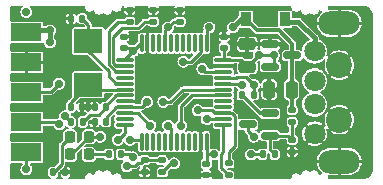
<source format=gbr>
G04 #@! TF.GenerationSoftware,KiCad,Pcbnew,6.0.6+dfsg-1*
G04 #@! TF.CreationDate,2022-07-17T16:52:42+08:00*
G04 #@! TF.ProjectId,stlink,73746c69-6e6b-42e6-9b69-6361645f7063,d*
G04 #@! TF.SameCoordinates,Original*
G04 #@! TF.FileFunction,Copper,L1,Top*
G04 #@! TF.FilePolarity,Positive*
%FSLAX46Y46*%
G04 Gerber Fmt 4.6, Leading zero omitted, Abs format (unit mm)*
G04 Created by KiCad (PCBNEW 6.0.6+dfsg-1) date 2022-07-17 16:52:42*
%MOMM*%
%LPD*%
G01*
G04 APERTURE LIST*
G04 Aperture macros list*
%AMRoundRect*
0 Rectangle with rounded corners*
0 $1 Rounding radius*
0 $2 $3 $4 $5 $6 $7 $8 $9 X,Y pos of 4 corners*
0 Add a 4 corners polygon primitive as box body*
4,1,4,$2,$3,$4,$5,$6,$7,$8,$9,$2,$3,0*
0 Add four circle primitives for the rounded corners*
1,1,$1+$1,$2,$3*
1,1,$1+$1,$4,$5*
1,1,$1+$1,$6,$7*
1,1,$1+$1,$8,$9*
0 Add four rect primitives between the rounded corners*
20,1,$1+$1,$2,$3,$4,$5,0*
20,1,$1+$1,$4,$5,$6,$7,0*
20,1,$1+$1,$6,$7,$8,$9,0*
20,1,$1+$1,$8,$9,$2,$3,0*%
G04 Aperture macros list end*
G04 #@! TA.AperFunction,SMDPad,CuDef*
%ADD10RoundRect,0.150000X-0.587500X-0.150000X0.587500X-0.150000X0.587500X0.150000X-0.587500X0.150000X0*%
G04 #@! TD*
G04 #@! TA.AperFunction,SMDPad,CuDef*
%ADD11RoundRect,0.250000X0.250000X0.475000X-0.250000X0.475000X-0.250000X-0.475000X0.250000X-0.475000X0*%
G04 #@! TD*
G04 #@! TA.AperFunction,SMDPad,CuDef*
%ADD12RoundRect,0.250000X0.475000X-0.250000X0.475000X0.250000X-0.475000X0.250000X-0.475000X-0.250000X0*%
G04 #@! TD*
G04 #@! TA.AperFunction,SMDPad,CuDef*
%ADD13RoundRect,0.135000X0.135000X0.185000X-0.135000X0.185000X-0.135000X-0.185000X0.135000X-0.185000X0*%
G04 #@! TD*
G04 #@! TA.AperFunction,SMDPad,CuDef*
%ADD14RoundRect,0.140000X0.170000X-0.140000X0.170000X0.140000X-0.170000X0.140000X-0.170000X-0.140000X0*%
G04 #@! TD*
G04 #@! TA.AperFunction,SMDPad,CuDef*
%ADD15RoundRect,0.140000X-0.170000X0.140000X-0.170000X-0.140000X0.170000X-0.140000X0.170000X0.140000X0*%
G04 #@! TD*
G04 #@! TA.AperFunction,SMDPad,CuDef*
%ADD16RoundRect,0.140000X0.140000X0.170000X-0.140000X0.170000X-0.140000X-0.170000X0.140000X-0.170000X0*%
G04 #@! TD*
G04 #@! TA.AperFunction,SMDPad,CuDef*
%ADD17RoundRect,0.140000X-0.140000X-0.170000X0.140000X-0.170000X0.140000X0.170000X-0.140000X0.170000X0*%
G04 #@! TD*
G04 #@! TA.AperFunction,SMDPad,CuDef*
%ADD18RoundRect,0.218750X-0.218750X-0.256250X0.218750X-0.256250X0.218750X0.256250X-0.218750X0.256250X0*%
G04 #@! TD*
G04 #@! TA.AperFunction,SMDPad,CuDef*
%ADD19RoundRect,0.135000X-0.135000X-0.185000X0.135000X-0.185000X0.135000X0.185000X-0.135000X0.185000X0*%
G04 #@! TD*
G04 #@! TA.AperFunction,SMDPad,CuDef*
%ADD20R,0.900000X1.200000*%
G04 #@! TD*
G04 #@! TA.AperFunction,SMDPad,CuDef*
%ADD21RoundRect,0.075000X-0.662500X-0.075000X0.662500X-0.075000X0.662500X0.075000X-0.662500X0.075000X0*%
G04 #@! TD*
G04 #@! TA.AperFunction,SMDPad,CuDef*
%ADD22RoundRect,0.075000X-0.075000X-0.662500X0.075000X-0.662500X0.075000X0.662500X-0.075000X0.662500X0*%
G04 #@! TD*
G04 #@! TA.AperFunction,ComponentPad*
%ADD23C,1.800000*%
G04 #@! TD*
G04 #@! TA.AperFunction,ComponentPad*
%ADD24O,3.500000X2.000000*%
G04 #@! TD*
G04 #@! TA.AperFunction,ComponentPad*
%ADD25C,2.200000*%
G04 #@! TD*
G04 #@! TA.AperFunction,SMDPad,CuDef*
%ADD26RoundRect,0.135000X-0.185000X0.135000X-0.185000X-0.135000X0.185000X-0.135000X0.185000X0.135000X0*%
G04 #@! TD*
G04 #@! TA.AperFunction,SMDPad,CuDef*
%ADD27RoundRect,0.135000X0.185000X-0.135000X0.185000X0.135000X-0.185000X0.135000X-0.185000X-0.135000X0*%
G04 #@! TD*
G04 #@! TA.AperFunction,SMDPad,CuDef*
%ADD28RoundRect,0.150000X0.587500X0.150000X-0.587500X0.150000X-0.587500X-0.150000X0.587500X-0.150000X0*%
G04 #@! TD*
G04 #@! TA.AperFunction,SMDPad,CuDef*
%ADD29R,2.400000X2.000000*%
G04 #@! TD*
G04 #@! TA.AperFunction,SMDPad,CuDef*
%ADD30R,2.540000X1.524000*%
G04 #@! TD*
G04 #@! TA.AperFunction,ViaPad*
%ADD31C,0.700000*%
G04 #@! TD*
G04 #@! TA.AperFunction,Conductor*
%ADD32C,0.228600*%
G04 #@! TD*
G04 #@! TA.AperFunction,Conductor*
%ADD33C,0.304800*%
G04 #@! TD*
G04 #@! TA.AperFunction,Conductor*
%ADD34C,0.381000*%
G04 #@! TD*
G04 APERTURE END LIST*
D10*
G04 #@! TO.P,U1,1,GND*
G04 #@! TO.N,GND*
X131142500Y-85918000D03*
G04 #@! TO.P,U1,2,VO*
G04 #@! TO.N,+3V3*
X131142500Y-87818000D03*
G04 #@! TO.P,U1,3,VI*
G04 #@! TO.N,+5V*
X133017500Y-86868000D03*
G04 #@! TD*
D11*
G04 #@! TO.P,C4,1*
G04 #@! TO.N,+5V*
X132950000Y-89750000D03*
G04 #@! TO.P,C4,2*
G04 #@! TO.N,GND*
X131050000Y-89750000D03*
G04 #@! TD*
D12*
G04 #@! TO.P,C5,1*
G04 #@! TO.N,+3V3*
X129200000Y-87818000D03*
G04 #@! TO.P,C5,2*
G04 #@! TO.N,GND*
X129200000Y-85918000D03*
G04 #@! TD*
D13*
G04 #@! TO.P,R3,1*
G04 #@! TO.N,D+*
X129760000Y-90200000D03*
G04 #@! TO.P,R3,2*
G04 #@! TO.N,Net-(Q1-Pad2)*
X128740000Y-90200000D03*
G04 #@! TD*
D14*
G04 #@! TO.P,C6,1*
G04 #@! TO.N,+3V3*
X118750000Y-86230000D03*
G04 #@! TO.P,C6,2*
G04 #@! TO.N,GND*
X118750000Y-85270000D03*
G04 #@! TD*
G04 #@! TO.P,C7,1*
G04 #@! TO.N,+3V3*
X127250000Y-86230000D03*
G04 #@! TO.P,C7,2*
G04 #@! TO.N,GND*
X127250000Y-85270000D03*
G04 #@! TD*
D15*
G04 #@! TO.P,C8,2*
G04 #@! TO.N,GND*
X125730000Y-97000000D03*
G04 #@! TO.P,C8,1*
G04 #@! TO.N,+3V3*
X125730000Y-96040000D03*
G04 #@! TD*
D16*
G04 #@! TO.P,C9,1*
G04 #@! TO.N,+3V3*
X117230000Y-92500000D03*
G04 #@! TO.P,C9,2*
G04 #@! TO.N,GND*
X116270000Y-92500000D03*
G04 #@! TD*
G04 #@! TO.P,C2,1*
G04 #@! TO.N,Net-(C2-Pad1)*
X115230000Y-83750000D03*
G04 #@! TO.P,C2,2*
G04 #@! TO.N,GND*
X114270000Y-83750000D03*
G04 #@! TD*
D17*
G04 #@! TO.P,C3,1*
G04 #@! TO.N,Net-(C3-Pad1)*
X114270000Y-91250000D03*
G04 #@! TO.P,C3,2*
G04 #@! TO.N,GND*
X115230000Y-91250000D03*
G04 #@! TD*
D18*
G04 #@! TO.P,D2,1,K*
G04 #@! TO.N,LED*
X114212500Y-95250000D03*
G04 #@! TO.P,D2,2,A*
G04 #@! TO.N,Net-(D2-Pad2)*
X115787500Y-95250000D03*
G04 #@! TD*
G04 #@! TO.P,D3,1,K*
G04 #@! TO.N,Net-(D3-Pad1)*
X114212500Y-93750000D03*
G04 #@! TO.P,D3,2,A*
G04 #@! TO.N,LED*
X115787500Y-93750000D03*
G04 #@! TD*
D19*
G04 #@! TO.P,R12,1*
G04 #@! TO.N,Net-(D2-Pad2)*
X117490000Y-95250000D03*
G04 #@! TO.P,R12,2*
G04 #@! TO.N,+3V3*
X118510000Y-95250000D03*
G04 #@! TD*
D20*
G04 #@! TO.P,D1,1,K*
G04 #@! TO.N,+5V*
X129100000Y-83820000D03*
G04 #@! TO.P,D1,2,A*
G04 #@! TO.N,VBUS*
X132400000Y-83820000D03*
G04 #@! TD*
D21*
G04 #@! TO.P,U2,1,VBAT*
G04 #@! TO.N,+3V3*
X118837500Y-87250000D03*
G04 #@! TO.P,U2,2,PC13*
G04 #@! TO.N,Net-(R7-Pad2)*
X118837500Y-87750000D03*
G04 #@! TO.P,U2,3,PC14*
G04 #@! TO.N,Net-(R8-Pad2)*
X118837500Y-88250000D03*
G04 #@! TO.P,U2,4,PC15*
G04 #@! TO.N,unconnected-(U2-Pad4)*
X118837500Y-88750000D03*
G04 #@! TO.P,U2,5,PD0*
G04 #@! TO.N,Net-(C2-Pad1)*
X118837500Y-89250000D03*
G04 #@! TO.P,U2,6,PD1*
G04 #@! TO.N,Net-(C3-Pad1)*
X118837500Y-89750000D03*
G04 #@! TO.P,U2,7,NRST*
G04 #@! TO.N,Net-(C1-Pad1)*
X118837500Y-90250000D03*
G04 #@! TO.P,U2,8,VSSA*
G04 #@! TO.N,GND*
X118837500Y-90750000D03*
G04 #@! TO.P,U2,9,VDDA*
G04 #@! TO.N,+3V3*
X118837500Y-91250000D03*
G04 #@! TO.P,U2,10,PA0*
G04 #@! TO.N,Net-(R10-Pad1)*
X118837500Y-91750000D03*
G04 #@! TO.P,U2,11,PA1*
G04 #@! TO.N,unconnected-(U2-Pad11)*
X118837500Y-92250000D03*
G04 #@! TO.P,U2,12,PA2*
G04 #@! TO.N,T_TX*
X118837500Y-92750000D03*
D22*
G04 #@! TO.P,U2,13,PA3*
G04 #@! TO.N,T_RX*
X120250000Y-94162500D03*
G04 #@! TO.P,U2,14,PA4*
G04 #@! TO.N,unconnected-(U2-Pad14)*
X120750000Y-94162500D03*
G04 #@! TO.P,U2,15,PA5*
G04 #@! TO.N,unconnected-(U2-Pad15)*
X121250000Y-94162500D03*
G04 #@! TO.P,U2,16,PA6*
G04 #@! TO.N,unconnected-(U2-Pad16)*
X121750000Y-94162500D03*
G04 #@! TO.P,U2,17,PA7*
G04 #@! TO.N,unconnected-(U2-Pad17)*
X122250000Y-94162500D03*
G04 #@! TO.P,U2,18,PB0*
G04 #@! TO.N,T_RST*
X122750000Y-94162500D03*
G04 #@! TO.P,U2,19,PB1*
G04 #@! TO.N,unconnected-(U2-Pad19)*
X123250000Y-94162500D03*
G04 #@! TO.P,U2,20,PB2*
G04 #@! TO.N,unconnected-(U2-Pad20)*
X123750000Y-94162500D03*
G04 #@! TO.P,U2,21,PB10*
G04 #@! TO.N,unconnected-(U2-Pad21)*
X124250000Y-94162500D03*
G04 #@! TO.P,U2,22,PB11*
G04 #@! TO.N,unconnected-(U2-Pad22)*
X124750000Y-94162500D03*
G04 #@! TO.P,U2,23,VSS*
G04 #@! TO.N,GND*
X125250000Y-94162500D03*
G04 #@! TO.P,U2,24,VDD*
G04 #@! TO.N,+3V3*
X125750000Y-94162500D03*
D21*
G04 #@! TO.P,U2,25,PB12*
G04 #@! TO.N,Net-(R9-Pad1)*
X127162500Y-92750000D03*
G04 #@! TO.P,U2,26,PB13*
G04 #@! TO.N,T_CLK*
X127162500Y-92250000D03*
G04 #@! TO.P,U2,27,PB14*
G04 #@! TO.N,T_DIO*
X127162500Y-91750000D03*
G04 #@! TO.P,U2,28,PB15*
G04 #@! TO.N,unconnected-(U2-Pad28)*
X127162500Y-91250000D03*
G04 #@! TO.P,U2,29,PA8*
G04 #@! TO.N,unconnected-(U2-Pad29)*
X127162500Y-90750000D03*
G04 #@! TO.P,U2,30,PA9*
G04 #@! TO.N,LED*
X127162500Y-90250000D03*
G04 #@! TO.P,U2,31,PA10*
G04 #@! TO.N,T_SWO*
X127162500Y-89750000D03*
G04 #@! TO.P,U2,32,PA11*
G04 #@! TO.N,D-*
X127162500Y-89250000D03*
G04 #@! TO.P,U2,33,PA12*
G04 #@! TO.N,D+*
X127162500Y-88750000D03*
G04 #@! TO.P,U2,34,PA13*
G04 #@! TO.N,DIO*
X127162500Y-88250000D03*
G04 #@! TO.P,U2,35,VSS*
G04 #@! TO.N,GND*
X127162500Y-87750000D03*
G04 #@! TO.P,U2,36,VDD*
G04 #@! TO.N,+3V3*
X127162500Y-87250000D03*
D22*
G04 #@! TO.P,U2,37,PA14*
G04 #@! TO.N,CLK*
X125750000Y-85837500D03*
G04 #@! TO.P,U2,38,PA15*
G04 #@! TO.N,RENUM*
X125250000Y-85837500D03*
G04 #@! TO.P,U2,39,PB3*
G04 #@! TO.N,unconnected-(U2-Pad39)*
X124750000Y-85837500D03*
G04 #@! TO.P,U2,40,PB4*
G04 #@! TO.N,unconnected-(U2-Pad40)*
X124250000Y-85837500D03*
G04 #@! TO.P,U2,41,PB5*
G04 #@! TO.N,unconnected-(U2-Pad41)*
X123750000Y-85837500D03*
G04 #@! TO.P,U2,42,PB6*
G04 #@! TO.N,unconnected-(U2-Pad42)*
X123250000Y-85837500D03*
G04 #@! TO.P,U2,43,PB7*
G04 #@! TO.N,unconnected-(U2-Pad43)*
X122750000Y-85837500D03*
G04 #@! TO.P,U2,44,BOOT0*
G04 #@! TO.N,B0*
X122250000Y-85837500D03*
G04 #@! TO.P,U2,45,PB8*
G04 #@! TO.N,unconnected-(U2-Pad45)*
X121750000Y-85837500D03*
G04 #@! TO.P,U2,46,PB9*
G04 #@! TO.N,unconnected-(U2-Pad46)*
X121250000Y-85837500D03*
G04 #@! TO.P,U2,47,VSS*
G04 #@! TO.N,GND*
X120750000Y-85837500D03*
G04 #@! TO.P,U2,48,VDD*
G04 #@! TO.N,+3V3*
X120250000Y-85837500D03*
G04 #@! TD*
D23*
G04 #@! TO.P,J1,1,VBUS*
G04 #@! TO.N,VBUS*
X134900000Y-86500000D03*
G04 #@! TO.P,J1,2,D-*
G04 #@! TO.N,D-*
X134900000Y-89000000D03*
G04 #@! TO.P,J1,3,D+*
G04 #@! TO.N,D+*
X134900000Y-91000000D03*
G04 #@! TO.P,J1,4,GND*
G04 #@! TO.N,GND*
X134900000Y-93500000D03*
D24*
G04 #@! TO.P,J1,5,Shield*
X137000000Y-95850000D03*
X137000000Y-84150000D03*
D25*
X137000000Y-92300000D03*
X137000000Y-87700000D03*
G04 #@! TD*
D16*
G04 #@! TO.P,C1,1*
G04 #@! TO.N,Net-(C1-Pad1)*
X117230000Y-91250000D03*
G04 #@! TO.P,C1,2*
G04 #@! TO.N,GND*
X116270000Y-91250000D03*
G04 #@! TD*
D13*
G04 #@! TO.P,R1,1*
G04 #@! TO.N,Net-(C1-Pad1)*
X115260000Y-92500000D03*
G04 #@! TO.P,R1,2*
G04 #@! TO.N,+3V3*
X114240000Y-92500000D03*
G04 #@! TD*
D26*
G04 #@! TO.P,R2,1*
G04 #@! TO.N,GND*
X123500000Y-82990000D03*
G04 #@! TO.P,R2,2*
G04 #@! TO.N,B0*
X123500000Y-84010000D03*
G04 #@! TD*
D27*
G04 #@! TO.P,R9,1*
G04 #@! TO.N,Net-(R9-Pad1)*
X127635000Y-97030000D03*
G04 #@! TO.P,R9,2*
G04 #@! TO.N,T_DIO*
X127635000Y-96010000D03*
G04 #@! TD*
D28*
G04 #@! TO.P,Q1,1,B*
G04 #@! TO.N,Net-(Q1-Pad1)*
X131112500Y-93660000D03*
G04 #@! TO.P,Q1,2,E*
G04 #@! TO.N,Net-(Q1-Pad2)*
X131112500Y-91760000D03*
G04 #@! TO.P,Q1,3,C*
G04 #@! TO.N,+3V3*
X129237500Y-92710000D03*
G04 #@! TD*
D27*
G04 #@! TO.P,R4,1*
G04 #@! TO.N,Net-(Q1-Pad1)*
X133000000Y-92510000D03*
G04 #@! TO.P,R4,2*
G04 #@! TO.N,+5V*
X133000000Y-91490000D03*
G04 #@! TD*
G04 #@! TO.P,R5,1*
G04 #@! TO.N,GND*
X133000000Y-95010000D03*
G04 #@! TO.P,R5,2*
G04 #@! TO.N,Net-(Q1-Pad1)*
X133000000Y-93990000D03*
G04 #@! TD*
D26*
G04 #@! TO.P,R7,1*
G04 #@! TO.N,GND*
X121250000Y-82990000D03*
G04 #@! TO.P,R7,2*
G04 #@! TO.N,Net-(R7-Pad2)*
X121250000Y-84010000D03*
G04 #@! TD*
G04 #@! TO.P,R8,1*
G04 #@! TO.N,GND*
X119250000Y-82990000D03*
G04 #@! TO.P,R8,2*
G04 #@! TO.N,Net-(R8-Pad2)*
X119250000Y-84010000D03*
G04 #@! TD*
G04 #@! TO.P,R10,1*
G04 #@! TO.N,Net-(R10-Pad1)*
X122000000Y-95740000D03*
G04 #@! TO.P,R10,2*
G04 #@! TO.N,Net-(JP1-Pad2)*
X122000000Y-96760000D03*
G04 #@! TD*
D19*
G04 #@! TO.P,R6,1*
G04 #@! TO.N,RENUM*
X130490000Y-95250000D03*
G04 #@! TO.P,R6,2*
G04 #@! TO.N,Net-(Q1-Pad1)*
X131510000Y-95250000D03*
G04 #@! TD*
D29*
G04 #@! TO.P,Y1,1,1*
G04 #@! TO.N,Net-(C2-Pad1)*
X115750000Y-85650000D03*
G04 #@! TO.P,Y1,2,2*
G04 #@! TO.N,Net-(C3-Pad1)*
X115750000Y-89350000D03*
G04 #@! TD*
D13*
G04 #@! TO.P,R13,1*
G04 #@! TO.N,GND*
X113810000Y-96750000D03*
G04 #@! TO.P,R13,2*
G04 #@! TO.N,Net-(D3-Pad1)*
X112790000Y-96750000D03*
G04 #@! TD*
D27*
G04 #@! TO.P,R11,1*
G04 #@! TO.N,GND*
X120500000Y-96760000D03*
G04 #@! TO.P,R11,2*
G04 #@! TO.N,Net-(R10-Pad1)*
X120500000Y-95740000D03*
G04 #@! TD*
D30*
G04 #@! TO.P,J2,2,Pin_2*
G04 #@! TO.N,+3V3*
X110500000Y-84920000D03*
G04 #@! TO.P,J2,4,Pin_4*
G04 #@! TO.N,GND*
X110500000Y-87460000D03*
G04 #@! TO.P,J2,6,Pin_6*
G04 #@! TO.N,T_DIO*
X110500000Y-90000000D03*
G04 #@! TO.P,J2,8,Pin_8*
G04 #@! TO.N,T_RST*
X110500000Y-92540000D03*
G04 #@! TO.P,J2,10,Pin_10*
G04 #@! TO.N,T_RX*
X110500000Y-95080000D03*
G04 #@! TD*
D31*
G04 #@! TO.N,GND*
X133350000Y-84963000D03*
X139000000Y-86000000D03*
X139000000Y-90000000D03*
X134500000Y-84000000D03*
X121400000Y-90100000D03*
X139000000Y-94200000D03*
X113100000Y-93700000D03*
X115000000Y-96750000D03*
X123825000Y-96750000D03*
X122500000Y-87750000D03*
X131927600Y-89763600D03*
X129750000Y-96750000D03*
X115750000Y-91250000D03*
X119500000Y-85250000D03*
X132199941Y-85981394D03*
X121250000Y-87750000D03*
X115750000Y-87500000D03*
G04 #@! TO.N,+5V*
X110490000Y-83185000D03*
X128000000Y-84500000D03*
G04 #@! TO.N,+3V3*
X131445000Y-86868000D03*
X113786622Y-92000139D03*
X129750000Y-93750000D03*
X112500000Y-85750000D03*
X120700000Y-90800000D03*
X119500000Y-86500000D03*
X130175000Y-86868000D03*
X119500000Y-95500000D03*
X126365000Y-95250000D03*
X112500000Y-84750000D03*
G04 #@! TO.N,D-*
X128730000Y-89360000D03*
G04 #@! TO.N,D+*
X129760000Y-89360000D03*
G04 #@! TO.N,LED*
X116750000Y-93750000D03*
X123600000Y-92800000D03*
G04 #@! TO.N,T_DIO*
X113272402Y-89250000D03*
X125000000Y-91500000D03*
G04 #@! TO.N,T_CLK*
X125750000Y-92250000D03*
G04 #@! TO.N,CLK*
X126000000Y-84500000D03*
G04 #@! TO.N,T_RX*
X119250000Y-94000000D03*
X110500000Y-96500000D03*
G04 #@! TO.N,T_TX*
X118250000Y-94000000D03*
G04 #@! TO.N,T_RST*
X113300000Y-92700000D03*
X122500000Y-92800000D03*
G04 #@! TO.N,T_SWO*
X122100000Y-90800000D03*
G04 #@! TO.N,DIO*
X125400000Y-88000000D03*
G04 #@! TO.N,B0*
X122500000Y-84500000D03*
G04 #@! TO.N,RENUM*
X129500000Y-95250000D03*
X123800000Y-87400000D03*
G04 #@! TO.N,Net-(R10-Pad1)*
X121000000Y-92800000D03*
X119000000Y-96250000D03*
G04 #@! TO.N,Net-(JP1-Pad2)*
X123000000Y-96000000D03*
G04 #@! TD*
D32*
G04 #@! TO.N,Net-(Q1-Pad1)*
X131112500Y-93660000D02*
X132670000Y-93660000D01*
X132670000Y-93660000D02*
X133000000Y-93990000D01*
X131112500Y-93660000D02*
X131112500Y-94852500D01*
X131112500Y-94852500D02*
X131510000Y-95250000D01*
G04 #@! TO.N,Net-(Q1-Pad2)*
X131112500Y-91760000D02*
X130300000Y-91760000D01*
X130300000Y-91760000D02*
X128740000Y-90200000D01*
G04 #@! TO.N,+3V3*
X129237500Y-92710000D02*
X129237500Y-93237500D01*
X129237500Y-93237500D02*
X129750000Y-93750000D01*
G04 #@! TO.N,T_DIO*
X128166710Y-92016710D02*
X128166710Y-94511710D01*
X127635000Y-96010000D02*
X127635000Y-95043420D01*
X127635000Y-95043420D02*
X128166710Y-94511710D01*
G04 #@! TO.N,Net-(R9-Pad1)*
X127635000Y-97030000D02*
X127000000Y-96395000D01*
X127185948Y-95064052D02*
X127162500Y-95040604D01*
X127000000Y-96395000D02*
X127000000Y-95250000D01*
X127000000Y-95250000D02*
X127185948Y-95064052D01*
X127162500Y-95040604D02*
X127162500Y-92750000D01*
G04 #@! TO.N,+3V3*
X125750000Y-94162500D02*
X125750000Y-95230000D01*
X126365000Y-95250000D02*
X126345000Y-95230000D01*
X125750000Y-95230000D02*
X125750000Y-95750000D01*
X126345000Y-95230000D02*
X125750000Y-95230000D01*
X126500000Y-95115000D02*
X126365000Y-95250000D01*
X125750000Y-95750000D02*
X125730000Y-95770000D01*
G04 #@! TO.N,GND*
X116270000Y-91250000D02*
X115750000Y-91250000D01*
D33*
G04 #@! TO.N,+5V*
X132950000Y-86935500D02*
X133017500Y-86868000D01*
D34*
X128680000Y-83820000D02*
X128000000Y-84500000D01*
X129100000Y-83820000D02*
X128680000Y-83820000D01*
D33*
X133017500Y-86868000D02*
X133017500Y-85872925D01*
X131869375Y-84724800D02*
X130004800Y-84724800D01*
X133017500Y-85872925D02*
X131869375Y-84724800D01*
X133000000Y-91490000D02*
X133000000Y-89800000D01*
X130004800Y-84724800D02*
X129100000Y-83820000D01*
X132950000Y-89750000D02*
X132950000Y-86935500D01*
X133000000Y-89800000D02*
X132950000Y-89750000D01*
D32*
G04 #@! TO.N,+3V3*
X131445000Y-86868000D02*
X131445000Y-87515500D01*
X120250000Y-85837500D02*
X120162500Y-85837500D01*
X127250000Y-87162500D02*
X127162500Y-87250000D01*
D34*
X110670000Y-84750000D02*
X110500000Y-84920000D01*
D32*
X129250000Y-87818000D02*
X129250000Y-87793000D01*
X118837500Y-91250000D02*
X118116746Y-91250000D01*
X131445000Y-86868000D02*
X130175000Y-86868000D01*
X129250000Y-87818000D02*
X128682000Y-87250000D01*
X131445000Y-87515500D02*
X131142500Y-87818000D01*
X128682000Y-87250000D02*
X127162500Y-87250000D01*
X119250000Y-95250000D02*
X119500000Y-95500000D01*
X127250000Y-86235000D02*
X127250000Y-87162500D01*
X117235000Y-92131746D02*
X117235000Y-92500000D01*
X119235000Y-86235000D02*
X119500000Y-86500000D01*
X118837500Y-87250000D02*
X118837500Y-87162500D01*
X120250000Y-91250000D02*
X118837500Y-91250000D01*
X118116746Y-91250000D02*
X117235000Y-92131746D01*
X118750000Y-86235000D02*
X119235000Y-86235000D01*
X129250000Y-87793000D02*
X130175000Y-86868000D01*
X114240000Y-92500000D02*
X113786622Y-92046622D01*
X118485000Y-95250000D02*
X119250000Y-95250000D01*
D34*
X112500000Y-84750000D02*
X110670000Y-84750000D01*
D32*
X118837500Y-87162500D02*
X119500000Y-86500000D01*
X113786622Y-92046622D02*
X113786622Y-92000139D01*
X120700000Y-90800000D02*
X120250000Y-91250000D01*
D34*
X112500000Y-84750000D02*
X112500000Y-85750000D01*
D32*
X120162500Y-85837500D02*
X119500000Y-86500000D01*
D34*
G04 #@! TO.N,VBUS*
X132400000Y-84000000D02*
X133500000Y-84000000D01*
X133500000Y-84000000D02*
X134900000Y-85400000D01*
X134900000Y-85400000D02*
X134900000Y-86500000D01*
D32*
G04 #@! TO.N,D-*
X127162500Y-89250000D02*
X128620000Y-89250000D01*
X128620000Y-89250000D02*
X128730000Y-89360000D01*
G04 #@! TO.N,D+*
X129760000Y-89360000D02*
X129085000Y-88685000D01*
X129760000Y-90200000D02*
X129760000Y-89360000D01*
X129085000Y-88685000D02*
X128335000Y-88685000D01*
X128270000Y-88750000D02*
X127162500Y-88750000D01*
X128335000Y-88685000D02*
X128270000Y-88750000D01*
G04 #@! TO.N,Net-(D2-Pad2)*
X117515000Y-95250000D02*
X115787500Y-95250000D01*
G04 #@! TO.N,LED*
X123600000Y-92800000D02*
X123600000Y-91150000D01*
X114212500Y-95250000D02*
X114287500Y-95250000D01*
X123600000Y-91150000D02*
X124500000Y-90250000D01*
X124500000Y-90250000D02*
X127162500Y-90250000D01*
X114287500Y-95250000D02*
X115787500Y-93750000D01*
X116750000Y-93750000D02*
X115787500Y-93750000D01*
G04 #@! TO.N,Net-(D3-Pad1)*
X114212500Y-93750000D02*
X113508290Y-94454210D01*
X113508290Y-96056710D02*
X112815000Y-96750000D01*
X113508290Y-94454210D02*
X113508290Y-96056710D01*
G04 #@! TO.N,T_DIO*
X112602402Y-89920000D02*
X113272402Y-89250000D01*
X127900000Y-91750000D02*
X128166710Y-92016710D01*
X112602402Y-89920000D02*
X110580000Y-89920000D01*
X126191746Y-91500000D02*
X126441746Y-91750000D01*
X126441746Y-91750000D02*
X127162500Y-91750000D01*
X125000000Y-91500000D02*
X126191746Y-91500000D01*
X110580000Y-89920000D02*
X110500000Y-90000000D01*
X127162500Y-91750000D02*
X127900000Y-91750000D01*
G04 #@! TO.N,T_CLK*
X125750000Y-92250000D02*
X127162500Y-92250000D01*
G04 #@! TO.N,CLK*
X125750000Y-85837500D02*
X125750000Y-84750000D01*
X125750000Y-84750000D02*
X126000000Y-84500000D01*
G04 #@! TO.N,T_RX*
X119250000Y-94000000D02*
X120087500Y-94000000D01*
X120087500Y-94000000D02*
X120250000Y-94162500D01*
X110500000Y-96500000D02*
X110500000Y-95080000D01*
G04 #@! TO.N,T_TX*
X118837500Y-92750000D02*
X118837500Y-93412500D01*
X118837500Y-93412500D02*
X118250000Y-94000000D01*
G04 #@! TO.N,T_RST*
X122750000Y-94162500D02*
X122750000Y-93050000D01*
X113140000Y-92540000D02*
X113300000Y-92700000D01*
X110500000Y-92540000D02*
X113140000Y-92540000D01*
X122750000Y-93050000D02*
X122500000Y-92800000D01*
G04 #@! TO.N,T_SWO*
X127162500Y-89750000D02*
X123750000Y-89750000D01*
X122700000Y-90800000D02*
X123750000Y-89750000D01*
X122100000Y-90800000D02*
X122700000Y-90800000D01*
G04 #@! TO.N,DIO*
X125650000Y-88250000D02*
X125400000Y-88000000D01*
X127162500Y-88250000D02*
X125650000Y-88250000D01*
G04 #@! TO.N,B0*
X122250000Y-84750000D02*
X122500000Y-84500000D01*
X122250000Y-85837500D02*
X122250000Y-84750000D01*
X122990000Y-84010000D02*
X122500000Y-84500000D01*
X123500000Y-84010000D02*
X122990000Y-84010000D01*
G04 #@! TO.N,Net-(Q1-Pad2)*
X128829218Y-90200000D02*
X128765000Y-90200000D01*
G04 #@! TO.N,Net-(Q1-Pad1)*
X133000000Y-92510000D02*
X133000000Y-93990000D01*
G04 #@! TO.N,RENUM*
X124425000Y-87400000D02*
X125250000Y-86575000D01*
X123800000Y-87400000D02*
X124425000Y-87400000D01*
X125250000Y-86575000D02*
X125250000Y-85837500D01*
X129500000Y-95250000D02*
X130490000Y-95250000D01*
G04 #@! TO.N,Net-(C1-Pad1)*
X117230000Y-91250000D02*
X116613298Y-91866702D01*
X115893298Y-91866702D02*
X115260000Y-92500000D01*
X117230000Y-91120000D02*
X117230000Y-91250000D01*
X118837500Y-90250000D02*
X118100000Y-90250000D01*
X116613298Y-91866702D02*
X115893298Y-91866702D01*
X118100000Y-90250000D02*
X117230000Y-91120000D01*
G04 #@! TO.N,Net-(C2-Pad1)*
X115750000Y-86460914D02*
X115750000Y-85650000D01*
X115750000Y-85650000D02*
X115750000Y-84265000D01*
X118837500Y-89250000D02*
X118100000Y-89250000D01*
X115750000Y-84265000D02*
X115235000Y-83750000D01*
X117452279Y-88602279D02*
X117452279Y-88163193D01*
X118100000Y-89250000D02*
X117452279Y-88602279D01*
X117452279Y-88163193D02*
X115750000Y-86460914D01*
G04 #@! TO.N,Net-(C3-Pad1)*
X114265000Y-90835000D02*
X115750000Y-89350000D01*
X114265000Y-91250000D02*
X114265000Y-90835000D01*
X118837500Y-89750000D02*
X116150000Y-89750000D01*
X116150000Y-89750000D02*
X115750000Y-89350000D01*
G04 #@! TO.N,Net-(R7-Pad2)*
X119963290Y-84546710D02*
X118562508Y-84546710D01*
X117833290Y-87466544D02*
X117833290Y-85275928D01*
X120500000Y-84010000D02*
X119963290Y-84546710D01*
X118562508Y-84546710D02*
X117833290Y-85275928D01*
X118116746Y-87750000D02*
X117833290Y-87466544D01*
X120500000Y-84010000D02*
X121250000Y-84010000D01*
X118837500Y-87750000D02*
X118116746Y-87750000D01*
G04 #@! TO.N,Net-(R8-Pad2)*
X118077916Y-88250000D02*
X117452279Y-87624363D01*
X118240000Y-84010000D02*
X119250000Y-84010000D01*
X117452279Y-87624363D02*
X117452279Y-84797721D01*
X117452279Y-84797721D02*
X118240000Y-84010000D01*
X118837500Y-88250000D02*
X118077916Y-88250000D01*
G04 #@! TO.N,Net-(R10-Pad1)*
X119912718Y-96000000D02*
X119662718Y-96250000D01*
X119662718Y-96250000D02*
X119000000Y-96250000D01*
X120500000Y-95740000D02*
X122000000Y-95740000D01*
X119950000Y-91750000D02*
X121000000Y-92800000D01*
X118837500Y-91750000D02*
X119950000Y-91750000D01*
X120240000Y-96000000D02*
X119912718Y-96000000D01*
X120500000Y-95740000D02*
X120240000Y-96000000D01*
G04 #@! TO.N,Net-(JP1-Pad2)*
X122760000Y-96000000D02*
X122000000Y-96760000D01*
X123000000Y-96000000D02*
X122760000Y-96000000D01*
G04 #@! TD*
G04 #@! TA.AperFunction,Conductor*
G04 #@! TO.N,GND*
G36*
X117821712Y-90034793D02*
G01*
X117847432Y-90079342D01*
X117838499Y-90130000D01*
X117826548Y-90145574D01*
X117207047Y-90765075D01*
X117160427Y-90786815D01*
X117153873Y-90787101D01*
X117046480Y-90787101D01*
X117020945Y-90790138D01*
X116921226Y-90834432D01*
X116908235Y-90847446D01*
X116853456Y-90902321D01*
X116844138Y-90911655D01*
X116841331Y-90918005D01*
X116841330Y-90918006D01*
X116818513Y-90969616D01*
X116782877Y-91006712D01*
X116731733Y-91012222D01*
X116689012Y-90983569D01*
X116681010Y-90969735D01*
X116657967Y-90917858D01*
X116650238Y-90906612D01*
X116582972Y-90839463D01*
X116571707Y-90831750D01*
X116483605Y-90792800D01*
X116472814Y-90789858D01*
X116455608Y-90787852D01*
X116451269Y-90787600D01*
X116435659Y-90787600D01*
X116425502Y-90791297D01*
X116422400Y-90796669D01*
X116422400Y-91327200D01*
X116404807Y-91375538D01*
X116360258Y-91401258D01*
X116347200Y-91402400D01*
X115850860Y-91402400D01*
X115840703Y-91406097D01*
X115837601Y-91411469D01*
X115837601Y-91461227D01*
X115837863Y-91465644D01*
X115839967Y-91483337D01*
X115842924Y-91494095D01*
X115849724Y-91509405D01*
X115853268Y-91560722D01*
X115822996Y-91602311D01*
X115803095Y-91610596D01*
X115803149Y-91610726D01*
X115796307Y-91613560D01*
X115789042Y-91615005D01*
X115740969Y-91647126D01*
X115691006Y-91659351D01*
X115644871Y-91636600D01*
X115624154Y-91589516D01*
X115630415Y-91554191D01*
X115657200Y-91493605D01*
X115660142Y-91482814D01*
X115662148Y-91465608D01*
X115662400Y-91461269D01*
X115662400Y-91415659D01*
X115658703Y-91405502D01*
X115653331Y-91402400D01*
X115395659Y-91402400D01*
X115385502Y-91406097D01*
X115382400Y-91411469D01*
X115382400Y-91699140D01*
X115386097Y-91709297D01*
X115391469Y-91712399D01*
X115411227Y-91712399D01*
X115415644Y-91712137D01*
X115433337Y-91710033D01*
X115444092Y-91707077D01*
X115489706Y-91686816D01*
X115541024Y-91683272D01*
X115582613Y-91713544D01*
X115595014Y-91763466D01*
X115573407Y-91808715D01*
X115377048Y-92005074D01*
X115330428Y-92026814D01*
X115323874Y-92027100D01*
X115082228Y-92027100D01*
X115080021Y-92027363D01*
X115080014Y-92027363D01*
X115063852Y-92029287D01*
X115057124Y-92030087D01*
X114959107Y-92073624D01*
X114954205Y-92078535D01*
X114954203Y-92078536D01*
X114888240Y-92144615D01*
X114883335Y-92149529D01*
X114880528Y-92155879D01*
X114880527Y-92155880D01*
X114876824Y-92164256D01*
X114839969Y-92247621D01*
X114839314Y-92253239D01*
X114838357Y-92261451D01*
X114837100Y-92272228D01*
X114837100Y-92727772D01*
X114840087Y-92752876D01*
X114883624Y-92850893D01*
X114888535Y-92855795D01*
X114888536Y-92855797D01*
X114954615Y-92921760D01*
X114959529Y-92926665D01*
X114965879Y-92929472D01*
X114965880Y-92929473D01*
X115010366Y-92949140D01*
X115057621Y-92970031D01*
X115063239Y-92970686D01*
X115080066Y-92972648D01*
X115080067Y-92972648D01*
X115082228Y-92972900D01*
X115437772Y-92972900D01*
X115439979Y-92972637D01*
X115439986Y-92972637D01*
X115457270Y-92970580D01*
X115462876Y-92969913D01*
X115560893Y-92926376D01*
X115565795Y-92921465D01*
X115565797Y-92921464D01*
X115631760Y-92855385D01*
X115631761Y-92855384D01*
X115636665Y-92850471D01*
X115639636Y-92843752D01*
X115677743Y-92757554D01*
X115680031Y-92752379D01*
X115681091Y-92743288D01*
X115682648Y-92729934D01*
X115682648Y-92729933D01*
X115682900Y-92727772D01*
X115682900Y-92711227D01*
X115837601Y-92711227D01*
X115837863Y-92715644D01*
X115839967Y-92733337D01*
X115842923Y-92744092D01*
X115882034Y-92832144D01*
X115889762Y-92843388D01*
X115957028Y-92910537D01*
X115968293Y-92918250D01*
X116056395Y-92957200D01*
X116067186Y-92960142D01*
X116084392Y-92962148D01*
X116088731Y-92962400D01*
X116104341Y-92962400D01*
X116114498Y-92958703D01*
X116117600Y-92953331D01*
X116117600Y-92665659D01*
X116113903Y-92655502D01*
X116108531Y-92652400D01*
X115850860Y-92652400D01*
X115840703Y-92656097D01*
X115837601Y-92661469D01*
X115837601Y-92711227D01*
X115682900Y-92711227D01*
X115682900Y-92486126D01*
X115700493Y-92437788D01*
X115704926Y-92432952D01*
X115770117Y-92367761D01*
X115816737Y-92346021D01*
X115830883Y-92349160D01*
X115831094Y-92346744D01*
X115840882Y-92347600D01*
X116347200Y-92347600D01*
X116395538Y-92365193D01*
X116421258Y-92409742D01*
X116422400Y-92422800D01*
X116422400Y-92949140D01*
X116426097Y-92959297D01*
X116431469Y-92962399D01*
X116451227Y-92962399D01*
X116455644Y-92962137D01*
X116473337Y-92960033D01*
X116484092Y-92957077D01*
X116572144Y-92917966D01*
X116583388Y-92910238D01*
X116650537Y-92842972D01*
X116658250Y-92831707D01*
X116680940Y-92780384D01*
X116716576Y-92743288D01*
X116767720Y-92737778D01*
X116810441Y-92766431D01*
X116818443Y-92780265D01*
X116844432Y-92838774D01*
X116881938Y-92876214D01*
X116916441Y-92910657D01*
X116921655Y-92915862D01*
X116928005Y-92918669D01*
X116928006Y-92918670D01*
X116951811Y-92929194D01*
X117021451Y-92959982D01*
X117027069Y-92960637D01*
X117044317Y-92962648D01*
X117044318Y-92962648D01*
X117046479Y-92962900D01*
X117228287Y-92962900D01*
X117413520Y-92962899D01*
X117439055Y-92959862D01*
X117538774Y-92915568D01*
X117581150Y-92873118D01*
X117610957Y-92843259D01*
X117610958Y-92843258D01*
X117615862Y-92838345D01*
X117621854Y-92824793D01*
X117634088Y-92797120D01*
X117659982Y-92738549D01*
X117660986Y-92729934D01*
X117662648Y-92715683D01*
X117662648Y-92715682D01*
X117662900Y-92713521D01*
X117662899Y-92286480D01*
X117659862Y-92260945D01*
X117626634Y-92186139D01*
X117623090Y-92134823D01*
X117642185Y-92102439D01*
X117843882Y-91900742D01*
X117890502Y-91879002D01*
X117940189Y-91892316D01*
X117958509Y-91915135D01*
X117960323Y-91913923D01*
X117989922Y-91958222D01*
X118002148Y-92008188D01*
X117989922Y-92041778D01*
X117965591Y-92078194D01*
X117960323Y-92086078D01*
X117958879Y-92093340D01*
X117958878Y-92093341D01*
X117956212Y-92106745D01*
X117947100Y-92152553D01*
X117947101Y-92347446D01*
X117947822Y-92351069D01*
X117947822Y-92351073D01*
X117952351Y-92373843D01*
X117960323Y-92413922D01*
X117964440Y-92420083D01*
X117964440Y-92420084D01*
X117989922Y-92458222D01*
X118002148Y-92508188D01*
X117989922Y-92541778D01*
X117964440Y-92579916D01*
X117960323Y-92586078D01*
X117958879Y-92593340D01*
X117958878Y-92593341D01*
X117948192Y-92647065D01*
X117947100Y-92652553D01*
X117947101Y-92847446D01*
X117947822Y-92851069D01*
X117947822Y-92851073D01*
X117950581Y-92864942D01*
X117960323Y-92913922D01*
X118010693Y-92989307D01*
X118086078Y-93039677D01*
X118093340Y-93041121D01*
X118093341Y-93041122D01*
X118148873Y-93052168D01*
X118152553Y-93052900D01*
X118495100Y-93052900D01*
X118543438Y-93070493D01*
X118569158Y-93115042D01*
X118570300Y-93128100D01*
X118570300Y-93270674D01*
X118552707Y-93319012D01*
X118548274Y-93323848D01*
X118394309Y-93477813D01*
X118347689Y-93499553D01*
X118330135Y-93499017D01*
X118325098Y-93497510D01*
X118319746Y-93497477D01*
X118319744Y-93497477D01*
X118252370Y-93497066D01*
X118181047Y-93496630D01*
X118175897Y-93498102D01*
X118175896Y-93498102D01*
X118161911Y-93502099D01*
X118042539Y-93536215D01*
X118038013Y-93539071D01*
X118038010Y-93539072D01*
X117929716Y-93607401D01*
X117920709Y-93613084D01*
X117913550Y-93621190D01*
X117828897Y-93717041D01*
X117828895Y-93717044D01*
X117825351Y-93721057D01*
X117764129Y-93851454D01*
X117763305Y-93856744D01*
X117763305Y-93856745D01*
X117756247Y-93902079D01*
X117741967Y-93993793D01*
X117742661Y-93999100D01*
X117742661Y-93999103D01*
X117746515Y-94028571D01*
X117760645Y-94136630D01*
X117801488Y-94229453D01*
X117813810Y-94257456D01*
X117818662Y-94268484D01*
X117822107Y-94272582D01*
X117822108Y-94272584D01*
X117850736Y-94306641D01*
X117911354Y-94378755D01*
X118031270Y-94458577D01*
X118168769Y-94501535D01*
X118242871Y-94502893D01*
X118307436Y-94504077D01*
X118307438Y-94504077D01*
X118312798Y-94504175D01*
X118317969Y-94502765D01*
X118317971Y-94502765D01*
X118399521Y-94480532D01*
X118451779Y-94466285D01*
X118522181Y-94423058D01*
X118569970Y-94393716D01*
X118569973Y-94393714D01*
X118574539Y-94390910D01*
X118594196Y-94369194D01*
X118667612Y-94288085D01*
X118671210Y-94284110D01*
X118681127Y-94263641D01*
X118718037Y-94227811D01*
X118769342Y-94224089D01*
X118811036Y-94254216D01*
X118813903Y-94259402D01*
X118816504Y-94263580D01*
X118818662Y-94268484D01*
X118822107Y-94272582D01*
X118822108Y-94272584D01*
X118850736Y-94306641D01*
X118911354Y-94378755D01*
X119031270Y-94458577D01*
X119168769Y-94501535D01*
X119242871Y-94502893D01*
X119307436Y-94504077D01*
X119307438Y-94504077D01*
X119312798Y-94504175D01*
X119317969Y-94502765D01*
X119317971Y-94502765D01*
X119399521Y-94480532D01*
X119451779Y-94466285D01*
X119522181Y-94423058D01*
X119569970Y-94393716D01*
X119569973Y-94393714D01*
X119574539Y-94390910D01*
X119664128Y-94291934D01*
X119709608Y-94267905D01*
X119719879Y-94267200D01*
X119871901Y-94267200D01*
X119920239Y-94284793D01*
X119945959Y-94329342D01*
X119947101Y-94342400D01*
X119947101Y-94847446D01*
X119947822Y-94851069D01*
X119947822Y-94851073D01*
X119951017Y-94867136D01*
X119960323Y-94913922D01*
X120010693Y-94989307D01*
X120086078Y-95039677D01*
X120093340Y-95041121D01*
X120093341Y-95041122D01*
X120148923Y-95052178D01*
X120152553Y-95052900D01*
X120249973Y-95052900D01*
X120347446Y-95052899D01*
X120351069Y-95052178D01*
X120351073Y-95052178D01*
X120383092Y-95045809D01*
X120413922Y-95039677D01*
X120421332Y-95034726D01*
X120458222Y-95010078D01*
X120508188Y-94997852D01*
X120541778Y-95010078D01*
X120578668Y-95034726D01*
X120586078Y-95039677D01*
X120593340Y-95041121D01*
X120593341Y-95041122D01*
X120648923Y-95052178D01*
X120652553Y-95052900D01*
X120749973Y-95052900D01*
X120847446Y-95052899D01*
X120851069Y-95052178D01*
X120851073Y-95052178D01*
X120883092Y-95045809D01*
X120913922Y-95039677D01*
X120921332Y-95034726D01*
X120958222Y-95010078D01*
X121008188Y-94997852D01*
X121041778Y-95010078D01*
X121078668Y-95034726D01*
X121086078Y-95039677D01*
X121093340Y-95041121D01*
X121093341Y-95041122D01*
X121148923Y-95052178D01*
X121152553Y-95052900D01*
X121249973Y-95052900D01*
X121347446Y-95052899D01*
X121351069Y-95052178D01*
X121351073Y-95052178D01*
X121383092Y-95045809D01*
X121413922Y-95039677D01*
X121421332Y-95034726D01*
X121458222Y-95010078D01*
X121508188Y-94997852D01*
X121541778Y-95010078D01*
X121578668Y-95034726D01*
X121586078Y-95039677D01*
X121593340Y-95041121D01*
X121593341Y-95041122D01*
X121648923Y-95052178D01*
X121652553Y-95052900D01*
X121749973Y-95052900D01*
X121847446Y-95052899D01*
X121851069Y-95052178D01*
X121851073Y-95052178D01*
X121883092Y-95045809D01*
X121913922Y-95039677D01*
X121921332Y-95034726D01*
X121958222Y-95010078D01*
X122008188Y-94997852D01*
X122041778Y-95010078D01*
X122078668Y-95034726D01*
X122086078Y-95039677D01*
X122093340Y-95041121D01*
X122093341Y-95041122D01*
X122148923Y-95052178D01*
X122152553Y-95052900D01*
X122249973Y-95052900D01*
X122347446Y-95052899D01*
X122351069Y-95052178D01*
X122351073Y-95052178D01*
X122383092Y-95045809D01*
X122413922Y-95039677D01*
X122421332Y-95034726D01*
X122458222Y-95010078D01*
X122508188Y-94997852D01*
X122541778Y-95010078D01*
X122578668Y-95034726D01*
X122586078Y-95039677D01*
X122593340Y-95041121D01*
X122593341Y-95041122D01*
X122648923Y-95052178D01*
X122652553Y-95052900D01*
X122749973Y-95052900D01*
X122847446Y-95052899D01*
X122851069Y-95052178D01*
X122851073Y-95052178D01*
X122883092Y-95045809D01*
X122913922Y-95039677D01*
X122921332Y-95034726D01*
X122958222Y-95010078D01*
X123008188Y-94997852D01*
X123041778Y-95010078D01*
X123078668Y-95034726D01*
X123086078Y-95039677D01*
X123093340Y-95041121D01*
X123093341Y-95041122D01*
X123148923Y-95052178D01*
X123152553Y-95052900D01*
X123249973Y-95052900D01*
X123347446Y-95052899D01*
X123351069Y-95052178D01*
X123351073Y-95052178D01*
X123383092Y-95045809D01*
X123413922Y-95039677D01*
X123421332Y-95034726D01*
X123458222Y-95010078D01*
X123508188Y-94997852D01*
X123541778Y-95010078D01*
X123578668Y-95034726D01*
X123586078Y-95039677D01*
X123593340Y-95041121D01*
X123593341Y-95041122D01*
X123648923Y-95052178D01*
X123652553Y-95052900D01*
X123749973Y-95052900D01*
X123847446Y-95052899D01*
X123851069Y-95052178D01*
X123851073Y-95052178D01*
X123883092Y-95045809D01*
X123913922Y-95039677D01*
X123921332Y-95034726D01*
X123958222Y-95010078D01*
X124008188Y-94997852D01*
X124041778Y-95010078D01*
X124078668Y-95034726D01*
X124086078Y-95039677D01*
X124093340Y-95041121D01*
X124093341Y-95041122D01*
X124148923Y-95052178D01*
X124152553Y-95052900D01*
X124249973Y-95052900D01*
X124347446Y-95052899D01*
X124351069Y-95052178D01*
X124351073Y-95052178D01*
X124383092Y-95045809D01*
X124413922Y-95039677D01*
X124421332Y-95034726D01*
X124458222Y-95010078D01*
X124508188Y-94997852D01*
X124541778Y-95010078D01*
X124578668Y-95034726D01*
X124586078Y-95039677D01*
X124593340Y-95041121D01*
X124593341Y-95041122D01*
X124648923Y-95052178D01*
X124652553Y-95052900D01*
X124749973Y-95052900D01*
X124847446Y-95052899D01*
X124851069Y-95052178D01*
X124851073Y-95052178D01*
X124883092Y-95045809D01*
X124913922Y-95039677D01*
X124958673Y-95009776D01*
X125008638Y-94997550D01*
X125042230Y-95009777D01*
X125080112Y-95035089D01*
X125089477Y-95038968D01*
X125097679Y-95037706D01*
X125099973Y-95035090D01*
X125100000Y-95034944D01*
X125100000Y-93296323D01*
X125096303Y-93286166D01*
X125093316Y-93284441D01*
X125080112Y-93289911D01*
X125042230Y-93315223D01*
X124992265Y-93327450D01*
X124958673Y-93315224D01*
X124913922Y-93285323D01*
X124906660Y-93283879D01*
X124906659Y-93283878D01*
X124851072Y-93272821D01*
X124851071Y-93272821D01*
X124847447Y-93272100D01*
X124750027Y-93272100D01*
X124652554Y-93272101D01*
X124648931Y-93272822D01*
X124648927Y-93272822D01*
X124622589Y-93278061D01*
X124586078Y-93285323D01*
X124579918Y-93289439D01*
X124579916Y-93289440D01*
X124541778Y-93314922D01*
X124491812Y-93327148D01*
X124458222Y-93314922D01*
X124420081Y-93289438D01*
X124420079Y-93289437D01*
X124413922Y-93285323D01*
X124406660Y-93283879D01*
X124406659Y-93283878D01*
X124351072Y-93272821D01*
X124351071Y-93272821D01*
X124347447Y-93272100D01*
X124250027Y-93272100D01*
X124152554Y-93272101D01*
X124148931Y-93272822D01*
X124148927Y-93272822D01*
X124122589Y-93278061D01*
X124086078Y-93285323D01*
X124079918Y-93289439D01*
X124079916Y-93289440D01*
X124041778Y-93314922D01*
X123991812Y-93327148D01*
X123958222Y-93314922D01*
X123939725Y-93302563D01*
X123909307Y-93261080D01*
X123912671Y-93209750D01*
X123925751Y-93189571D01*
X124017612Y-93088085D01*
X124021210Y-93084110D01*
X124023805Y-93078755D01*
X124081682Y-92959296D01*
X124081682Y-92959295D01*
X124084020Y-92954470D01*
X124107919Y-92812413D01*
X124108071Y-92800000D01*
X124107659Y-92797120D01*
X124088409Y-92662704D01*
X124088408Y-92662700D01*
X124087649Y-92657401D01*
X124085376Y-92652400D01*
X124035079Y-92541778D01*
X124028026Y-92526266D01*
X124024298Y-92521939D01*
X123937487Y-92421190D01*
X123937484Y-92421187D01*
X123933993Y-92417136D01*
X123929035Y-92413922D01*
X123901498Y-92396074D01*
X123870505Y-92355019D01*
X123867200Y-92332970D01*
X123867200Y-91291826D01*
X123884793Y-91243488D01*
X123889226Y-91238652D01*
X124588651Y-90539226D01*
X124635271Y-90517486D01*
X124641825Y-90517200D01*
X126207392Y-90517200D01*
X126255730Y-90534793D01*
X126281450Y-90579342D01*
X126281147Y-90607071D01*
X126273210Y-90646973D01*
X126272100Y-90652553D01*
X126272101Y-90847446D01*
X126272822Y-90851069D01*
X126272822Y-90851073D01*
X126275952Y-90866807D01*
X126285323Y-90913922D01*
X126289440Y-90920083D01*
X126289440Y-90920084D01*
X126314922Y-90958222D01*
X126327148Y-91008188D01*
X126314922Y-91041778D01*
X126294438Y-91072436D01*
X126285323Y-91086078D01*
X126283879Y-91093340D01*
X126283878Y-91093341D01*
X126274053Y-91142736D01*
X126272100Y-91152553D01*
X126272100Y-91156249D01*
X126271738Y-91159924D01*
X126269939Y-91159747D01*
X126254507Y-91202147D01*
X126209958Y-91227867D01*
X126198366Y-91228881D01*
X126191746Y-91227564D01*
X126184482Y-91229009D01*
X126172688Y-91231355D01*
X126158017Y-91232800D01*
X125468125Y-91232800D01*
X125419787Y-91215207D01*
X125411156Y-91206688D01*
X125410583Y-91206022D01*
X125367697Y-91156251D01*
X125337487Y-91121190D01*
X125337484Y-91121187D01*
X125333993Y-91117136D01*
X125328129Y-91113335D01*
X125217604Y-91041697D01*
X125217603Y-91041697D01*
X125213111Y-91038785D01*
X125121713Y-91011451D01*
X125080232Y-90999045D01*
X125080229Y-90999045D01*
X125075098Y-90997510D01*
X125069743Y-90997477D01*
X125069741Y-90997477D01*
X125004524Y-90997079D01*
X124931047Y-90996630D01*
X124925897Y-90998102D01*
X124925896Y-90998102D01*
X124861793Y-91016423D01*
X124792539Y-91036215D01*
X124788013Y-91039071D01*
X124788010Y-91039072D01*
X124685452Y-91103782D01*
X124670709Y-91113084D01*
X124665893Y-91118537D01*
X124578897Y-91217041D01*
X124578895Y-91217044D01*
X124575351Y-91221057D01*
X124570801Y-91230749D01*
X124532403Y-91312533D01*
X124514129Y-91351454D01*
X124491967Y-91493793D01*
X124492661Y-91499100D01*
X124492661Y-91499103D01*
X124497906Y-91539211D01*
X124510645Y-91636630D01*
X124568662Y-91768484D01*
X124572107Y-91772582D01*
X124572108Y-91772584D01*
X124615386Y-91824069D01*
X124661354Y-91878755D01*
X124781270Y-91958577D01*
X124918769Y-92001535D01*
X124992871Y-92002893D01*
X125057436Y-92004077D01*
X125057438Y-92004077D01*
X125062798Y-92004175D01*
X125067969Y-92002765D01*
X125067971Y-92002765D01*
X125189041Y-91969758D01*
X125240305Y-91974018D01*
X125276836Y-92010232D01*
X125281543Y-92061456D01*
X125276892Y-92074270D01*
X125269771Y-92089438D01*
X125264129Y-92101454D01*
X125263305Y-92106744D01*
X125263305Y-92106745D01*
X125256737Y-92148928D01*
X125241967Y-92243793D01*
X125242661Y-92249100D01*
X125242661Y-92249103D01*
X125248889Y-92296731D01*
X125260645Y-92386630D01*
X125294567Y-92463723D01*
X125312167Y-92503722D01*
X125318662Y-92518484D01*
X125322107Y-92522582D01*
X125322108Y-92522584D01*
X125342138Y-92546412D01*
X125411354Y-92628755D01*
X125531270Y-92708577D01*
X125668769Y-92751535D01*
X125741929Y-92752876D01*
X125807436Y-92754077D01*
X125807438Y-92754077D01*
X125812798Y-92754175D01*
X125817969Y-92752765D01*
X125817971Y-92752765D01*
X125901714Y-92729934D01*
X125951779Y-92716285D01*
X126010556Y-92680196D01*
X126069970Y-92643716D01*
X126069973Y-92643714D01*
X126074539Y-92640910D01*
X126099416Y-92613427D01*
X126148123Y-92559616D01*
X126193604Y-92535586D01*
X126243892Y-92546412D01*
X126275455Y-92587030D01*
X126277630Y-92624752D01*
X126273192Y-92647065D01*
X126272100Y-92652553D01*
X126272101Y-92847446D01*
X126272822Y-92851069D01*
X126272822Y-92851073D01*
X126275581Y-92864942D01*
X126285323Y-92913922D01*
X126335693Y-92989307D01*
X126411078Y-93039677D01*
X126418340Y-93041121D01*
X126418341Y-93041122D01*
X126473873Y-93052168D01*
X126477553Y-93052900D01*
X126820100Y-93052900D01*
X126868438Y-93070493D01*
X126894158Y-93115042D01*
X126895300Y-93128100D01*
X126895300Y-94892483D01*
X126877707Y-94940821D01*
X126833158Y-94966541D01*
X126782500Y-94957608D01*
X126763131Y-94941571D01*
X126702487Y-94871191D01*
X126702486Y-94871190D01*
X126698993Y-94867136D01*
X126694502Y-94864225D01*
X126582604Y-94791697D01*
X126582603Y-94791697D01*
X126578111Y-94788785D01*
X126495932Y-94764208D01*
X126445232Y-94749045D01*
X126445229Y-94749045D01*
X126440098Y-94747510D01*
X126434743Y-94747477D01*
X126434741Y-94747477D01*
X126369524Y-94747079D01*
X126296047Y-94746630D01*
X126290897Y-94748102D01*
X126290896Y-94748102D01*
X126162692Y-94784742D01*
X126162690Y-94784743D01*
X126157539Y-94786215D01*
X126156901Y-94786617D01*
X126107497Y-94790157D01*
X126065829Y-94759994D01*
X126052900Y-94717835D01*
X126052899Y-93481251D01*
X126052899Y-93477554D01*
X126051836Y-93472206D01*
X126045810Y-93441912D01*
X126039677Y-93411078D01*
X125989307Y-93335693D01*
X125971580Y-93323848D01*
X125923461Y-93291697D01*
X125913922Y-93285323D01*
X125906660Y-93283879D01*
X125906659Y-93283878D01*
X125851072Y-93272821D01*
X125851071Y-93272821D01*
X125847447Y-93272100D01*
X125750027Y-93272100D01*
X125652554Y-93272101D01*
X125648931Y-93272822D01*
X125648927Y-93272822D01*
X125622589Y-93278061D01*
X125586078Y-93285323D01*
X125579921Y-93289437D01*
X125579919Y-93289438D01*
X125576010Y-93292050D01*
X125541327Y-93315224D01*
X125491362Y-93327450D01*
X125457770Y-93315223D01*
X125419888Y-93289911D01*
X125410523Y-93286032D01*
X125402321Y-93287294D01*
X125400027Y-93289910D01*
X125400000Y-93290056D01*
X125400000Y-95028677D01*
X125403697Y-95038834D01*
X125406710Y-95040574D01*
X125406781Y-95040573D01*
X125455307Y-95057639D01*
X125481511Y-95101905D01*
X125482800Y-95115769D01*
X125482800Y-95196275D01*
X125481355Y-95210946D01*
X125481081Y-95212326D01*
X125477565Y-95230000D01*
X125479010Y-95237264D01*
X125479010Y-95237265D01*
X125481355Y-95249054D01*
X125482800Y-95263725D01*
X125482800Y-95564874D01*
X125465207Y-95613212D01*
X125438127Y-95633599D01*
X125430610Y-95636938D01*
X125391226Y-95654432D01*
X125369032Y-95676665D01*
X125319518Y-95726266D01*
X125314138Y-95731655D01*
X125311331Y-95738005D01*
X125311330Y-95738006D01*
X125290017Y-95786215D01*
X125270018Y-95831451D01*
X125269363Y-95837069D01*
X125267464Y-95853361D01*
X125267100Y-95856479D01*
X125267101Y-96223520D01*
X125270138Y-96249055D01*
X125314432Y-96348774D01*
X125334371Y-96368678D01*
X125386441Y-96420657D01*
X125391655Y-96425862D01*
X125398005Y-96428669D01*
X125398006Y-96428670D01*
X125449616Y-96451487D01*
X125486712Y-96487123D01*
X125492222Y-96538267D01*
X125463569Y-96580988D01*
X125449735Y-96588990D01*
X125397858Y-96612033D01*
X125386612Y-96619762D01*
X125319463Y-96687028D01*
X125311750Y-96698293D01*
X125272800Y-96786395D01*
X125269858Y-96797186D01*
X125267852Y-96814392D01*
X125267600Y-96818731D01*
X125267600Y-96834341D01*
X125271297Y-96844498D01*
X125276669Y-96847600D01*
X126179140Y-96847600D01*
X126189297Y-96843903D01*
X126192399Y-96838531D01*
X126192399Y-96818773D01*
X126192137Y-96814356D01*
X126190033Y-96796663D01*
X126187077Y-96785908D01*
X126147966Y-96697856D01*
X126140238Y-96686612D01*
X126072972Y-96619463D01*
X126061707Y-96611750D01*
X126010384Y-96589060D01*
X125973288Y-96553424D01*
X125967778Y-96502280D01*
X125996431Y-96459559D01*
X126010265Y-96451557D01*
X126062430Y-96428386D01*
X126068774Y-96425568D01*
X126114262Y-96380000D01*
X126140957Y-96353259D01*
X126140958Y-96353258D01*
X126145862Y-96348345D01*
X126149636Y-96339810D01*
X126171093Y-96291274D01*
X126189982Y-96248549D01*
X126192900Y-96223521D01*
X126192899Y-95856480D01*
X126192429Y-95852524D01*
X126190590Y-95837069D01*
X126190076Y-95832746D01*
X126201837Y-95782670D01*
X126243036Y-95751868D01*
X126276772Y-95749632D01*
X126278653Y-95749937D01*
X126283769Y-95751535D01*
X126350873Y-95752765D01*
X126422436Y-95754077D01*
X126422438Y-95754077D01*
X126427798Y-95754175D01*
X126432969Y-95752765D01*
X126432971Y-95752765D01*
X126512265Y-95731147D01*
X126566779Y-95716285D01*
X126618253Y-95684680D01*
X126668650Y-95674380D01*
X126713878Y-95698885D01*
X126732800Y-95748764D01*
X126732800Y-96361271D01*
X126731355Y-96375942D01*
X126727564Y-96395000D01*
X126748303Y-96499257D01*
X126752418Y-96505416D01*
X126752420Y-96505420D01*
X126762249Y-96520129D01*
X126762251Y-96520131D01*
X126807359Y-96587641D01*
X126813515Y-96591754D01*
X126823514Y-96598435D01*
X126834910Y-96607788D01*
X127140074Y-96912952D01*
X127161814Y-96959572D01*
X127162100Y-96966126D01*
X127162100Y-97207772D01*
X127162363Y-97209979D01*
X127162363Y-97209986D01*
X127163900Y-97222900D01*
X127165087Y-97232876D01*
X127168861Y-97241373D01*
X127172406Y-97292689D01*
X127142136Y-97334279D01*
X127100137Y-97347100D01*
X126243649Y-97347100D01*
X126195311Y-97329507D01*
X126169591Y-97284958D01*
X126174870Y-97241494D01*
X126187201Y-97213602D01*
X126190142Y-97202814D01*
X126192148Y-97185608D01*
X126192400Y-97181269D01*
X126192400Y-97165659D01*
X126188703Y-97155502D01*
X126183331Y-97152400D01*
X125280860Y-97152400D01*
X125270703Y-97156097D01*
X125267601Y-97161469D01*
X125267601Y-97181227D01*
X125267863Y-97185644D01*
X125269967Y-97203337D01*
X125272923Y-97214092D01*
X125285041Y-97241373D01*
X125288585Y-97292690D01*
X125258314Y-97334280D01*
X125216316Y-97347100D01*
X118630591Y-97347100D01*
X118582253Y-97329507D01*
X118556533Y-97284958D01*
X118556316Y-97260139D01*
X118556996Y-97255845D01*
X118557922Y-97250000D01*
X118556027Y-97238032D01*
X118540350Y-97139052D01*
X118537957Y-97123945D01*
X118505831Y-97060893D01*
X118482705Y-97015506D01*
X118482704Y-97015505D01*
X118480016Y-97010229D01*
X118405255Y-96935468D01*
X120027600Y-96935468D01*
X120027863Y-96939910D01*
X120029915Y-96957155D01*
X120032873Y-96967915D01*
X120071227Y-97054263D01*
X120078955Y-97065507D01*
X120144902Y-97131340D01*
X120156166Y-97139052D01*
X120242572Y-97177252D01*
X120253352Y-97180190D01*
X120270142Y-97182148D01*
X120274480Y-97182400D01*
X120334341Y-97182400D01*
X120344498Y-97178703D01*
X120347600Y-97173331D01*
X120347600Y-97169141D01*
X120652400Y-97169141D01*
X120656097Y-97179298D01*
X120661469Y-97182400D01*
X120725468Y-97182400D01*
X120729910Y-97182137D01*
X120747155Y-97180085D01*
X120757915Y-97177127D01*
X120844263Y-97138773D01*
X120855507Y-97131045D01*
X120921340Y-97065098D01*
X120929052Y-97053834D01*
X120967252Y-96967428D01*
X120970190Y-96956648D01*
X120972148Y-96939858D01*
X120972400Y-96935520D01*
X120972400Y-96925659D01*
X120968703Y-96915502D01*
X120963331Y-96912400D01*
X120665659Y-96912400D01*
X120655502Y-96916097D01*
X120652400Y-96921469D01*
X120652400Y-97169141D01*
X120347600Y-97169141D01*
X120347600Y-96925659D01*
X120343903Y-96915502D01*
X120338531Y-96912400D01*
X120040859Y-96912400D01*
X120030702Y-96916097D01*
X120027600Y-96921469D01*
X120027600Y-96935468D01*
X118405255Y-96935468D01*
X118389771Y-96919984D01*
X118383203Y-96916637D01*
X118332710Y-96890910D01*
X118276055Y-96862043D01*
X118245040Y-96857131D01*
X118184626Y-96847562D01*
X118184624Y-96847562D01*
X118181708Y-96847100D01*
X118118292Y-96847100D01*
X118115376Y-96847562D01*
X118115374Y-96847562D01*
X118054960Y-96857131D01*
X118023945Y-96862043D01*
X117967290Y-96890910D01*
X117916798Y-96916637D01*
X117910229Y-96919984D01*
X117872167Y-96958046D01*
X117825547Y-96979786D01*
X117775860Y-96966472D01*
X117746355Y-96924335D01*
X117744719Y-96916637D01*
X117738883Y-96879791D01*
X117738883Y-96879790D01*
X117737957Y-96873945D01*
X117700000Y-96799450D01*
X117682705Y-96765506D01*
X117682704Y-96765505D01*
X117680016Y-96760229D01*
X117589771Y-96669984D01*
X117579947Y-96664978D01*
X117514679Y-96631723D01*
X117476055Y-96612043D01*
X117444846Y-96607100D01*
X117384626Y-96597562D01*
X117384624Y-96597562D01*
X117381708Y-96597100D01*
X117318292Y-96597100D01*
X117315376Y-96597562D01*
X117315374Y-96597562D01*
X117255154Y-96607100D01*
X117223945Y-96612043D01*
X117185321Y-96631723D01*
X117120054Y-96664978D01*
X117110229Y-96669984D01*
X117053174Y-96727039D01*
X117006554Y-96748779D01*
X116956867Y-96735465D01*
X116946826Y-96727039D01*
X116889771Y-96669984D01*
X116879947Y-96664978D01*
X116814679Y-96631723D01*
X116776055Y-96612043D01*
X116744846Y-96607100D01*
X116684626Y-96597562D01*
X116684624Y-96597562D01*
X116681708Y-96597100D01*
X116618292Y-96597100D01*
X116615376Y-96597562D01*
X116615374Y-96597562D01*
X116555154Y-96607100D01*
X116523945Y-96612043D01*
X116485321Y-96631723D01*
X116420054Y-96664978D01*
X116410229Y-96669984D01*
X116319984Y-96760229D01*
X116317296Y-96765505D01*
X116317295Y-96765506D01*
X116300000Y-96799450D01*
X116262043Y-96873945D01*
X116261117Y-96879790D01*
X116261117Y-96879791D01*
X116255281Y-96916637D01*
X116230342Y-96961627D01*
X116182319Y-96980061D01*
X116133682Y-96963313D01*
X116127833Y-96958046D01*
X116089771Y-96919984D01*
X116083203Y-96916637D01*
X116032710Y-96890910D01*
X115976055Y-96862043D01*
X115945040Y-96857131D01*
X115884626Y-96847562D01*
X115884624Y-96847562D01*
X115881708Y-96847100D01*
X115818292Y-96847100D01*
X115815376Y-96847562D01*
X115815374Y-96847562D01*
X115754960Y-96857131D01*
X115723945Y-96862043D01*
X115667290Y-96890910D01*
X115616798Y-96916637D01*
X115610229Y-96919984D01*
X115519984Y-97010229D01*
X115517296Y-97015505D01*
X115517295Y-97015506D01*
X115494169Y-97060893D01*
X115462043Y-97123945D01*
X115459650Y-97139052D01*
X115443974Y-97238032D01*
X115442078Y-97250000D01*
X115443004Y-97255845D01*
X115443684Y-97260139D01*
X115433867Y-97310633D01*
X115393889Y-97343004D01*
X115369409Y-97347100D01*
X114079853Y-97347100D01*
X114031515Y-97329507D01*
X114005795Y-97284958D01*
X114014728Y-97234300D01*
X114049326Y-97203175D01*
X114104263Y-97178773D01*
X114115507Y-97171045D01*
X114181340Y-97105098D01*
X114189052Y-97093834D01*
X114227252Y-97007428D01*
X114230190Y-96996648D01*
X114232148Y-96979858D01*
X114232400Y-96975520D01*
X114232400Y-96915659D01*
X114228703Y-96905502D01*
X114223331Y-96902400D01*
X113400859Y-96902400D01*
X113390702Y-96906097D01*
X113387600Y-96911469D01*
X113387600Y-96975468D01*
X113387863Y-96979910D01*
X113389915Y-96997155D01*
X113392873Y-97007915D01*
X113431227Y-97094263D01*
X113438955Y-97105507D01*
X113504902Y-97171340D01*
X113516166Y-97179052D01*
X113570609Y-97203121D01*
X113607706Y-97238757D01*
X113613217Y-97289901D01*
X113584564Y-97332622D01*
X113540203Y-97347100D01*
X113061085Y-97347100D01*
X113012747Y-97329507D01*
X112987027Y-97284958D01*
X112995960Y-97234300D01*
X113030559Y-97203175D01*
X113070027Y-97185644D01*
X113090893Y-97176376D01*
X113095795Y-97171465D01*
X113095797Y-97171464D01*
X113161760Y-97105385D01*
X113161761Y-97105384D01*
X113166665Y-97100471D01*
X113182123Y-97065507D01*
X113193081Y-97040719D01*
X113210031Y-97002379D01*
X113212900Y-96977772D01*
X113212900Y-96761126D01*
X113230493Y-96712788D01*
X113234926Y-96707952D01*
X113324151Y-96618727D01*
X113370771Y-96596987D01*
X113383880Y-96596987D01*
X113390886Y-96597600D01*
X113644341Y-96597600D01*
X113654498Y-96593903D01*
X113657600Y-96588531D01*
X113657600Y-96584341D01*
X113962400Y-96584341D01*
X113966097Y-96594498D01*
X113971469Y-96597600D01*
X114219141Y-96597600D01*
X114229298Y-96593903D01*
X114232400Y-96588531D01*
X114232400Y-96524532D01*
X114232137Y-96520090D01*
X114230085Y-96502845D01*
X114227127Y-96492085D01*
X114188773Y-96405737D01*
X114181045Y-96394493D01*
X114115098Y-96328660D01*
X114103834Y-96320948D01*
X114017428Y-96282748D01*
X114006648Y-96279810D01*
X113989858Y-96277852D01*
X113985520Y-96277600D01*
X113975659Y-96277600D01*
X113965502Y-96281297D01*
X113962400Y-96286669D01*
X113962400Y-96584341D01*
X113657600Y-96584341D01*
X113657600Y-96318499D01*
X113675193Y-96270161D01*
X113691021Y-96255973D01*
X113694773Y-96253466D01*
X113694774Y-96253465D01*
X113700931Y-96249351D01*
X113743826Y-96185153D01*
X113759987Y-96160967D01*
X113780725Y-96056710D01*
X113776935Y-96037656D01*
X113775490Y-96022985D01*
X113775490Y-95933727D01*
X113793083Y-95885389D01*
X113837632Y-95859669D01*
X113874715Y-95864896D01*
X113875286Y-95863049D01*
X113880864Y-95864773D01*
X113886106Y-95867335D01*
X113925014Y-95873011D01*
X113955821Y-95877506D01*
X113955826Y-95877506D01*
X113958524Y-95877900D01*
X114466476Y-95877900D01*
X114469192Y-95877500D01*
X114469195Y-95877500D01*
X114513057Y-95871043D01*
X114539524Y-95867147D01*
X114544769Y-95864572D01*
X114645012Y-95815355D01*
X114645013Y-95815354D01*
X114650588Y-95812617D01*
X114654975Y-95808223D01*
X114654977Y-95808221D01*
X114733607Y-95729453D01*
X114733608Y-95729452D01*
X114738000Y-95725052D01*
X114740729Y-95719468D01*
X114740731Y-95719466D01*
X114789773Y-95619135D01*
X114792335Y-95613894D01*
X114798011Y-95574986D01*
X114802506Y-95544179D01*
X114802506Y-95544174D01*
X114802900Y-95541476D01*
X114802900Y-95143626D01*
X114820493Y-95095288D01*
X114824926Y-95090452D01*
X115077820Y-94837558D01*
X115124440Y-94815818D01*
X115174127Y-94829132D01*
X115203632Y-94871269D01*
X115205406Y-94901588D01*
X115199683Y-94940821D01*
X115197100Y-94958524D01*
X115197100Y-95541476D01*
X115197500Y-95544192D01*
X115197500Y-95544195D01*
X115200155Y-95562228D01*
X115207853Y-95614524D01*
X115210428Y-95619768D01*
X115210428Y-95619769D01*
X115259597Y-95719913D01*
X115262383Y-95725588D01*
X115266777Y-95729975D01*
X115266779Y-95729977D01*
X115345547Y-95808607D01*
X115349948Y-95813000D01*
X115355532Y-95815729D01*
X115355534Y-95815731D01*
X115389284Y-95832228D01*
X115461106Y-95867335D01*
X115500014Y-95873011D01*
X115530821Y-95877506D01*
X115530826Y-95877506D01*
X115533524Y-95877900D01*
X116041476Y-95877900D01*
X116044192Y-95877500D01*
X116044195Y-95877500D01*
X116088057Y-95871043D01*
X116114524Y-95867147D01*
X116119769Y-95864572D01*
X116220012Y-95815355D01*
X116220013Y-95815354D01*
X116225588Y-95812617D01*
X116229975Y-95808223D01*
X116229977Y-95808221D01*
X116308607Y-95729453D01*
X116308608Y-95729452D01*
X116313000Y-95725052D01*
X116315729Y-95719468D01*
X116315731Y-95719466D01*
X116364773Y-95619135D01*
X116367335Y-95613894D01*
X116372055Y-95581543D01*
X116396443Y-95536252D01*
X116446467Y-95517200D01*
X117027567Y-95517200D01*
X117075905Y-95534793D01*
X117096292Y-95561873D01*
X117113624Y-95600893D01*
X117149424Y-95636630D01*
X117184319Y-95671464D01*
X117189529Y-95676665D01*
X117195879Y-95679472D01*
X117195880Y-95679473D01*
X117229866Y-95694498D01*
X117287621Y-95720031D01*
X117293239Y-95720686D01*
X117310066Y-95722648D01*
X117310067Y-95722648D01*
X117312228Y-95722900D01*
X117667772Y-95722900D01*
X117669979Y-95722637D01*
X117669986Y-95722637D01*
X117687270Y-95720580D01*
X117692876Y-95719913D01*
X117790893Y-95676376D01*
X117795795Y-95671465D01*
X117795797Y-95671464D01*
X117861760Y-95605385D01*
X117861761Y-95605384D01*
X117866665Y-95600471D01*
X117887276Y-95553851D01*
X117907743Y-95507554D01*
X117910031Y-95502379D01*
X117912900Y-95477772D01*
X118087100Y-95477772D01*
X118090087Y-95502876D01*
X118133624Y-95600893D01*
X118138535Y-95605795D01*
X118138536Y-95605797D01*
X118204615Y-95671760D01*
X118209529Y-95676665D01*
X118215879Y-95679472D01*
X118215880Y-95679473D01*
X118249866Y-95694498D01*
X118307621Y-95720031D01*
X118313239Y-95720686D01*
X118330066Y-95722648D01*
X118330067Y-95722648D01*
X118332228Y-95722900D01*
X118632776Y-95722900D01*
X118681114Y-95740493D01*
X118706834Y-95785042D01*
X118697901Y-95835700D01*
X118678541Y-95855836D01*
X118679320Y-95856752D01*
X118675237Y-95860227D01*
X118670709Y-95863084D01*
X118667164Y-95867097D01*
X118667165Y-95867097D01*
X118578897Y-95967041D01*
X118578895Y-95967044D01*
X118575351Y-95971057D01*
X118563537Y-95996219D01*
X118531726Y-96063975D01*
X118514129Y-96101454D01*
X118513305Y-96106744D01*
X118513305Y-96106745D01*
X118506139Y-96152771D01*
X118491967Y-96243793D01*
X118492661Y-96249100D01*
X118492661Y-96249103D01*
X118496139Y-96275700D01*
X118510645Y-96386630D01*
X118543006Y-96460176D01*
X118561276Y-96501697D01*
X118568662Y-96518484D01*
X118572107Y-96522582D01*
X118572108Y-96522584D01*
X118605951Y-96562845D01*
X118661354Y-96628755D01*
X118781270Y-96708577D01*
X118918769Y-96751535D01*
X118992871Y-96752893D01*
X119057436Y-96754077D01*
X119057438Y-96754077D01*
X119062798Y-96754175D01*
X119067969Y-96752765D01*
X119067971Y-96752765D01*
X119162333Y-96727039D01*
X119201779Y-96716285D01*
X119254871Y-96683686D01*
X119319970Y-96643716D01*
X119319973Y-96643714D01*
X119324539Y-96640910D01*
X119414128Y-96541934D01*
X119459608Y-96517905D01*
X119469879Y-96517200D01*
X119628989Y-96517200D01*
X119643660Y-96518645D01*
X119662718Y-96522436D01*
X119669982Y-96520991D01*
X119674316Y-96520129D01*
X119766975Y-96501697D01*
X119830715Y-96459107D01*
X119837438Y-96454615D01*
X119855359Y-96442641D01*
X119866154Y-96426485D01*
X119875506Y-96415090D01*
X120001370Y-96289226D01*
X120047990Y-96267486D01*
X120054544Y-96267200D01*
X120084710Y-96267200D01*
X120133048Y-96284793D01*
X120158768Y-96329342D01*
X120149835Y-96380000D01*
X120137931Y-96395528D01*
X120078660Y-96454902D01*
X120070948Y-96466166D01*
X120032748Y-96552572D01*
X120029810Y-96563352D01*
X120027852Y-96580142D01*
X120027600Y-96584480D01*
X120027600Y-96594341D01*
X120031297Y-96604498D01*
X120036669Y-96607600D01*
X120334341Y-96607600D01*
X120344498Y-96603903D01*
X120347600Y-96598531D01*
X120347600Y-96594341D01*
X120652400Y-96594341D01*
X120656097Y-96604498D01*
X120661469Y-96607600D01*
X120959141Y-96607600D01*
X120969298Y-96603903D01*
X120972400Y-96598531D01*
X120972400Y-96584532D01*
X120972137Y-96580090D01*
X120970085Y-96562845D01*
X120967127Y-96552085D01*
X120928773Y-96465737D01*
X120921045Y-96454493D01*
X120855098Y-96388660D01*
X120843834Y-96380948D01*
X120757428Y-96342748D01*
X120746648Y-96339810D01*
X120729858Y-96337852D01*
X120725520Y-96337600D01*
X120665659Y-96337600D01*
X120655502Y-96341297D01*
X120652400Y-96346669D01*
X120652400Y-96594341D01*
X120347600Y-96594341D01*
X120347600Y-96350858D01*
X120338100Y-96324756D01*
X120338101Y-96273316D01*
X120366986Y-96236510D01*
X120402357Y-96212876D01*
X120403101Y-96212379D01*
X120432641Y-96192641D01*
X120436757Y-96186481D01*
X120438311Y-96184927D01*
X120484931Y-96163186D01*
X120491487Y-96162900D01*
X120727772Y-96162900D01*
X120729979Y-96162637D01*
X120729986Y-96162637D01*
X120747270Y-96160580D01*
X120752876Y-96159913D01*
X120850893Y-96116376D01*
X120855795Y-96111465D01*
X120855797Y-96111464D01*
X120921760Y-96045385D01*
X120921761Y-96045384D01*
X120926665Y-96040471D01*
X120927562Y-96038442D01*
X120967331Y-96009970D01*
X120987554Y-96007200D01*
X121512445Y-96007200D01*
X121560783Y-96024793D01*
X121571918Y-96037053D01*
X121573624Y-96040893D01*
X121596747Y-96063975D01*
X121644319Y-96111464D01*
X121649529Y-96116665D01*
X121655879Y-96119472D01*
X121655880Y-96119473D01*
X121656801Y-96119880D01*
X121747621Y-96160031D01*
X121753239Y-96160686D01*
X121770066Y-96162648D01*
X121770067Y-96162648D01*
X121772228Y-96162900D01*
X122037674Y-96162900D01*
X122086012Y-96180493D01*
X122111732Y-96225042D01*
X122102799Y-96275700D01*
X122090848Y-96291274D01*
X122067048Y-96315074D01*
X122020428Y-96336814D01*
X122013874Y-96337100D01*
X121772228Y-96337100D01*
X121770021Y-96337363D01*
X121770014Y-96337363D01*
X121753852Y-96339287D01*
X121747124Y-96340087D01*
X121649107Y-96383624D01*
X121644205Y-96388535D01*
X121644203Y-96388536D01*
X121578362Y-96454493D01*
X121573335Y-96459529D01*
X121570528Y-96465879D01*
X121570527Y-96465880D01*
X121548935Y-96514720D01*
X121529969Y-96557621D01*
X121527100Y-96582228D01*
X121527100Y-96937772D01*
X121530087Y-96962876D01*
X121573624Y-97060893D01*
X121578535Y-97065795D01*
X121578536Y-97065797D01*
X121644615Y-97131760D01*
X121649529Y-97136665D01*
X121655879Y-97139472D01*
X121655880Y-97139473D01*
X121685121Y-97152400D01*
X121747621Y-97180031D01*
X121753239Y-97180686D01*
X121770066Y-97182648D01*
X121770067Y-97182648D01*
X121772228Y-97182900D01*
X122227772Y-97182900D01*
X122229979Y-97182637D01*
X122229986Y-97182637D01*
X122247270Y-97180580D01*
X122252876Y-97179913D01*
X122350893Y-97136376D01*
X122355795Y-97131465D01*
X122355797Y-97131464D01*
X122421760Y-97065385D01*
X122421761Y-97065384D01*
X122426665Y-97060471D01*
X122470031Y-96962379D01*
X122472900Y-96937772D01*
X122472900Y-96696126D01*
X122490493Y-96647788D01*
X122494926Y-96642952D01*
X122676490Y-96461388D01*
X122723110Y-96439648D01*
X122771335Y-96451964D01*
X122776806Y-96455606D01*
X122776808Y-96455607D01*
X122781270Y-96458577D01*
X122918769Y-96501535D01*
X122992871Y-96502893D01*
X123057436Y-96504077D01*
X123057438Y-96504077D01*
X123062798Y-96504175D01*
X123067969Y-96502765D01*
X123067971Y-96502765D01*
X123177515Y-96472900D01*
X123201779Y-96466285D01*
X123263041Y-96428670D01*
X123319970Y-96393716D01*
X123319973Y-96393714D01*
X123324539Y-96390910D01*
X123338088Y-96375942D01*
X123417612Y-96288085D01*
X123421210Y-96284110D01*
X123424607Y-96277100D01*
X123481682Y-96159296D01*
X123481682Y-96159295D01*
X123484020Y-96154470D01*
X123507919Y-96012413D01*
X123508071Y-96000000D01*
X123507530Y-95996219D01*
X123488409Y-95862704D01*
X123488408Y-95862700D01*
X123487649Y-95857401D01*
X123477783Y-95835700D01*
X123439666Y-95751868D01*
X123428026Y-95726266D01*
X123422654Y-95720031D01*
X123337487Y-95621190D01*
X123337484Y-95621187D01*
X123333993Y-95617136D01*
X123327939Y-95613212D01*
X123217604Y-95541697D01*
X123217603Y-95541697D01*
X123213111Y-95538785D01*
X123124930Y-95512413D01*
X123080232Y-95499045D01*
X123080229Y-95499045D01*
X123075098Y-95497510D01*
X123069743Y-95497477D01*
X123069741Y-95497477D01*
X123004524Y-95497079D01*
X122931047Y-95496630D01*
X122925897Y-95498102D01*
X122925896Y-95498102D01*
X122919255Y-95500000D01*
X122792539Y-95536215D01*
X122788013Y-95539071D01*
X122788010Y-95539072D01*
X122682911Y-95605385D01*
X122670709Y-95613084D01*
X122666487Y-95617865D01*
X122604465Y-95688091D01*
X122559280Y-95712675D01*
X122508864Y-95702464D01*
X122476807Y-95662235D01*
X122472900Y-95638311D01*
X122472900Y-95562228D01*
X122471904Y-95553851D01*
X122470580Y-95542730D01*
X122469913Y-95537124D01*
X122426376Y-95439107D01*
X122421465Y-95434205D01*
X122421464Y-95434203D01*
X122355385Y-95368240D01*
X122355384Y-95368239D01*
X122350471Y-95363335D01*
X122344121Y-95360528D01*
X122344120Y-95360527D01*
X122290719Y-95336919D01*
X122252379Y-95319969D01*
X122230028Y-95317363D01*
X122229934Y-95317352D01*
X122229933Y-95317352D01*
X122227772Y-95317100D01*
X121772228Y-95317100D01*
X121770021Y-95317363D01*
X121770014Y-95317363D01*
X121753852Y-95319287D01*
X121747124Y-95320087D01*
X121649107Y-95363624D01*
X121644205Y-95368535D01*
X121644203Y-95368536D01*
X121578240Y-95434615D01*
X121573335Y-95439529D01*
X121572438Y-95441558D01*
X121532669Y-95470030D01*
X121512446Y-95472800D01*
X120987555Y-95472800D01*
X120939217Y-95455207D01*
X120928082Y-95442947D01*
X120926376Y-95439107D01*
X120868212Y-95381045D01*
X120855385Y-95368240D01*
X120855384Y-95368239D01*
X120850471Y-95363335D01*
X120844121Y-95360528D01*
X120844120Y-95360527D01*
X120790719Y-95336919D01*
X120752379Y-95319969D01*
X120730028Y-95317363D01*
X120729934Y-95317352D01*
X120729933Y-95317352D01*
X120727772Y-95317100D01*
X120272228Y-95317100D01*
X120270021Y-95317363D01*
X120270014Y-95317363D01*
X120253852Y-95319287D01*
X120247124Y-95320087D01*
X120149107Y-95363624D01*
X120144205Y-95368535D01*
X120144203Y-95368536D01*
X120114770Y-95398021D01*
X120068169Y-95419801D01*
X120018470Y-95406531D01*
X119989372Y-95365999D01*
X119988408Y-95362703D01*
X119987649Y-95357401D01*
X119971403Y-95321668D01*
X119950242Y-95275128D01*
X119928026Y-95226266D01*
X119924528Y-95222206D01*
X119837487Y-95121190D01*
X119837484Y-95121187D01*
X119833993Y-95117136D01*
X119826807Y-95112478D01*
X119717604Y-95041697D01*
X119717603Y-95041697D01*
X119713111Y-95038785D01*
X119625231Y-95012503D01*
X119580232Y-94999045D01*
X119580229Y-94999045D01*
X119575098Y-94997510D01*
X119569743Y-94997477D01*
X119569741Y-94997477D01*
X119505226Y-94997083D01*
X119431047Y-94996630D01*
X119406198Y-95003732D01*
X119358277Y-95000989D01*
X119354257Y-94998303D01*
X119250000Y-94977564D01*
X119242736Y-94979009D01*
X119230942Y-94981355D01*
X119216271Y-94982800D01*
X118972433Y-94982800D01*
X118924095Y-94965207D01*
X118903708Y-94938127D01*
X118889193Y-94905449D01*
X118886376Y-94899107D01*
X118817238Y-94830090D01*
X118815385Y-94828240D01*
X118815384Y-94828239D01*
X118810471Y-94823335D01*
X118804121Y-94820528D01*
X118804120Y-94820527D01*
X118735424Y-94790157D01*
X118712379Y-94779969D01*
X118690028Y-94777363D01*
X118689934Y-94777352D01*
X118689933Y-94777352D01*
X118687772Y-94777100D01*
X118332228Y-94777100D01*
X118330021Y-94777363D01*
X118330014Y-94777363D01*
X118313852Y-94779287D01*
X118307124Y-94780087D01*
X118209107Y-94823624D01*
X118204205Y-94828535D01*
X118204203Y-94828536D01*
X118138240Y-94894615D01*
X118133335Y-94899529D01*
X118130528Y-94905879D01*
X118130527Y-94905880D01*
X118126972Y-94913922D01*
X118089969Y-94997621D01*
X118087100Y-95022228D01*
X118087100Y-95477772D01*
X117912900Y-95477772D01*
X117912900Y-95022228D01*
X117911419Y-95009776D01*
X117910580Y-95002730D01*
X117909913Y-94997124D01*
X117866376Y-94899107D01*
X117861465Y-94894205D01*
X117861464Y-94894203D01*
X117795385Y-94828240D01*
X117795384Y-94828239D01*
X117790471Y-94823335D01*
X117784121Y-94820528D01*
X117784120Y-94820527D01*
X117715424Y-94790157D01*
X117692379Y-94779969D01*
X117670028Y-94777363D01*
X117669934Y-94777352D01*
X117669933Y-94777352D01*
X117667772Y-94777100D01*
X117312228Y-94777100D01*
X117310021Y-94777363D01*
X117310014Y-94777363D01*
X117293852Y-94779287D01*
X117287124Y-94780087D01*
X117189107Y-94823624D01*
X117184205Y-94828535D01*
X117184203Y-94828536D01*
X117118240Y-94894615D01*
X117113335Y-94899529D01*
X117110528Y-94905879D01*
X117110527Y-94905880D01*
X117096324Y-94938007D01*
X117060688Y-94975103D01*
X117027546Y-94982800D01*
X116446414Y-94982800D01*
X116398076Y-94965207D01*
X116372016Y-94918552D01*
X116369216Y-94899529D01*
X116367147Y-94885476D01*
X116360172Y-94871269D01*
X116315355Y-94779988D01*
X116315354Y-94779987D01*
X116312617Y-94774412D01*
X116308223Y-94770025D01*
X116308221Y-94770023D01*
X116229453Y-94691393D01*
X116229452Y-94691392D01*
X116225052Y-94687000D01*
X116219468Y-94684271D01*
X116219466Y-94684269D01*
X116126762Y-94638955D01*
X116113894Y-94632665D01*
X116066132Y-94625697D01*
X116044179Y-94622494D01*
X116044174Y-94622494D01*
X116041476Y-94622100D01*
X115533524Y-94622100D01*
X115530808Y-94622500D01*
X115530805Y-94622500D01*
X115476596Y-94630480D01*
X115426211Y-94620114D01*
X115394278Y-94579786D01*
X115395737Y-94528367D01*
X115412470Y-94502908D01*
X115515452Y-94399926D01*
X115562072Y-94378186D01*
X115568626Y-94377900D01*
X116041476Y-94377900D01*
X116044192Y-94377500D01*
X116044195Y-94377500D01*
X116085862Y-94371366D01*
X116114524Y-94367147D01*
X116134749Y-94357217D01*
X116220012Y-94315355D01*
X116220013Y-94315354D01*
X116225588Y-94312617D01*
X116229975Y-94308223D01*
X116229977Y-94308221D01*
X116308607Y-94229453D01*
X116308608Y-94229452D01*
X116313000Y-94225052D01*
X116334937Y-94180173D01*
X116371971Y-94144472D01*
X116423288Y-94140928D01*
X116444167Y-94150597D01*
X116507683Y-94192876D01*
X116531270Y-94208577D01*
X116668769Y-94251535D01*
X116742871Y-94252893D01*
X116807436Y-94254077D01*
X116807438Y-94254077D01*
X116812798Y-94254175D01*
X116817969Y-94252765D01*
X116817971Y-94252765D01*
X116893695Y-94232120D01*
X116951779Y-94216285D01*
X117010593Y-94180173D01*
X117069970Y-94143716D01*
X117069973Y-94143714D01*
X117074539Y-94140910D01*
X117148644Y-94059041D01*
X117167612Y-94038085D01*
X117171210Y-94034110D01*
X117176795Y-94022584D01*
X117231682Y-93909296D01*
X117231682Y-93909295D01*
X117234020Y-93904470D01*
X117257919Y-93762413D01*
X117258071Y-93750000D01*
X117257659Y-93747120D01*
X117238409Y-93612704D01*
X117238408Y-93612700D01*
X117237649Y-93607401D01*
X117207776Y-93541697D01*
X117199877Y-93524326D01*
X117178026Y-93476266D01*
X117168315Y-93464996D01*
X117087487Y-93371190D01*
X117087484Y-93371187D01*
X117083993Y-93367136D01*
X117079502Y-93364225D01*
X116967604Y-93291697D01*
X116967603Y-93291697D01*
X116963111Y-93288785D01*
X116870068Y-93260959D01*
X116830232Y-93249045D01*
X116830229Y-93249045D01*
X116825098Y-93247510D01*
X116819743Y-93247477D01*
X116819741Y-93247477D01*
X116754524Y-93247079D01*
X116681047Y-93246630D01*
X116675897Y-93248102D01*
X116675896Y-93248102D01*
X116658982Y-93252936D01*
X116542539Y-93286215D01*
X116538013Y-93289071D01*
X116538010Y-93289072D01*
X116442179Y-93349537D01*
X116391910Y-93360451D01*
X116346386Y-93336500D01*
X116334548Y-93319080D01*
X116315355Y-93279988D01*
X116315354Y-93279987D01*
X116312617Y-93274412D01*
X116308223Y-93270025D01*
X116308221Y-93270023D01*
X116229453Y-93191393D01*
X116229452Y-93191392D01*
X116225052Y-93187000D01*
X116219468Y-93184271D01*
X116219466Y-93184269D01*
X116122963Y-93137098D01*
X116113894Y-93132665D01*
X116074986Y-93126989D01*
X116044179Y-93122494D01*
X116044174Y-93122494D01*
X116041476Y-93122100D01*
X115533524Y-93122100D01*
X115530808Y-93122500D01*
X115530805Y-93122500D01*
X115492771Y-93128099D01*
X115460476Y-93132853D01*
X115455232Y-93135428D01*
X115455231Y-93135428D01*
X115354988Y-93184645D01*
X115354987Y-93184646D01*
X115349412Y-93187383D01*
X115345025Y-93191777D01*
X115345023Y-93191779D01*
X115270648Y-93266285D01*
X115262000Y-93274948D01*
X115259271Y-93280532D01*
X115259269Y-93280534D01*
X115226229Y-93348128D01*
X115207665Y-93386106D01*
X115203253Y-93416348D01*
X115197497Y-93455805D01*
X115197100Y-93458524D01*
X115197100Y-93931374D01*
X115179507Y-93979712D01*
X115175074Y-93984548D01*
X114868644Y-94290978D01*
X114822024Y-94312718D01*
X114772337Y-94299404D01*
X114742832Y-94257267D01*
X114747909Y-94204780D01*
X114792335Y-94113894D01*
X114800292Y-94059351D01*
X114802506Y-94044179D01*
X114802506Y-94044174D01*
X114802900Y-94041476D01*
X114802900Y-93458524D01*
X114802367Y-93454899D01*
X114792998Y-93391258D01*
X114792147Y-93385476D01*
X114789572Y-93380231D01*
X114740355Y-93279988D01*
X114740354Y-93279987D01*
X114737617Y-93274412D01*
X114733223Y-93270025D01*
X114733221Y-93270023D01*
X114654453Y-93191393D01*
X114654452Y-93191392D01*
X114650052Y-93187000D01*
X114644468Y-93184271D01*
X114644466Y-93184269D01*
X114547963Y-93137098D01*
X114538894Y-93132665D01*
X114499986Y-93126989D01*
X114469179Y-93122494D01*
X114469174Y-93122494D01*
X114466476Y-93122100D01*
X114432313Y-93122100D01*
X114383975Y-93104507D01*
X114358255Y-93059958D01*
X114367188Y-93009300D01*
X114406593Y-92976235D01*
X114423428Y-92972227D01*
X114442876Y-92969913D01*
X114540893Y-92926376D01*
X114545795Y-92921465D01*
X114545797Y-92921464D01*
X114611760Y-92855385D01*
X114611761Y-92855384D01*
X114616665Y-92850471D01*
X114619636Y-92843752D01*
X114657743Y-92757554D01*
X114660031Y-92752379D01*
X114661091Y-92743288D01*
X114662648Y-92729934D01*
X114662648Y-92729933D01*
X114662900Y-92727772D01*
X114662900Y-92272228D01*
X114661747Y-92262532D01*
X114660580Y-92252730D01*
X114659913Y-92247124D01*
X114616376Y-92149107D01*
X114611465Y-92144205D01*
X114611464Y-92144203D01*
X114545385Y-92078240D01*
X114545384Y-92078239D01*
X114540471Y-92073335D01*
X114534121Y-92070528D01*
X114534120Y-92070527D01*
X114455496Y-92035768D01*
X114442379Y-92029969D01*
X114433375Y-92028919D01*
X114419934Y-92027352D01*
X114419933Y-92027352D01*
X114417772Y-92027100D01*
X114363751Y-92027100D01*
X114315413Y-92009507D01*
X114289312Y-91962564D01*
X114274271Y-91857540D01*
X114256850Y-91819224D01*
X114252858Y-91767941D01*
X114282766Y-91726089D01*
X114325305Y-91712900D01*
X114449058Y-91712899D01*
X114453520Y-91712899D01*
X114479055Y-91709862D01*
X114578774Y-91665568D01*
X114629249Y-91615005D01*
X114650957Y-91593259D01*
X114650958Y-91593258D01*
X114655862Y-91588345D01*
X114662591Y-91573125D01*
X114681487Y-91530384D01*
X114717123Y-91493288D01*
X114768267Y-91487778D01*
X114810988Y-91516431D01*
X114818990Y-91530265D01*
X114842033Y-91582142D01*
X114849762Y-91593388D01*
X114917028Y-91660537D01*
X114928293Y-91668250D01*
X115016395Y-91707200D01*
X115027186Y-91710142D01*
X115044392Y-91712148D01*
X115048731Y-91712400D01*
X115064341Y-91712400D01*
X115074498Y-91708703D01*
X115077600Y-91703331D01*
X115077600Y-91084341D01*
X115382400Y-91084341D01*
X115386097Y-91094498D01*
X115391469Y-91097600D01*
X115649140Y-91097600D01*
X115659297Y-91093903D01*
X115662399Y-91088531D01*
X115662399Y-91084341D01*
X115837600Y-91084341D01*
X115841297Y-91094498D01*
X115846669Y-91097600D01*
X116104341Y-91097600D01*
X116114498Y-91093903D01*
X116117600Y-91088531D01*
X116117600Y-90800860D01*
X116113903Y-90790703D01*
X116108531Y-90787601D01*
X116088773Y-90787601D01*
X116084356Y-90787863D01*
X116066663Y-90789967D01*
X116055908Y-90792923D01*
X115967856Y-90832034D01*
X115956612Y-90839762D01*
X115889463Y-90907028D01*
X115881750Y-90918293D01*
X115842800Y-91006395D01*
X115839858Y-91017186D01*
X115837852Y-91034392D01*
X115837600Y-91038731D01*
X115837600Y-91084341D01*
X115662399Y-91084341D01*
X115662399Y-91038773D01*
X115662137Y-91034356D01*
X115660033Y-91016663D01*
X115657077Y-91005908D01*
X115617966Y-90917856D01*
X115610238Y-90906612D01*
X115542972Y-90839463D01*
X115531707Y-90831750D01*
X115443605Y-90792800D01*
X115432814Y-90789858D01*
X115415608Y-90787852D01*
X115411269Y-90787600D01*
X115395659Y-90787600D01*
X115385502Y-90791297D01*
X115382400Y-90796669D01*
X115382400Y-91084341D01*
X115077600Y-91084341D01*
X115077600Y-90800860D01*
X115073903Y-90790703D01*
X115068531Y-90787601D01*
X115048773Y-90787601D01*
X115044356Y-90787863D01*
X115026663Y-90789967D01*
X115015908Y-90792923D01*
X114927856Y-90832034D01*
X114916612Y-90839762D01*
X114849463Y-90907028D01*
X114841750Y-90918293D01*
X114819060Y-90969616D01*
X114783424Y-91006712D01*
X114732280Y-91012222D01*
X114689559Y-90983569D01*
X114681557Y-90969735D01*
X114658389Y-90917575D01*
X114658387Y-90917572D01*
X114655568Y-90911226D01*
X114653350Y-90909012D01*
X114640980Y-90861187D01*
X114662660Y-90815218D01*
X114952952Y-90524926D01*
X114999572Y-90503186D01*
X115006126Y-90502900D01*
X116753912Y-90502899D01*
X116965056Y-90502899D01*
X117009658Y-90494028D01*
X117060234Y-90460234D01*
X117083379Y-90425596D01*
X117089913Y-90415817D01*
X117089914Y-90415816D01*
X117094028Y-90409658D01*
X117102900Y-90365057D01*
X117102900Y-90092400D01*
X117120493Y-90044062D01*
X117165042Y-90018342D01*
X117178100Y-90017200D01*
X117773374Y-90017200D01*
X117821712Y-90034793D01*
G37*
G04 #@! TD.AperFunction*
G04 #@! TA.AperFunction,Conductor*
G36*
X112796965Y-92824793D02*
G01*
X112817457Y-92852112D01*
X112868662Y-92968484D01*
X112872107Y-92972582D01*
X112872108Y-92972584D01*
X112902971Y-93009300D01*
X112961354Y-93078755D01*
X113081270Y-93158577D01*
X113086388Y-93160176D01*
X113090662Y-93161511D01*
X113218769Y-93201535D01*
X113292871Y-93202893D01*
X113357436Y-93204077D01*
X113357438Y-93204077D01*
X113362798Y-93204175D01*
X113367969Y-93202765D01*
X113367971Y-93202765D01*
X113456039Y-93178755D01*
X113501779Y-93166285D01*
X113582424Y-93116769D01*
X113619970Y-93093716D01*
X113619973Y-93093714D01*
X113624539Y-93090910D01*
X113628152Y-93086919D01*
X113717612Y-92988085D01*
X113721210Y-92984110D01*
X113765087Y-92893548D01*
X113801993Y-92857721D01*
X113853298Y-92853998D01*
X113885888Y-92873118D01*
X113934319Y-92921464D01*
X113939529Y-92926665D01*
X113945879Y-92929472D01*
X113945880Y-92929473D01*
X113990366Y-92949140D01*
X114037621Y-92970031D01*
X114043239Y-92970686D01*
X114056276Y-92972206D01*
X114102251Y-92995279D01*
X114122639Y-93042506D01*
X114107900Y-93091789D01*
X114064930Y-93120068D01*
X114047567Y-93122100D01*
X113958524Y-93122100D01*
X113955808Y-93122500D01*
X113955805Y-93122500D01*
X113917771Y-93128099D01*
X113885476Y-93132853D01*
X113880232Y-93135428D01*
X113880231Y-93135428D01*
X113779988Y-93184645D01*
X113779987Y-93184646D01*
X113774412Y-93187383D01*
X113770025Y-93191777D01*
X113770023Y-93191779D01*
X113695648Y-93266285D01*
X113687000Y-93274948D01*
X113684271Y-93280532D01*
X113684269Y-93280534D01*
X113651229Y-93348128D01*
X113632665Y-93386106D01*
X113628253Y-93416348D01*
X113622497Y-93455805D01*
X113622100Y-93458524D01*
X113622100Y-93931374D01*
X113604507Y-93979712D01*
X113600074Y-93984548D01*
X113343200Y-94241422D01*
X113331805Y-94250774D01*
X113315649Y-94261569D01*
X113311535Y-94267726D01*
X113311534Y-94267727D01*
X113300742Y-94283879D01*
X113300741Y-94283881D01*
X113261034Y-94343307D01*
X113256593Y-94349953D01*
X113235854Y-94454210D01*
X113237299Y-94461474D01*
X113239645Y-94473268D01*
X113241090Y-94487939D01*
X113241090Y-95914884D01*
X113223497Y-95963222D01*
X113219064Y-95968059D01*
X112932047Y-96255075D01*
X112885427Y-96276814D01*
X112878873Y-96277100D01*
X112612228Y-96277100D01*
X112610021Y-96277363D01*
X112610014Y-96277363D01*
X112593864Y-96279285D01*
X112587124Y-96280087D01*
X112489107Y-96323624D01*
X112484205Y-96328535D01*
X112484203Y-96328536D01*
X112418362Y-96394493D01*
X112413335Y-96399529D01*
X112410528Y-96405879D01*
X112410527Y-96405880D01*
X112394275Y-96442641D01*
X112369969Y-96497621D01*
X112369314Y-96503239D01*
X112367537Y-96518484D01*
X112367100Y-96522228D01*
X112367100Y-96977772D01*
X112370087Y-97002876D01*
X112413624Y-97100893D01*
X112418535Y-97105795D01*
X112418536Y-97105797D01*
X112484615Y-97171760D01*
X112489529Y-97176665D01*
X112549374Y-97203122D01*
X112586470Y-97238757D01*
X112591981Y-97289901D01*
X112563328Y-97332622D01*
X112518967Y-97347100D01*
X109228100Y-97347100D01*
X109179762Y-97329507D01*
X109154042Y-97284958D01*
X109152900Y-97271900D01*
X109152900Y-96070100D01*
X109170493Y-96021762D01*
X109215042Y-95996042D01*
X109228100Y-95994900D01*
X110108342Y-95994900D01*
X110156680Y-96012493D01*
X110182400Y-96057042D01*
X110173467Y-96107700D01*
X110164707Y-96119880D01*
X110078897Y-96217041D01*
X110078895Y-96217044D01*
X110075351Y-96221057D01*
X110070614Y-96231147D01*
X110017154Y-96345012D01*
X110014129Y-96351454D01*
X110013305Y-96356744D01*
X110013305Y-96356745D01*
X110012377Y-96362704D01*
X109991967Y-96493793D01*
X109992661Y-96499100D01*
X109992661Y-96499103D01*
X110000313Y-96557621D01*
X110010645Y-96636630D01*
X110038953Y-96700964D01*
X110057638Y-96743429D01*
X110068662Y-96768484D01*
X110072107Y-96772582D01*
X110072108Y-96772584D01*
X110109512Y-96817081D01*
X110161354Y-96878755D01*
X110183830Y-96893716D01*
X110253149Y-96939858D01*
X110281270Y-96958577D01*
X110418769Y-97001535D01*
X110491929Y-97002876D01*
X110557436Y-97004077D01*
X110557438Y-97004077D01*
X110562798Y-97004175D01*
X110567969Y-97002765D01*
X110567971Y-97002765D01*
X110651248Y-96980061D01*
X110701779Y-96966285D01*
X110770101Y-96924335D01*
X110819970Y-96893716D01*
X110819973Y-96893714D01*
X110824539Y-96890910D01*
X110834604Y-96879791D01*
X110917612Y-96788085D01*
X110921210Y-96784110D01*
X110926795Y-96772584D01*
X110981682Y-96659296D01*
X110981682Y-96659295D01*
X110984020Y-96654470D01*
X111007919Y-96512413D01*
X111008071Y-96500000D01*
X111007659Y-96497120D01*
X110988409Y-96362704D01*
X110988408Y-96362700D01*
X110987649Y-96357401D01*
X110984835Y-96351210D01*
X110941533Y-96255973D01*
X110928026Y-96226266D01*
X110920520Y-96217554D01*
X110836357Y-96119880D01*
X110835760Y-96119186D01*
X110817535Y-96071084D01*
X110834494Y-96022520D01*
X110878702Y-95996219D01*
X110892729Y-95994899D01*
X111785056Y-95994899D01*
X111829658Y-95986028D01*
X111880234Y-95952234D01*
X111914028Y-95901658D01*
X111918832Y-95877506D01*
X111922179Y-95860682D01*
X111922179Y-95860681D01*
X111922900Y-95857057D01*
X111922899Y-94302944D01*
X111914028Y-94258342D01*
X111880234Y-94207766D01*
X111848798Y-94186761D01*
X111835817Y-94178087D01*
X111835816Y-94178086D01*
X111829658Y-94173972D01*
X111809620Y-94169986D01*
X111788682Y-94165821D01*
X111788681Y-94165821D01*
X111785057Y-94165100D01*
X111221377Y-94165100D01*
X109228100Y-94165101D01*
X109179762Y-94147508D01*
X109154042Y-94102959D01*
X109152900Y-94089901D01*
X109152900Y-93530100D01*
X109170493Y-93481762D01*
X109215042Y-93456042D01*
X109228100Y-93454900D01*
X111221290Y-93454899D01*
X111785056Y-93454899D01*
X111829658Y-93446028D01*
X111880234Y-93412234D01*
X111892787Y-93393447D01*
X111909913Y-93367817D01*
X111909914Y-93367816D01*
X111914028Y-93361658D01*
X111919193Y-93335693D01*
X111922179Y-93320682D01*
X111922179Y-93320681D01*
X111922900Y-93317057D01*
X111922900Y-92882400D01*
X111940493Y-92834062D01*
X111985042Y-92808342D01*
X111998100Y-92807200D01*
X112748627Y-92807200D01*
X112796965Y-92824793D01*
G37*
G04 #@! TD.AperFunction*
G04 #@! TA.AperFunction,Conductor*
G36*
X110179039Y-82670493D02*
G01*
X110204759Y-82715042D01*
X110195826Y-82765700D01*
X110170828Y-82791699D01*
X110165239Y-82795225D01*
X110165235Y-82795228D01*
X110160709Y-82798084D01*
X110153550Y-82806190D01*
X110068897Y-82902041D01*
X110068895Y-82902044D01*
X110065351Y-82906057D01*
X110060614Y-82916147D01*
X110007923Y-83028374D01*
X110004129Y-83036454D01*
X110003305Y-83041744D01*
X110003305Y-83041745D01*
X110003203Y-83042401D01*
X109981967Y-83178793D01*
X109982661Y-83184100D01*
X109982661Y-83184103D01*
X109985870Y-83208639D01*
X110000645Y-83321630D01*
X110058662Y-83453484D01*
X110062107Y-83457582D01*
X110062108Y-83457584D01*
X110105799Y-83509561D01*
X110151354Y-83563755D01*
X110173830Y-83578716D01*
X110264405Y-83639007D01*
X110271270Y-83643577D01*
X110408769Y-83686535D01*
X110482871Y-83687893D01*
X110547436Y-83689077D01*
X110547438Y-83689077D01*
X110552798Y-83689175D01*
X110557969Y-83687765D01*
X110557971Y-83687765D01*
X110633695Y-83667120D01*
X110691779Y-83651285D01*
X110744871Y-83618686D01*
X110800809Y-83584341D01*
X113837600Y-83584341D01*
X113841297Y-83594498D01*
X113846669Y-83597600D01*
X114104341Y-83597600D01*
X114114498Y-83593903D01*
X114117600Y-83588531D01*
X114117600Y-83300860D01*
X114113903Y-83290703D01*
X114108531Y-83287601D01*
X114088773Y-83287601D01*
X114084356Y-83287863D01*
X114066663Y-83289967D01*
X114055908Y-83292923D01*
X113967856Y-83332034D01*
X113956612Y-83339762D01*
X113889463Y-83407028D01*
X113881750Y-83418293D01*
X113842800Y-83506395D01*
X113839858Y-83517186D01*
X113837852Y-83534392D01*
X113837600Y-83538731D01*
X113837600Y-83584341D01*
X110800809Y-83584341D01*
X110809970Y-83578716D01*
X110809973Y-83578714D01*
X110814539Y-83575910D01*
X110911210Y-83469110D01*
X110916795Y-83457584D01*
X110971682Y-83344296D01*
X110971682Y-83344295D01*
X110974020Y-83339470D01*
X110997919Y-83197413D01*
X110998071Y-83185000D01*
X110997571Y-83181508D01*
X110978409Y-83047704D01*
X110978408Y-83047700D01*
X110977649Y-83042401D01*
X110974697Y-83035907D01*
X110920245Y-82916147D01*
X110918026Y-82911266D01*
X110913538Y-82906057D01*
X110827487Y-82806190D01*
X110827484Y-82806187D01*
X110823993Y-82802136D01*
X110819502Y-82799225D01*
X110807127Y-82791204D01*
X110776134Y-82750149D01*
X110778781Y-82698777D01*
X110813830Y-82661126D01*
X110848029Y-82652900D01*
X115369409Y-82652900D01*
X115417747Y-82670493D01*
X115443467Y-82715042D01*
X115443684Y-82739860D01*
X115442078Y-82750000D01*
X115462043Y-82876055D01*
X115519984Y-82989771D01*
X115610229Y-83080016D01*
X115615505Y-83082704D01*
X115615506Y-83082705D01*
X115657652Y-83104179D01*
X115723945Y-83137957D01*
X115729792Y-83138883D01*
X115815374Y-83152438D01*
X115815376Y-83152438D01*
X115818292Y-83152900D01*
X115881708Y-83152900D01*
X115884624Y-83152438D01*
X115884626Y-83152438D01*
X115970208Y-83138883D01*
X115976055Y-83137957D01*
X116042348Y-83104179D01*
X116084494Y-83082705D01*
X116084495Y-83082704D01*
X116089771Y-83080016D01*
X116127833Y-83041954D01*
X116174453Y-83020214D01*
X116224140Y-83033528D01*
X116253645Y-83075665D01*
X116255281Y-83083363D01*
X116259463Y-83109766D01*
X116262043Y-83126055D01*
X116276375Y-83154183D01*
X116309421Y-83219039D01*
X116319984Y-83239771D01*
X116410229Y-83330016D01*
X116415505Y-83332704D01*
X116415506Y-83332705D01*
X116433963Y-83342109D01*
X116523945Y-83387957D01*
X116529792Y-83388883D01*
X116615374Y-83402438D01*
X116615376Y-83402438D01*
X116618292Y-83402900D01*
X116681708Y-83402900D01*
X116684624Y-83402438D01*
X116684626Y-83402438D01*
X116770208Y-83388883D01*
X116776055Y-83387957D01*
X116866037Y-83342109D01*
X116884494Y-83332705D01*
X116884495Y-83332704D01*
X116889771Y-83330016D01*
X116946826Y-83272961D01*
X116993446Y-83251221D01*
X117043133Y-83264535D01*
X117053174Y-83272961D01*
X117110229Y-83330016D01*
X117115505Y-83332704D01*
X117115506Y-83332705D01*
X117133963Y-83342109D01*
X117223945Y-83387957D01*
X117229792Y-83388883D01*
X117315374Y-83402438D01*
X117315376Y-83402438D01*
X117318292Y-83402900D01*
X117381708Y-83402900D01*
X117384624Y-83402438D01*
X117384626Y-83402438D01*
X117470208Y-83388883D01*
X117476055Y-83387957D01*
X117566037Y-83342109D01*
X117584494Y-83332705D01*
X117584495Y-83332704D01*
X117589771Y-83330016D01*
X117680016Y-83239771D01*
X117690580Y-83219039D01*
X117717875Y-83165468D01*
X118777600Y-83165468D01*
X118777863Y-83169910D01*
X118779915Y-83187155D01*
X118782873Y-83197915D01*
X118821227Y-83284263D01*
X118828955Y-83295507D01*
X118894902Y-83361340D01*
X118906166Y-83369052D01*
X118992572Y-83407252D01*
X119003352Y-83410190D01*
X119020142Y-83412148D01*
X119024480Y-83412400D01*
X119084341Y-83412400D01*
X119094498Y-83408703D01*
X119097600Y-83403331D01*
X119097600Y-83399141D01*
X119402400Y-83399141D01*
X119406097Y-83409298D01*
X119411469Y-83412400D01*
X119475468Y-83412400D01*
X119479910Y-83412137D01*
X119497155Y-83410085D01*
X119507915Y-83407127D01*
X119594263Y-83368773D01*
X119605507Y-83361045D01*
X119671340Y-83295098D01*
X119679052Y-83283834D01*
X119717252Y-83197428D01*
X119720190Y-83186648D01*
X119722148Y-83169858D01*
X119722400Y-83165520D01*
X119722400Y-83165468D01*
X120777600Y-83165468D01*
X120777863Y-83169910D01*
X120779915Y-83187155D01*
X120782873Y-83197915D01*
X120821227Y-83284263D01*
X120828955Y-83295507D01*
X120894902Y-83361340D01*
X120906166Y-83369052D01*
X120992572Y-83407252D01*
X121003352Y-83410190D01*
X121020142Y-83412148D01*
X121024480Y-83412400D01*
X121084341Y-83412400D01*
X121094498Y-83408703D01*
X121097600Y-83403331D01*
X121097600Y-83399141D01*
X121402400Y-83399141D01*
X121406097Y-83409298D01*
X121411469Y-83412400D01*
X121475468Y-83412400D01*
X121479910Y-83412137D01*
X121497155Y-83410085D01*
X121507915Y-83407127D01*
X121594263Y-83368773D01*
X121605507Y-83361045D01*
X121671340Y-83295098D01*
X121679052Y-83283834D01*
X121717252Y-83197428D01*
X121720190Y-83186648D01*
X121722148Y-83169858D01*
X121722400Y-83165520D01*
X121722400Y-83165468D01*
X123027600Y-83165468D01*
X123027863Y-83169910D01*
X123029915Y-83187155D01*
X123032873Y-83197915D01*
X123071227Y-83284263D01*
X123078955Y-83295507D01*
X123144902Y-83361340D01*
X123156166Y-83369052D01*
X123242572Y-83407252D01*
X123253352Y-83410190D01*
X123270142Y-83412148D01*
X123274480Y-83412400D01*
X123334341Y-83412400D01*
X123344498Y-83408703D01*
X123347600Y-83403331D01*
X123347600Y-83399141D01*
X123652400Y-83399141D01*
X123656097Y-83409298D01*
X123661469Y-83412400D01*
X123725468Y-83412400D01*
X123729910Y-83412137D01*
X123747155Y-83410085D01*
X123757915Y-83407127D01*
X123844263Y-83368773D01*
X123855507Y-83361045D01*
X123921340Y-83295098D01*
X123929052Y-83283834D01*
X123967252Y-83197428D01*
X123970190Y-83186648D01*
X123972148Y-83169858D01*
X123972400Y-83165520D01*
X123972400Y-83155659D01*
X123968703Y-83145502D01*
X123963331Y-83142400D01*
X123665659Y-83142400D01*
X123655502Y-83146097D01*
X123652400Y-83151469D01*
X123652400Y-83399141D01*
X123347600Y-83399141D01*
X123347600Y-83155659D01*
X123343903Y-83145502D01*
X123338531Y-83142400D01*
X123040859Y-83142400D01*
X123030702Y-83146097D01*
X123027600Y-83151469D01*
X123027600Y-83165468D01*
X121722400Y-83165468D01*
X121722400Y-83155659D01*
X121718703Y-83145502D01*
X121713331Y-83142400D01*
X121415659Y-83142400D01*
X121405502Y-83146097D01*
X121402400Y-83151469D01*
X121402400Y-83399141D01*
X121097600Y-83399141D01*
X121097600Y-83155659D01*
X121093903Y-83145502D01*
X121088531Y-83142400D01*
X120790859Y-83142400D01*
X120780702Y-83146097D01*
X120777600Y-83151469D01*
X120777600Y-83165468D01*
X119722400Y-83165468D01*
X119722400Y-83155659D01*
X119718703Y-83145502D01*
X119713331Y-83142400D01*
X119415659Y-83142400D01*
X119405502Y-83146097D01*
X119402400Y-83151469D01*
X119402400Y-83399141D01*
X119097600Y-83399141D01*
X119097600Y-83155659D01*
X119093903Y-83145502D01*
X119088531Y-83142400D01*
X118790859Y-83142400D01*
X118780702Y-83146097D01*
X118777600Y-83151469D01*
X118777600Y-83165468D01*
X117717875Y-83165468D01*
X117723625Y-83154183D01*
X117737957Y-83126055D01*
X117740537Y-83109766D01*
X117744719Y-83083363D01*
X117769658Y-83038373D01*
X117817681Y-83019939D01*
X117866318Y-83036687D01*
X117872167Y-83041954D01*
X117910229Y-83080016D01*
X117915505Y-83082704D01*
X117915506Y-83082705D01*
X117957652Y-83104179D01*
X118023945Y-83137957D01*
X118029792Y-83138883D01*
X118115374Y-83152438D01*
X118115376Y-83152438D01*
X118118292Y-83152900D01*
X118181708Y-83152900D01*
X118184624Y-83152438D01*
X118184626Y-83152438D01*
X118270208Y-83138883D01*
X118276055Y-83137957D01*
X118342348Y-83104179D01*
X118384494Y-83082705D01*
X118384495Y-83082704D01*
X118389771Y-83080016D01*
X118480016Y-82989771D01*
X118537957Y-82876055D01*
X118557922Y-82750000D01*
X118556316Y-82739861D01*
X118566133Y-82689367D01*
X118606111Y-82656996D01*
X118630591Y-82652900D01*
X118724609Y-82652900D01*
X118772947Y-82670493D01*
X118798667Y-82715042D01*
X118793387Y-82758507D01*
X118782749Y-82782569D01*
X118779810Y-82793352D01*
X118777852Y-82810142D01*
X118777600Y-82814480D01*
X118777600Y-82824341D01*
X118781297Y-82834498D01*
X118786669Y-82837600D01*
X119709141Y-82837600D01*
X119719298Y-82833903D01*
X119722400Y-82828531D01*
X119722400Y-82814532D01*
X119722137Y-82810090D01*
X119720085Y-82792845D01*
X119717128Y-82782088D01*
X119706707Y-82758626D01*
X119703164Y-82707308D01*
X119733437Y-82665719D01*
X119775433Y-82652900D01*
X120724609Y-82652900D01*
X120772947Y-82670493D01*
X120798667Y-82715042D01*
X120793387Y-82758507D01*
X120782749Y-82782569D01*
X120779810Y-82793352D01*
X120777852Y-82810142D01*
X120777600Y-82814480D01*
X120777600Y-82824341D01*
X120781297Y-82834498D01*
X120786669Y-82837600D01*
X121709141Y-82837600D01*
X121719298Y-82833903D01*
X121722400Y-82828531D01*
X121722400Y-82814532D01*
X121722137Y-82810090D01*
X121720085Y-82792845D01*
X121717128Y-82782088D01*
X121706707Y-82758626D01*
X121703164Y-82707308D01*
X121733437Y-82665719D01*
X121775433Y-82652900D01*
X122974609Y-82652900D01*
X123022947Y-82670493D01*
X123048667Y-82715042D01*
X123043387Y-82758507D01*
X123032749Y-82782569D01*
X123029810Y-82793352D01*
X123027852Y-82810142D01*
X123027600Y-82814480D01*
X123027600Y-82824341D01*
X123031297Y-82834498D01*
X123036669Y-82837600D01*
X123959141Y-82837600D01*
X123969298Y-82833903D01*
X123972400Y-82828531D01*
X123972400Y-82814532D01*
X123972137Y-82810090D01*
X123970085Y-82792845D01*
X123967128Y-82782088D01*
X123956707Y-82758626D01*
X123953164Y-82707308D01*
X123983437Y-82665719D01*
X124025433Y-82652900D01*
X132869409Y-82652900D01*
X132917747Y-82670493D01*
X132943467Y-82715042D01*
X132943684Y-82739860D01*
X132942078Y-82750000D01*
X132962043Y-82876055D01*
X132964730Y-82881328D01*
X132964730Y-82881329D01*
X133013638Y-82977317D01*
X133019907Y-83028374D01*
X132991890Y-83071515D01*
X132942698Y-83086554D01*
X132917854Y-83080932D01*
X132915820Y-83080090D01*
X132909658Y-83075972D01*
X132865057Y-83067100D01*
X132400063Y-83067100D01*
X131934944Y-83067101D01*
X131890342Y-83075972D01*
X131839766Y-83109766D01*
X131835652Y-83115923D01*
X131810945Y-83152900D01*
X131805972Y-83160342D01*
X131797100Y-83204943D01*
X131797101Y-83807124D01*
X131797101Y-84344300D01*
X131779508Y-84392638D01*
X131734959Y-84418358D01*
X131721901Y-84419500D01*
X130162407Y-84419500D01*
X130114069Y-84401907D01*
X130109233Y-84397474D01*
X129724926Y-84013166D01*
X129703186Y-83966546D01*
X129702900Y-83959992D01*
X129702899Y-83208641D01*
X129702899Y-83204944D01*
X129694028Y-83160342D01*
X129660234Y-83109766D01*
X129625495Y-83086554D01*
X129615817Y-83080087D01*
X129615816Y-83080086D01*
X129609658Y-83075972D01*
X129565057Y-83067100D01*
X129100063Y-83067100D01*
X128634944Y-83067101D01*
X128590342Y-83075972D01*
X128539766Y-83109766D01*
X128535652Y-83115923D01*
X128510945Y-83152900D01*
X128505972Y-83160342D01*
X128497100Y-83204943D01*
X128497100Y-83485658D01*
X128479507Y-83533996D01*
X128466334Y-83545048D01*
X128466600Y-83545365D01*
X128461564Y-83549591D01*
X128455862Y-83552883D01*
X128428691Y-83585264D01*
X128424259Y-83590100D01*
X128039420Y-83974939D01*
X127992800Y-83996679D01*
X127985787Y-83996964D01*
X127966120Y-83996844D01*
X127931047Y-83996630D01*
X127925897Y-83998102D01*
X127925896Y-83998102D01*
X127870367Y-84013972D01*
X127792539Y-84036215D01*
X127788013Y-84039071D01*
X127788010Y-84039072D01*
X127682556Y-84105609D01*
X127670709Y-84113084D01*
X127663550Y-84121190D01*
X127578897Y-84217041D01*
X127578895Y-84217044D01*
X127575351Y-84221057D01*
X127570921Y-84230492D01*
X127517414Y-84344458D01*
X127514129Y-84351454D01*
X127513305Y-84356744D01*
X127513305Y-84356745D01*
X127511056Y-84371190D01*
X127491967Y-84493793D01*
X127492661Y-84499100D01*
X127492661Y-84499103D01*
X127494098Y-84510088D01*
X127510645Y-84636630D01*
X127553525Y-84734083D01*
X127556890Y-84785411D01*
X127526473Y-84826894D01*
X127475986Y-84839062D01*
X127465608Y-84837852D01*
X127461269Y-84837600D01*
X127415659Y-84837600D01*
X127405502Y-84841297D01*
X127402400Y-84846669D01*
X127402400Y-85104341D01*
X127406097Y-85114498D01*
X127411469Y-85117600D01*
X127699140Y-85117600D01*
X127709297Y-85113903D01*
X127712399Y-85108531D01*
X127712399Y-85088773D01*
X127712137Y-85084356D01*
X127710034Y-85066668D01*
X127707334Y-85056846D01*
X127711488Y-85005574D01*
X127747626Y-84968968D01*
X127802270Y-84965138D01*
X127810451Y-84967694D01*
X127918769Y-85001535D01*
X127992871Y-85002893D01*
X128057436Y-85004077D01*
X128057438Y-85004077D01*
X128062798Y-85004175D01*
X128067969Y-85002765D01*
X128067971Y-85002765D01*
X128143695Y-84982120D01*
X128201779Y-84966285D01*
X128293481Y-84909980D01*
X128319970Y-84893716D01*
X128319973Y-84893714D01*
X128324539Y-84890910D01*
X128421210Y-84784110D01*
X128424984Y-84776322D01*
X128481682Y-84659296D01*
X128481682Y-84659295D01*
X128484020Y-84654470D01*
X128484909Y-84649187D01*
X128484910Y-84649183D01*
X128489746Y-84620434D01*
X128515115Y-84575684D01*
X128563313Y-84557711D01*
X128588122Y-84562545D01*
X128590342Y-84564028D01*
X128634943Y-84572900D01*
X128718337Y-84572900D01*
X129389992Y-84572899D01*
X129438330Y-84590492D01*
X129443166Y-84594925D01*
X129749718Y-84901477D01*
X129753362Y-84905698D01*
X129755455Y-84909980D01*
X129760544Y-84914701D01*
X129760545Y-84914702D01*
X129792655Y-84944488D01*
X129794687Y-84946446D01*
X129808997Y-84960756D01*
X129811858Y-84962718D01*
X129814523Y-84964933D01*
X129814405Y-84965075D01*
X129817635Y-84967660D01*
X129838837Y-84987328D01*
X129845284Y-84989900D01*
X129845287Y-84989902D01*
X129852324Y-84992709D01*
X129866994Y-85000542D01*
X129878968Y-85008756D01*
X129885721Y-85010359D01*
X129885722Y-85010359D01*
X129907111Y-85015435D01*
X129917602Y-85018753D01*
X129944473Y-85029473D01*
X129950868Y-85030100D01*
X129960106Y-85030100D01*
X129977471Y-85032132D01*
X129989627Y-85035017D01*
X130020708Y-85030787D01*
X130030847Y-85030100D01*
X131711768Y-85030100D01*
X131760106Y-85047693D01*
X131764942Y-85052126D01*
X132690174Y-85977359D01*
X132711914Y-86023979D01*
X132712200Y-86030533D01*
X132712200Y-86339900D01*
X132694607Y-86388238D01*
X132650058Y-86413958D01*
X132637000Y-86415100D01*
X132384996Y-86415100D01*
X132382789Y-86415363D01*
X132382782Y-86415363D01*
X132364191Y-86417575D01*
X132364189Y-86417576D01*
X132358588Y-86418242D01*
X132255464Y-86464048D01*
X132236088Y-86483458D01*
X132188000Y-86531630D01*
X132175744Y-86543907D01*
X132172937Y-86550257D01*
X132172936Y-86550258D01*
X132153474Y-86594280D01*
X132130118Y-86647111D01*
X132129463Y-86652729D01*
X132128307Y-86662648D01*
X132127100Y-86672996D01*
X132127100Y-87063004D01*
X132127363Y-87065211D01*
X132127363Y-87065218D01*
X132129575Y-87083809D01*
X132130242Y-87089412D01*
X132176048Y-87192536D01*
X132180959Y-87197438D01*
X132250683Y-87267041D01*
X132255907Y-87272256D01*
X132262257Y-87275063D01*
X132262258Y-87275064D01*
X132305353Y-87294116D01*
X132359111Y-87317882D01*
X132364729Y-87318537D01*
X132382834Y-87320648D01*
X132382835Y-87320648D01*
X132384996Y-87320900D01*
X132569500Y-87320900D01*
X132617838Y-87338493D01*
X132643558Y-87383042D01*
X132644700Y-87396100D01*
X132644700Y-88811610D01*
X132627107Y-88859948D01*
X132585211Y-88883651D01*
X132585418Y-88884289D01*
X132582281Y-88885308D01*
X132581263Y-88885884D01*
X132579791Y-88886117D01*
X132579790Y-88886117D01*
X132573945Y-88887043D01*
X132568674Y-88889729D01*
X132568673Y-88889729D01*
X132473208Y-88938371D01*
X132460229Y-88944984D01*
X132369984Y-89035229D01*
X132312043Y-89148945D01*
X132311117Y-89154792D01*
X132298312Y-89235642D01*
X132297100Y-89243292D01*
X132297100Y-90256708D01*
X132297562Y-90259624D01*
X132297562Y-90259626D01*
X132298738Y-90267048D01*
X132312043Y-90351055D01*
X132369984Y-90464771D01*
X132460229Y-90555016D01*
X132573945Y-90612957D01*
X132631264Y-90622035D01*
X132676254Y-90646973D01*
X132694700Y-90696309D01*
X132694700Y-91044490D01*
X132677107Y-91092828D01*
X132660246Y-91105520D01*
X132661175Y-91106872D01*
X132655451Y-91110806D01*
X132649107Y-91113624D01*
X132620046Y-91142736D01*
X132578652Y-91184203D01*
X132573335Y-91189529D01*
X132570528Y-91195879D01*
X132570527Y-91195880D01*
X132557253Y-91225905D01*
X132529969Y-91287621D01*
X132529314Y-91293239D01*
X132527669Y-91307352D01*
X132527100Y-91312228D01*
X132527100Y-91667772D01*
X132530087Y-91692876D01*
X132573624Y-91790893D01*
X132578535Y-91795795D01*
X132578536Y-91795797D01*
X132644615Y-91861760D01*
X132649529Y-91866665D01*
X132655879Y-91869472D01*
X132655880Y-91869473D01*
X132704370Y-91890910D01*
X132747621Y-91910031D01*
X132753239Y-91910686D01*
X132770066Y-91912648D01*
X132770067Y-91912648D01*
X132772228Y-91912900D01*
X133227772Y-91912900D01*
X133229979Y-91912637D01*
X133229986Y-91912637D01*
X133247270Y-91910580D01*
X133252876Y-91909913D01*
X133350893Y-91866376D01*
X133355795Y-91861465D01*
X133355797Y-91861464D01*
X133421760Y-91795385D01*
X133421761Y-91795384D01*
X133426665Y-91790471D01*
X133436386Y-91768484D01*
X133467743Y-91697554D01*
X133470031Y-91692379D01*
X133472900Y-91667772D01*
X133472900Y-91312228D01*
X133472585Y-91309575D01*
X133470580Y-91292730D01*
X133469913Y-91287124D01*
X133426376Y-91189107D01*
X133421465Y-91184205D01*
X133421464Y-91184203D01*
X133355385Y-91118240D01*
X133355384Y-91118239D01*
X133350471Y-91113335D01*
X133344120Y-91110527D01*
X133338393Y-91106606D01*
X133340326Y-91103782D01*
X133313005Y-91077549D01*
X133305300Y-91044390D01*
X133305300Y-90985228D01*
X133842108Y-90985228D01*
X133842416Y-90988896D01*
X133842416Y-90988899D01*
X133858014Y-91174654D01*
X133859386Y-91190988D01*
X133892681Y-91307100D01*
X133909454Y-91365594D01*
X133916301Y-91389474D01*
X134010685Y-91573125D01*
X134012970Y-91576008D01*
X134017714Y-91581994D01*
X134138942Y-91734945D01*
X134141736Y-91737323D01*
X134141737Y-91737324D01*
X134209959Y-91795385D01*
X134296188Y-91868772D01*
X134299389Y-91870561D01*
X134299392Y-91870563D01*
X134370013Y-91910031D01*
X134476433Y-91969507D01*
X134479934Y-91970644D01*
X134479935Y-91970645D01*
X134481203Y-91971057D01*
X134672811Y-92033314D01*
X134785644Y-92046769D01*
X134874185Y-92057327D01*
X134874187Y-92057327D01*
X134877843Y-92057763D01*
X135083719Y-92041922D01*
X135223963Y-92002765D01*
X135279052Y-91987384D01*
X135279054Y-91987383D01*
X135282597Y-91986394D01*
X135393593Y-91930326D01*
X135463618Y-91894954D01*
X135463619Y-91894953D01*
X135466902Y-91893295D01*
X135606652Y-91784110D01*
X135626715Y-91768435D01*
X135629614Y-91766170D01*
X135764535Y-91609863D01*
X135792451Y-91560722D01*
X135864711Y-91433522D01*
X135864712Y-91433521D01*
X135866527Y-91430325D01*
X135905474Y-91313245D01*
X136232185Y-91313245D01*
X136232512Y-91316986D01*
X136990623Y-92075097D01*
X137000422Y-92079666D01*
X137006413Y-92078061D01*
X137763100Y-91321374D01*
X137767669Y-91311575D01*
X137766698Y-91307950D01*
X137631282Y-91213131D01*
X137625615Y-91209859D01*
X137432961Y-91120022D01*
X137426810Y-91117783D01*
X137221479Y-91062765D01*
X137215037Y-91061629D01*
X137003269Y-91043102D01*
X136996731Y-91043102D01*
X136784963Y-91061629D01*
X136778521Y-91062765D01*
X136573190Y-91117783D01*
X136567039Y-91120022D01*
X136374385Y-91209859D01*
X136368718Y-91213131D01*
X136238385Y-91304392D01*
X136232185Y-91313245D01*
X135905474Y-91313245D01*
X135931703Y-91234397D01*
X135938358Y-91181723D01*
X135952164Y-91072436D01*
X135957583Y-91029541D01*
X135957890Y-91007549D01*
X135957966Y-91002099D01*
X135957966Y-91002094D01*
X135957995Y-91000000D01*
X135957364Y-90993560D01*
X135938206Y-90798168D01*
X135938205Y-90798163D01*
X135937846Y-90794501D01*
X135878165Y-90596829D01*
X135781227Y-90414515D01*
X135771342Y-90402394D01*
X135653045Y-90257349D01*
X135653044Y-90257348D01*
X135650722Y-90254501D01*
X135491623Y-90122882D01*
X135473364Y-90113009D01*
X135412159Y-90079916D01*
X135386689Y-90066144D01*
X135352538Y-90027678D01*
X135351102Y-89976258D01*
X135383053Y-89935945D01*
X135388551Y-89932873D01*
X135463618Y-89894954D01*
X135463619Y-89894953D01*
X135466902Y-89893295D01*
X135629614Y-89766170D01*
X135764535Y-89609863D01*
X135791660Y-89562114D01*
X135864711Y-89433522D01*
X135864712Y-89433521D01*
X135866527Y-89430325D01*
X135931703Y-89234397D01*
X135957583Y-89029541D01*
X135957995Y-89000000D01*
X135956151Y-88981190D01*
X135938206Y-88798168D01*
X135938205Y-88798163D01*
X135937846Y-88794501D01*
X135905820Y-88688425D01*
X136232331Y-88688425D01*
X136233302Y-88692050D01*
X136368718Y-88786869D01*
X136374385Y-88790141D01*
X136567039Y-88879978D01*
X136573190Y-88882217D01*
X136778521Y-88937235D01*
X136784963Y-88938371D01*
X136996731Y-88956898D01*
X137003269Y-88956898D01*
X137215037Y-88938371D01*
X137221479Y-88937235D01*
X137426810Y-88882217D01*
X137432961Y-88879978D01*
X137625615Y-88790141D01*
X137631282Y-88786869D01*
X137761615Y-88695608D01*
X137767815Y-88686755D01*
X137767488Y-88683014D01*
X137009377Y-87924903D01*
X136999578Y-87920334D01*
X136993587Y-87921939D01*
X136236900Y-88678626D01*
X136232331Y-88688425D01*
X135905820Y-88688425D01*
X135878165Y-88596829D01*
X135781227Y-88414515D01*
X135778541Y-88411221D01*
X135653045Y-88257349D01*
X135653044Y-88257348D01*
X135650722Y-88254501D01*
X135491623Y-88122882D01*
X135454161Y-88102626D01*
X135391464Y-88068726D01*
X135309990Y-88024673D01*
X135112739Y-87963614D01*
X134955625Y-87947101D01*
X134911041Y-87942415D01*
X134911039Y-87942415D01*
X134907386Y-87942031D01*
X134701752Y-87960745D01*
X134631195Y-87981511D01*
X134507197Y-88018005D01*
X134507194Y-88018006D01*
X134503668Y-88019044D01*
X134500411Y-88020747D01*
X134500408Y-88020748D01*
X134323940Y-88113004D01*
X134320681Y-88114708D01*
X134317815Y-88117013D01*
X134317814Y-88117013D01*
X134187296Y-88221952D01*
X134159760Y-88244091D01*
X134157398Y-88246906D01*
X134030771Y-88397815D01*
X134027034Y-88402268D01*
X133927559Y-88583211D01*
X133865125Y-88780030D01*
X133842108Y-88985228D01*
X133842416Y-88988896D01*
X133842416Y-88988899D01*
X133856360Y-89154949D01*
X133859386Y-89190988D01*
X133916301Y-89389474D01*
X133917983Y-89392746D01*
X133917983Y-89392747D01*
X133926488Y-89409296D01*
X134010685Y-89573125D01*
X134138942Y-89734945D01*
X134141736Y-89737323D01*
X134141737Y-89737324D01*
X134239658Y-89820661D01*
X134296188Y-89868772D01*
X134299389Y-89870561D01*
X134299392Y-89870563D01*
X134413988Y-89934608D01*
X134447600Y-89973548D01*
X134448318Y-90024983D01*
X134412143Y-90066892D01*
X134320681Y-90114708D01*
X134317815Y-90117013D01*
X134317814Y-90117013D01*
X134197109Y-90214062D01*
X134159760Y-90244091D01*
X134027034Y-90402268D01*
X134025263Y-90405490D01*
X134025262Y-90405491D01*
X134020301Y-90414515D01*
X133927559Y-90583211D01*
X133865125Y-90780030D01*
X133842108Y-90985228D01*
X133305300Y-90985228D01*
X133305300Y-90669615D01*
X133322893Y-90621277D01*
X133346360Y-90602611D01*
X133351485Y-90600000D01*
X133390517Y-90580112D01*
X133434494Y-90557705D01*
X133434495Y-90557704D01*
X133439771Y-90555016D01*
X133530016Y-90464771D01*
X133587957Y-90351055D01*
X133601262Y-90267048D01*
X133602438Y-90259626D01*
X133602438Y-90259624D01*
X133602900Y-90256708D01*
X133602900Y-89243292D01*
X133601689Y-89235642D01*
X133588883Y-89154792D01*
X133587957Y-89148945D01*
X133530016Y-89035229D01*
X133439771Y-88944984D01*
X133426793Y-88938371D01*
X133331327Y-88889729D01*
X133331326Y-88889729D01*
X133326055Y-88887043D01*
X133320210Y-88886117D01*
X133320209Y-88886117D01*
X133318737Y-88885884D01*
X133317669Y-88885292D01*
X133314582Y-88884289D01*
X133314777Y-88883689D01*
X133273746Y-88860946D01*
X133255300Y-88811610D01*
X133255300Y-87396100D01*
X133272893Y-87347762D01*
X133317442Y-87322042D01*
X133330500Y-87320900D01*
X133650004Y-87320900D01*
X133652211Y-87320637D01*
X133652218Y-87320637D01*
X133670809Y-87318425D01*
X133670811Y-87318424D01*
X133676412Y-87317758D01*
X133779536Y-87271952D01*
X133832708Y-87218687D01*
X133854351Y-87197007D01*
X133854352Y-87197006D01*
X133859256Y-87192093D01*
X133871190Y-87165100D01*
X133896884Y-87106980D01*
X133932520Y-87069884D01*
X133983663Y-87064373D01*
X134024596Y-87090677D01*
X134086821Y-87169185D01*
X134138942Y-87234945D01*
X134141736Y-87237323D01*
X134141737Y-87237324D01*
X134247104Y-87326998D01*
X134296188Y-87368772D01*
X134299389Y-87370561D01*
X134299392Y-87370563D01*
X134371632Y-87410936D01*
X134476433Y-87469507D01*
X134479934Y-87470644D01*
X134479935Y-87470645D01*
X134504175Y-87478521D01*
X134672811Y-87533314D01*
X134744999Y-87541922D01*
X134874185Y-87557327D01*
X134874187Y-87557327D01*
X134877843Y-87557763D01*
X135083719Y-87541922D01*
X135203757Y-87508407D01*
X135279052Y-87487384D01*
X135279054Y-87487383D01*
X135282597Y-87486394D01*
X135425818Y-87414048D01*
X135463618Y-87394954D01*
X135463619Y-87394953D01*
X135466902Y-87393295D01*
X135629614Y-87266170D01*
X135691667Y-87194281D01*
X135736570Y-87169185D01*
X135787099Y-87178824D01*
X135819610Y-87218687D01*
X135819257Y-87269141D01*
X135817783Y-87273190D01*
X135762765Y-87478521D01*
X135761629Y-87484963D01*
X135743102Y-87696731D01*
X135743102Y-87703269D01*
X135761629Y-87915037D01*
X135762765Y-87921479D01*
X135817783Y-88126810D01*
X135820022Y-88132961D01*
X135909859Y-88325615D01*
X135913131Y-88331282D01*
X136004392Y-88461615D01*
X136013245Y-88467815D01*
X136016986Y-88467488D01*
X136775097Y-87709377D01*
X136779272Y-87700422D01*
X137220334Y-87700422D01*
X137221939Y-87706413D01*
X137978626Y-88463100D01*
X137988425Y-88467669D01*
X137992050Y-88466698D01*
X138086869Y-88331282D01*
X138090141Y-88325615D01*
X138179978Y-88132961D01*
X138182217Y-88126810D01*
X138237235Y-87921479D01*
X138238371Y-87915037D01*
X138256898Y-87703269D01*
X138256898Y-87696731D01*
X138238371Y-87484963D01*
X138237235Y-87478521D01*
X138182217Y-87273190D01*
X138179978Y-87267039D01*
X138090141Y-87074385D01*
X138086869Y-87068718D01*
X137995608Y-86938385D01*
X137986755Y-86932185D01*
X137983014Y-86932512D01*
X137224903Y-87690623D01*
X137220334Y-87700422D01*
X136779272Y-87700422D01*
X136779666Y-87699578D01*
X136778061Y-87693587D01*
X136021374Y-86936900D01*
X136011575Y-86932331D01*
X135988328Y-86938560D01*
X135987753Y-86936413D01*
X135972929Y-86943326D01*
X135923242Y-86930012D01*
X135893737Y-86887875D01*
X135895019Y-86844676D01*
X135930543Y-86737886D01*
X135930544Y-86737880D01*
X135931703Y-86734397D01*
X135932601Y-86727293D01*
X135934376Y-86713245D01*
X136232185Y-86713245D01*
X136232512Y-86716986D01*
X136990623Y-87475097D01*
X137000422Y-87479666D01*
X137006413Y-87478061D01*
X137763100Y-86721374D01*
X137767669Y-86711575D01*
X137766698Y-86707950D01*
X137631282Y-86613131D01*
X137625615Y-86609859D01*
X137432961Y-86520022D01*
X137426810Y-86517783D01*
X137221479Y-86462765D01*
X137215037Y-86461629D01*
X137003269Y-86443102D01*
X136996731Y-86443102D01*
X136784963Y-86461629D01*
X136778521Y-86462765D01*
X136573190Y-86517783D01*
X136567039Y-86520022D01*
X136374385Y-86609859D01*
X136368718Y-86613131D01*
X136238385Y-86704392D01*
X136232185Y-86713245D01*
X135934376Y-86713245D01*
X135952421Y-86570400D01*
X135957583Y-86529541D01*
X135957995Y-86500000D01*
X135957474Y-86494687D01*
X135938206Y-86298168D01*
X135938205Y-86298163D01*
X135937846Y-86294501D01*
X135878165Y-86096829D01*
X135781227Y-85914515D01*
X135778652Y-85911357D01*
X135653045Y-85757349D01*
X135653044Y-85757348D01*
X135650722Y-85754501D01*
X135491623Y-85622882D01*
X135472800Y-85612704D01*
X135432740Y-85591044D01*
X135309990Y-85524673D01*
X135296364Y-85520455D01*
X135255390Y-85489356D01*
X135243400Y-85448618D01*
X135243400Y-85418270D01*
X135243686Y-85411716D01*
X135246797Y-85376163D01*
X135246797Y-85376161D01*
X135247370Y-85369609D01*
X135245219Y-85361580D01*
X135236427Y-85328765D01*
X135235008Y-85322363D01*
X135232145Y-85306129D01*
X135227668Y-85280739D01*
X135224378Y-85275040D01*
X135223213Y-85271840D01*
X135219165Y-85262065D01*
X135217729Y-85258985D01*
X135216027Y-85252634D01*
X135212254Y-85247246D01*
X135212253Y-85247243D01*
X135191778Y-85218000D01*
X135188255Y-85212471D01*
X135170407Y-85181559D01*
X135170405Y-85181556D01*
X135167117Y-85175862D01*
X135162081Y-85171636D01*
X135162079Y-85171634D01*
X135134736Y-85148691D01*
X135129900Y-85144259D01*
X134295030Y-84309389D01*
X135108016Y-84309389D01*
X135131515Y-84446149D01*
X135133290Y-84452771D01*
X135204212Y-84645012D01*
X135207169Y-84651210D01*
X135311931Y-84827301D01*
X135315969Y-84832859D01*
X135451066Y-84986908D01*
X135456051Y-84991639D01*
X135616964Y-85118492D01*
X135622719Y-85122229D01*
X135804059Y-85217637D01*
X135810391Y-85220260D01*
X136006087Y-85281025D01*
X136012797Y-85282451D01*
X136179144Y-85302139D01*
X136183565Y-85302400D01*
X136834341Y-85302400D01*
X136844498Y-85298703D01*
X136847600Y-85293331D01*
X136847600Y-85289141D01*
X137152400Y-85289141D01*
X137156097Y-85299298D01*
X137161469Y-85302400D01*
X137802015Y-85302400D01*
X137805429Y-85302244D01*
X137957475Y-85288272D01*
X137964227Y-85287021D01*
X138161436Y-85231402D01*
X138167843Y-85228943D01*
X138351614Y-85138317D01*
X138357472Y-85134727D01*
X138521646Y-85012133D01*
X138526750Y-85007537D01*
X138665839Y-84857071D01*
X138670014Y-84851631D01*
X138779358Y-84678332D01*
X138782472Y-84672218D01*
X138858398Y-84481910D01*
X138860352Y-84475315D01*
X138892159Y-84315405D01*
X138890515Y-84304721D01*
X138887900Y-84302428D01*
X138887751Y-84302400D01*
X137165659Y-84302400D01*
X137155502Y-84306097D01*
X137152400Y-84311469D01*
X137152400Y-85289141D01*
X136847600Y-85289141D01*
X136847600Y-84315659D01*
X136843903Y-84305502D01*
X136838531Y-84302400D01*
X135120074Y-84302400D01*
X135109917Y-84306097D01*
X135108016Y-84309389D01*
X134295030Y-84309389D01*
X133755740Y-83770099D01*
X133751307Y-83765262D01*
X133730135Y-83740030D01*
X133724138Y-83732883D01*
X133718444Y-83729595D01*
X133718441Y-83729593D01*
X133687529Y-83711745D01*
X133682000Y-83708222D01*
X133652757Y-83687747D01*
X133652754Y-83687746D01*
X133647366Y-83683973D01*
X133641015Y-83682271D01*
X133637935Y-83680835D01*
X133628160Y-83676787D01*
X133624960Y-83675622D01*
X133619261Y-83672332D01*
X133592002Y-83667525D01*
X133577637Y-83664992D01*
X133571235Y-83663573D01*
X133536747Y-83654333D01*
X133530391Y-83652630D01*
X133523839Y-83653203D01*
X133523837Y-83653203D01*
X133488284Y-83656314D01*
X133481730Y-83656600D01*
X133078099Y-83656600D01*
X133029761Y-83639007D01*
X133004041Y-83594458D01*
X133002899Y-83581400D01*
X133002899Y-83204944D01*
X132994028Y-83160342D01*
X132995196Y-83160110D01*
X132993285Y-83116357D01*
X133024598Y-83075545D01*
X133074818Y-83064410D01*
X133107769Y-83077556D01*
X133110229Y-83080016D01*
X133223945Y-83137957D01*
X133229792Y-83138883D01*
X133315374Y-83152438D01*
X133315376Y-83152438D01*
X133318292Y-83152900D01*
X133381708Y-83152900D01*
X133384624Y-83152438D01*
X133384626Y-83152438D01*
X133470208Y-83138883D01*
X133476055Y-83137957D01*
X133542348Y-83104179D01*
X133584494Y-83082705D01*
X133584495Y-83082704D01*
X133589771Y-83080016D01*
X133627833Y-83041954D01*
X133674453Y-83020214D01*
X133724140Y-83033528D01*
X133753645Y-83075665D01*
X133755281Y-83083363D01*
X133759463Y-83109766D01*
X133762043Y-83126055D01*
X133776375Y-83154183D01*
X133809421Y-83219039D01*
X133819984Y-83239771D01*
X133910229Y-83330016D01*
X133915505Y-83332704D01*
X133915506Y-83332705D01*
X133933963Y-83342109D01*
X134023945Y-83387957D01*
X134029792Y-83388883D01*
X134115374Y-83402438D01*
X134115376Y-83402438D01*
X134118292Y-83402900D01*
X134181708Y-83402900D01*
X134184624Y-83402438D01*
X134184626Y-83402438D01*
X134270208Y-83388883D01*
X134276055Y-83387957D01*
X134366037Y-83342109D01*
X134384494Y-83332705D01*
X134384495Y-83332704D01*
X134389771Y-83330016D01*
X134446826Y-83272961D01*
X134493446Y-83251221D01*
X134543133Y-83264535D01*
X134553174Y-83272961D01*
X134610229Y-83330016D01*
X134615505Y-83332704D01*
X134615506Y-83332705D01*
X134633963Y-83342109D01*
X134723945Y-83387957D01*
X134729792Y-83388883D01*
X134815374Y-83402438D01*
X134815376Y-83402438D01*
X134818292Y-83402900D01*
X134881708Y-83402900D01*
X134884624Y-83402438D01*
X134884626Y-83402438D01*
X134970208Y-83388883D01*
X134976055Y-83387957D01*
X135066037Y-83342109D01*
X135084494Y-83332705D01*
X135084495Y-83332704D01*
X135089771Y-83330016D01*
X135180016Y-83239771D01*
X135190580Y-83219039D01*
X135223625Y-83154183D01*
X135237957Y-83126055D01*
X135240537Y-83109766D01*
X135244719Y-83083363D01*
X135269658Y-83038373D01*
X135317681Y-83019939D01*
X135366318Y-83036687D01*
X135372167Y-83041954D01*
X135410229Y-83080016D01*
X135415505Y-83082704D01*
X135415506Y-83082705D01*
X135457652Y-83104179D01*
X135489113Y-83120209D01*
X135508425Y-83130049D01*
X135543507Y-83167670D01*
X135546199Y-83219039D01*
X135519279Y-83257307D01*
X135478354Y-83287867D01*
X135473250Y-83292463D01*
X135334161Y-83442929D01*
X135329986Y-83448369D01*
X135220642Y-83621668D01*
X135217528Y-83627782D01*
X135141602Y-83818090D01*
X135139648Y-83824685D01*
X135107841Y-83984595D01*
X135109485Y-83995279D01*
X135112100Y-83997572D01*
X135112249Y-83997600D01*
X136834341Y-83997600D01*
X136844498Y-83993903D01*
X136847600Y-83988531D01*
X136847600Y-83984341D01*
X137152400Y-83984341D01*
X137156097Y-83994498D01*
X137161469Y-83997600D01*
X138879926Y-83997600D01*
X138890083Y-83993903D01*
X138891984Y-83990611D01*
X138868485Y-83853851D01*
X138866710Y-83847229D01*
X138795788Y-83654988D01*
X138792831Y-83648790D01*
X138688069Y-83472699D01*
X138684031Y-83467141D01*
X138548934Y-83313092D01*
X138543949Y-83308361D01*
X138383036Y-83181508D01*
X138377281Y-83177771D01*
X138195941Y-83082363D01*
X138189609Y-83079740D01*
X137993913Y-83018975D01*
X137987203Y-83017549D01*
X137820856Y-82997861D01*
X137816435Y-82997600D01*
X137165659Y-82997600D01*
X137155502Y-83001297D01*
X137152400Y-83006669D01*
X137152400Y-83984341D01*
X136847600Y-83984341D01*
X136847600Y-83010859D01*
X136843903Y-83000702D01*
X136838531Y-82997600D01*
X136197985Y-82997600D01*
X136194571Y-82997756D01*
X136101002Y-83006354D01*
X136051257Y-82993257D01*
X136021569Y-82951249D01*
X136027118Y-82897328D01*
X136035269Y-82881331D01*
X136035270Y-82881328D01*
X136037957Y-82876055D01*
X136057922Y-82750000D01*
X136056316Y-82739861D01*
X136066133Y-82689367D01*
X136106111Y-82656996D01*
X136130591Y-82652900D01*
X138969968Y-82652900D01*
X138989430Y-82655462D01*
X139000000Y-82658294D01*
X139009562Y-82655732D01*
X139019462Y-82655732D01*
X139019462Y-82656419D01*
X139028336Y-82655691D01*
X139157892Y-82668451D01*
X139172348Y-82671327D01*
X139317083Y-82715232D01*
X139330698Y-82720871D01*
X139462284Y-82791204D01*
X139464093Y-82792171D01*
X139476351Y-82800362D01*
X139593265Y-82896312D01*
X139603688Y-82906735D01*
X139699638Y-83023649D01*
X139707828Y-83035906D01*
X139778225Y-83167609D01*
X139779128Y-83169299D01*
X139784768Y-83182917D01*
X139828119Y-83325826D01*
X139828673Y-83327651D01*
X139831549Y-83342108D01*
X139844058Y-83469110D01*
X139844309Y-83471663D01*
X139843581Y-83480538D01*
X139844268Y-83480538D01*
X139844268Y-83490438D01*
X139841706Y-83500000D01*
X139844268Y-83509561D01*
X139844538Y-83510569D01*
X139847100Y-83530032D01*
X139847100Y-96469968D01*
X139844538Y-96489430D01*
X139841706Y-96500000D01*
X139844268Y-96509562D01*
X139844268Y-96519462D01*
X139843581Y-96519462D01*
X139844309Y-96528336D01*
X139832274Y-96650527D01*
X139831549Y-96657891D01*
X139828673Y-96672348D01*
X139785585Y-96814392D01*
X139784769Y-96817081D01*
X139779129Y-96830698D01*
X139709923Y-96960176D01*
X139707829Y-96964093D01*
X139699638Y-96976351D01*
X139603688Y-97093265D01*
X139593265Y-97103688D01*
X139476351Y-97199638D01*
X139464094Y-97207828D01*
X139330698Y-97279129D01*
X139317083Y-97284768D01*
X139182265Y-97325665D01*
X139172349Y-97328673D01*
X139157892Y-97331549D01*
X139028336Y-97344309D01*
X139019462Y-97343581D01*
X139019462Y-97344268D01*
X139009562Y-97344268D01*
X139000000Y-97341706D01*
X138989431Y-97344538D01*
X138969968Y-97347100D01*
X136130591Y-97347100D01*
X136082253Y-97329507D01*
X136056533Y-97284958D01*
X136056316Y-97260139D01*
X136056996Y-97255845D01*
X136057922Y-97250000D01*
X136056027Y-97238032D01*
X136040350Y-97139052D01*
X136037957Y-97123945D01*
X136026722Y-97101895D01*
X136020453Y-97050839D01*
X136048470Y-97007698D01*
X136102564Y-96993076D01*
X136179142Y-97002139D01*
X136183565Y-97002400D01*
X136834341Y-97002400D01*
X136844498Y-96998703D01*
X136847600Y-96993331D01*
X136847600Y-96989141D01*
X137152400Y-96989141D01*
X137156097Y-96999298D01*
X137161469Y-97002400D01*
X137802015Y-97002400D01*
X137805429Y-97002244D01*
X137957475Y-96988272D01*
X137964227Y-96987021D01*
X138161436Y-96931402D01*
X138167843Y-96928943D01*
X138351614Y-96838317D01*
X138357472Y-96834727D01*
X138521646Y-96712133D01*
X138526750Y-96707537D01*
X138665839Y-96557071D01*
X138670014Y-96551631D01*
X138779358Y-96378332D01*
X138782472Y-96372218D01*
X138858398Y-96181910D01*
X138860352Y-96175315D01*
X138892159Y-96015405D01*
X138890515Y-96004721D01*
X138887900Y-96002428D01*
X138887751Y-96002400D01*
X137165659Y-96002400D01*
X137155502Y-96006097D01*
X137152400Y-96011469D01*
X137152400Y-96989141D01*
X136847600Y-96989141D01*
X136847600Y-96015659D01*
X136843903Y-96005502D01*
X136838531Y-96002400D01*
X135120074Y-96002400D01*
X135109917Y-96006097D01*
X135108016Y-96009389D01*
X135131515Y-96146149D01*
X135133290Y-96152771D01*
X135204212Y-96345012D01*
X135207169Y-96351210D01*
X135311931Y-96527301D01*
X135315969Y-96532859D01*
X135451066Y-96686908D01*
X135456051Y-96691639D01*
X135521747Y-96743429D01*
X135548815Y-96787171D01*
X135541434Y-96838079D01*
X135509331Y-96869489D01*
X135416798Y-96916637D01*
X135410229Y-96919984D01*
X135372167Y-96958046D01*
X135325547Y-96979786D01*
X135275860Y-96966472D01*
X135246355Y-96924335D01*
X135244719Y-96916637D01*
X135238883Y-96879791D01*
X135238883Y-96879790D01*
X135237957Y-96873945D01*
X135200000Y-96799450D01*
X135182705Y-96765506D01*
X135182704Y-96765505D01*
X135180016Y-96760229D01*
X135089771Y-96669984D01*
X135079947Y-96664978D01*
X135014679Y-96631723D01*
X134976055Y-96612043D01*
X134944846Y-96607100D01*
X134884626Y-96597562D01*
X134884624Y-96597562D01*
X134881708Y-96597100D01*
X134818292Y-96597100D01*
X134815376Y-96597562D01*
X134815374Y-96597562D01*
X134755154Y-96607100D01*
X134723945Y-96612043D01*
X134685321Y-96631723D01*
X134620054Y-96664978D01*
X134610229Y-96669984D01*
X134553174Y-96727039D01*
X134506554Y-96748779D01*
X134456867Y-96735465D01*
X134446826Y-96727039D01*
X134389771Y-96669984D01*
X134379947Y-96664978D01*
X134314679Y-96631723D01*
X134276055Y-96612043D01*
X134244846Y-96607100D01*
X134184626Y-96597562D01*
X134184624Y-96597562D01*
X134181708Y-96597100D01*
X134118292Y-96597100D01*
X134115376Y-96597562D01*
X134115374Y-96597562D01*
X134055154Y-96607100D01*
X134023945Y-96612043D01*
X133985321Y-96631723D01*
X133920054Y-96664978D01*
X133910229Y-96669984D01*
X133819984Y-96760229D01*
X133817296Y-96765505D01*
X133817295Y-96765506D01*
X133800000Y-96799450D01*
X133762043Y-96873945D01*
X133761117Y-96879790D01*
X133761117Y-96879791D01*
X133755281Y-96916637D01*
X133730342Y-96961627D01*
X133682319Y-96980061D01*
X133633682Y-96963313D01*
X133627833Y-96958046D01*
X133589771Y-96919984D01*
X133583203Y-96916637D01*
X133532710Y-96890910D01*
X133476055Y-96862043D01*
X133445040Y-96857131D01*
X133384626Y-96847562D01*
X133384624Y-96847562D01*
X133381708Y-96847100D01*
X133318292Y-96847100D01*
X133315376Y-96847562D01*
X133315374Y-96847562D01*
X133254960Y-96857131D01*
X133223945Y-96862043D01*
X133167290Y-96890910D01*
X133116798Y-96916637D01*
X133110229Y-96919984D01*
X133019984Y-97010229D01*
X133017296Y-97015505D01*
X133017295Y-97015506D01*
X132994169Y-97060893D01*
X132962043Y-97123945D01*
X132959650Y-97139052D01*
X132943974Y-97238032D01*
X132942078Y-97250000D01*
X132943004Y-97255845D01*
X132943684Y-97260139D01*
X132933867Y-97310633D01*
X132893889Y-97343004D01*
X132869409Y-97347100D01*
X128169780Y-97347100D01*
X128121442Y-97329507D01*
X128095722Y-97284958D01*
X128101001Y-97241495D01*
X128102743Y-97237554D01*
X128105031Y-97232379D01*
X128107900Y-97207772D01*
X128107900Y-96852228D01*
X128107350Y-96847600D01*
X128105580Y-96832730D01*
X128104913Y-96827124D01*
X128061376Y-96729107D01*
X128056465Y-96724205D01*
X128056464Y-96724203D01*
X127990385Y-96658240D01*
X127990384Y-96658239D01*
X127985471Y-96653335D01*
X127979121Y-96650528D01*
X127979120Y-96650527D01*
X127892554Y-96612257D01*
X127892555Y-96612257D01*
X127887379Y-96609969D01*
X127868673Y-96607788D01*
X127864934Y-96607352D01*
X127864933Y-96607352D01*
X127862772Y-96607100D01*
X127621126Y-96607100D01*
X127572788Y-96589507D01*
X127567952Y-96585074D01*
X127544152Y-96561274D01*
X127522412Y-96514654D01*
X127535726Y-96464967D01*
X127577863Y-96435462D01*
X127597326Y-96432900D01*
X127862772Y-96432900D01*
X127864979Y-96432637D01*
X127864986Y-96432637D01*
X127882270Y-96430580D01*
X127887876Y-96429913D01*
X127985893Y-96386376D01*
X127990795Y-96381465D01*
X127990797Y-96381464D01*
X128056760Y-96315385D01*
X128056761Y-96315384D01*
X128061665Y-96310471D01*
X128075393Y-96279420D01*
X128100105Y-96223521D01*
X128105031Y-96212379D01*
X128107900Y-96187772D01*
X128107900Y-95832228D01*
X128104913Y-95807124D01*
X128061376Y-95709107D01*
X128056465Y-95704205D01*
X128056464Y-95704203D01*
X127990385Y-95638240D01*
X127990384Y-95638239D01*
X127985471Y-95633335D01*
X127979121Y-95630528D01*
X127979120Y-95630527D01*
X127946993Y-95616324D01*
X127909897Y-95580688D01*
X127902200Y-95547546D01*
X127902200Y-95185246D01*
X127919793Y-95136908D01*
X127924226Y-95132072D01*
X128331800Y-94724498D01*
X128343196Y-94715145D01*
X128349611Y-94710859D01*
X128359351Y-94704351D01*
X128370689Y-94687383D01*
X128408265Y-94631145D01*
X128418407Y-94615966D01*
X128433910Y-94538028D01*
X128433910Y-94538027D01*
X128439145Y-94511710D01*
X128435355Y-94492657D01*
X128433910Y-94477986D01*
X128433910Y-93211156D01*
X128451503Y-93162818D01*
X128496052Y-93137098D01*
X128539515Y-93142377D01*
X128579111Y-93159882D01*
X128584729Y-93160537D01*
X128602834Y-93162648D01*
X128602835Y-93162648D01*
X128604996Y-93162900D01*
X128891309Y-93162900D01*
X128939647Y-93180493D01*
X128965367Y-93225042D01*
X128966031Y-93232637D01*
X128965064Y-93237500D01*
X128966509Y-93244764D01*
X128982241Y-93323848D01*
X128985803Y-93341757D01*
X129002761Y-93367136D01*
X129044859Y-93430141D01*
X129058284Y-93439111D01*
X129061014Y-93440935D01*
X129072410Y-93450288D01*
X129231659Y-93609537D01*
X129253399Y-93656157D01*
X129252790Y-93674280D01*
X129249494Y-93695452D01*
X129241967Y-93743793D01*
X129242661Y-93749100D01*
X129242661Y-93749103D01*
X129243159Y-93752909D01*
X129260645Y-93886630D01*
X129318662Y-94018484D01*
X129322107Y-94022582D01*
X129322108Y-94022584D01*
X129361612Y-94069580D01*
X129411354Y-94128755D01*
X129465955Y-94165100D01*
X129507683Y-94192876D01*
X129531270Y-94208577D01*
X129668769Y-94251535D01*
X129742871Y-94252893D01*
X129807436Y-94254077D01*
X129807438Y-94254077D01*
X129812798Y-94254175D01*
X129817969Y-94252765D01*
X129817971Y-94252765D01*
X129893695Y-94232120D01*
X129951779Y-94216285D01*
X130010593Y-94180173D01*
X130069970Y-94143716D01*
X130069973Y-94143714D01*
X130074539Y-94140910D01*
X130148644Y-94059041D01*
X130167612Y-94038085D01*
X130171210Y-94034110D01*
X130173894Y-94028570D01*
X130174287Y-94028188D01*
X130176541Y-94024847D01*
X130177242Y-94025320D01*
X130210804Y-93992743D01*
X130262109Y-93989023D01*
X130294695Y-94008142D01*
X130345683Y-94059041D01*
X130350907Y-94064256D01*
X130357257Y-94067063D01*
X130357258Y-94067064D01*
X130376872Y-94075735D01*
X130454111Y-94109882D01*
X130459729Y-94110537D01*
X130477834Y-94112648D01*
X130477835Y-94112648D01*
X130479996Y-94112900D01*
X130770100Y-94112900D01*
X130818438Y-94130493D01*
X130844158Y-94175042D01*
X130845300Y-94188100D01*
X130845300Y-94732108D01*
X130827707Y-94780446D01*
X130783158Y-94806166D01*
X130739695Y-94800887D01*
X130692379Y-94779969D01*
X130670028Y-94777363D01*
X130669934Y-94777352D01*
X130669933Y-94777352D01*
X130667772Y-94777100D01*
X130312228Y-94777100D01*
X130310021Y-94777363D01*
X130310014Y-94777363D01*
X130293852Y-94779287D01*
X130287124Y-94780087D01*
X130189107Y-94823624D01*
X130184205Y-94828535D01*
X130184203Y-94828536D01*
X130118240Y-94894615D01*
X130113335Y-94899529D01*
X130110528Y-94905879D01*
X130110527Y-94905880D01*
X130096324Y-94938007D01*
X130060688Y-94975103D01*
X130027546Y-94982800D01*
X129968125Y-94982800D01*
X129919787Y-94965207D01*
X129911156Y-94956688D01*
X129898131Y-94941571D01*
X129867377Y-94905880D01*
X129837487Y-94871190D01*
X129837484Y-94871187D01*
X129833993Y-94867136D01*
X129829502Y-94864225D01*
X129717604Y-94791697D01*
X129717603Y-94791697D01*
X129713111Y-94788785D01*
X129630932Y-94764208D01*
X129580232Y-94749045D01*
X129580229Y-94749045D01*
X129575098Y-94747510D01*
X129569743Y-94747477D01*
X129569741Y-94747477D01*
X129504524Y-94747079D01*
X129431047Y-94746630D01*
X129425897Y-94748102D01*
X129425896Y-94748102D01*
X129361793Y-94766423D01*
X129292539Y-94786215D01*
X129288013Y-94789071D01*
X129288010Y-94789072D01*
X129186810Y-94852925D01*
X129170709Y-94863084D01*
X129164844Y-94869725D01*
X129078897Y-94967041D01*
X129078895Y-94967044D01*
X129075351Y-94971057D01*
X129014129Y-95101454D01*
X129013305Y-95106744D01*
X129013305Y-95106745D01*
X129011900Y-95115769D01*
X128991967Y-95243793D01*
X129010645Y-95386630D01*
X129033921Y-95439529D01*
X129059061Y-95496663D01*
X129068662Y-95518484D01*
X129072107Y-95522582D01*
X129072108Y-95522584D01*
X129093091Y-95547546D01*
X129161354Y-95628755D01*
X129207306Y-95659343D01*
X129261293Y-95695279D01*
X129281270Y-95708577D01*
X129418769Y-95751535D01*
X129492871Y-95752893D01*
X129557436Y-95754077D01*
X129557438Y-95754077D01*
X129562798Y-95754175D01*
X129567969Y-95752765D01*
X129567971Y-95752765D01*
X129647265Y-95731147D01*
X129701779Y-95716285D01*
X129762188Y-95679194D01*
X129819970Y-95643716D01*
X129819973Y-95643714D01*
X129824539Y-95640910D01*
X129914128Y-95541934D01*
X129959608Y-95517905D01*
X129969879Y-95517200D01*
X130027567Y-95517200D01*
X130075905Y-95534793D01*
X130096292Y-95561873D01*
X130113624Y-95600893D01*
X130149424Y-95636630D01*
X130184319Y-95671464D01*
X130189529Y-95676665D01*
X130195879Y-95679472D01*
X130195880Y-95679473D01*
X130229866Y-95694498D01*
X130287621Y-95720031D01*
X130293239Y-95720686D01*
X130310066Y-95722648D01*
X130310067Y-95722648D01*
X130312228Y-95722900D01*
X130667772Y-95722900D01*
X130669979Y-95722637D01*
X130669986Y-95722637D01*
X130687270Y-95720580D01*
X130692876Y-95719913D01*
X130790893Y-95676376D01*
X130795795Y-95671465D01*
X130795797Y-95671464D01*
X130861760Y-95605385D01*
X130861761Y-95605384D01*
X130866665Y-95600471D01*
X130887276Y-95553851D01*
X130907743Y-95507554D01*
X130910031Y-95502379D01*
X130912900Y-95477772D01*
X130912900Y-95212326D01*
X130930493Y-95163988D01*
X130975042Y-95138268D01*
X131025700Y-95147201D01*
X131041274Y-95159152D01*
X131065074Y-95182952D01*
X131086814Y-95229572D01*
X131087100Y-95236126D01*
X131087100Y-95477772D01*
X131090087Y-95502876D01*
X131133624Y-95600893D01*
X131138535Y-95605795D01*
X131138536Y-95605797D01*
X131204615Y-95671760D01*
X131209529Y-95676665D01*
X131215879Y-95679472D01*
X131215880Y-95679473D01*
X131249866Y-95694498D01*
X131307621Y-95720031D01*
X131313239Y-95720686D01*
X131330066Y-95722648D01*
X131330067Y-95722648D01*
X131332228Y-95722900D01*
X131687772Y-95722900D01*
X131689979Y-95722637D01*
X131689986Y-95722637D01*
X131707270Y-95720580D01*
X131712876Y-95719913D01*
X131792389Y-95684595D01*
X135107841Y-95684595D01*
X135109485Y-95695279D01*
X135112100Y-95697572D01*
X135112249Y-95697600D01*
X136834341Y-95697600D01*
X136844498Y-95693903D01*
X136847600Y-95688531D01*
X136847600Y-95684341D01*
X137152400Y-95684341D01*
X137156097Y-95694498D01*
X137161469Y-95697600D01*
X138879926Y-95697600D01*
X138890083Y-95693903D01*
X138891984Y-95690611D01*
X138868485Y-95553851D01*
X138866710Y-95547229D01*
X138795788Y-95354988D01*
X138792831Y-95348790D01*
X138688069Y-95172699D01*
X138684031Y-95167141D01*
X138548934Y-95013092D01*
X138543949Y-95008361D01*
X138383036Y-94881508D01*
X138377281Y-94877771D01*
X138195941Y-94782363D01*
X138189609Y-94779740D01*
X137993913Y-94718975D01*
X137987203Y-94717549D01*
X137820856Y-94697861D01*
X137816435Y-94697600D01*
X137165659Y-94697600D01*
X137155502Y-94701297D01*
X137152400Y-94706669D01*
X137152400Y-95684341D01*
X136847600Y-95684341D01*
X136847600Y-94710859D01*
X136843903Y-94700702D01*
X136838531Y-94697600D01*
X136197985Y-94697600D01*
X136194571Y-94697756D01*
X136042525Y-94711728D01*
X136035773Y-94712979D01*
X135838564Y-94768598D01*
X135832157Y-94771057D01*
X135648386Y-94861683D01*
X135642528Y-94865273D01*
X135478354Y-94987867D01*
X135473250Y-94992463D01*
X135334161Y-95142929D01*
X135329986Y-95148369D01*
X135220642Y-95321668D01*
X135217528Y-95327782D01*
X135141602Y-95518090D01*
X135139648Y-95524685D01*
X135107841Y-95684595D01*
X131792389Y-95684595D01*
X131810893Y-95676376D01*
X131815795Y-95671465D01*
X131815797Y-95671464D01*
X131881760Y-95605385D01*
X131881761Y-95605384D01*
X131886665Y-95600471D01*
X131907276Y-95553851D01*
X131927743Y-95507554D01*
X131930031Y-95502379D01*
X131932900Y-95477772D01*
X131932900Y-95185468D01*
X132527600Y-95185468D01*
X132527863Y-95189910D01*
X132529915Y-95207155D01*
X132532873Y-95217915D01*
X132571227Y-95304263D01*
X132578955Y-95315507D01*
X132644902Y-95381340D01*
X132656166Y-95389052D01*
X132742572Y-95427252D01*
X132753352Y-95430190D01*
X132770142Y-95432148D01*
X132774480Y-95432400D01*
X132834341Y-95432400D01*
X132844498Y-95428703D01*
X132847600Y-95423331D01*
X132847600Y-95419141D01*
X133152400Y-95419141D01*
X133156097Y-95429298D01*
X133161469Y-95432400D01*
X133225468Y-95432400D01*
X133229910Y-95432137D01*
X133247155Y-95430085D01*
X133257915Y-95427127D01*
X133344263Y-95388773D01*
X133355507Y-95381045D01*
X133421340Y-95315098D01*
X133429052Y-95303834D01*
X133467252Y-95217428D01*
X133470190Y-95206648D01*
X133472148Y-95189858D01*
X133472400Y-95185520D01*
X133472400Y-95175659D01*
X133468703Y-95165502D01*
X133463331Y-95162400D01*
X133165659Y-95162400D01*
X133155502Y-95166097D01*
X133152400Y-95171469D01*
X133152400Y-95419141D01*
X132847600Y-95419141D01*
X132847600Y-95175659D01*
X132843903Y-95165502D01*
X132838531Y-95162400D01*
X132540859Y-95162400D01*
X132530702Y-95166097D01*
X132527600Y-95171469D01*
X132527600Y-95185468D01*
X131932900Y-95185468D01*
X131932900Y-95022228D01*
X131931419Y-95009776D01*
X131930580Y-95002730D01*
X131929913Y-94997124D01*
X131886376Y-94899107D01*
X131881465Y-94894205D01*
X131881464Y-94894203D01*
X131831514Y-94844341D01*
X132527600Y-94844341D01*
X132531297Y-94854498D01*
X132536669Y-94857600D01*
X132834341Y-94857600D01*
X132844498Y-94853903D01*
X132847600Y-94848531D01*
X132847600Y-94844341D01*
X133152400Y-94844341D01*
X133156097Y-94854498D01*
X133161469Y-94857600D01*
X133459141Y-94857600D01*
X133469298Y-94853903D01*
X133472400Y-94848531D01*
X133472400Y-94834532D01*
X133472137Y-94830090D01*
X133470085Y-94812845D01*
X133467127Y-94802085D01*
X133428773Y-94715737D01*
X133421045Y-94704493D01*
X133355098Y-94638660D01*
X133343834Y-94630948D01*
X133257428Y-94592748D01*
X133246648Y-94589810D01*
X133229858Y-94587852D01*
X133225520Y-94587600D01*
X133165659Y-94587600D01*
X133155502Y-94591297D01*
X133152400Y-94596669D01*
X133152400Y-94844341D01*
X132847600Y-94844341D01*
X132847600Y-94600859D01*
X132843903Y-94590702D01*
X132838531Y-94587600D01*
X132774532Y-94587600D01*
X132770090Y-94587863D01*
X132752845Y-94589915D01*
X132742085Y-94592873D01*
X132655737Y-94631227D01*
X132644493Y-94638955D01*
X132578660Y-94704902D01*
X132570948Y-94716166D01*
X132532748Y-94802572D01*
X132529810Y-94813352D01*
X132527852Y-94830142D01*
X132527600Y-94834480D01*
X132527600Y-94844341D01*
X131831514Y-94844341D01*
X131815385Y-94828240D01*
X131815384Y-94828239D01*
X131810471Y-94823335D01*
X131804121Y-94820528D01*
X131804120Y-94820527D01*
X131735424Y-94790157D01*
X131712379Y-94779969D01*
X131690028Y-94777363D01*
X131689934Y-94777352D01*
X131689933Y-94777352D01*
X131687772Y-94777100D01*
X131454900Y-94777100D01*
X131406562Y-94759507D01*
X131380842Y-94714958D01*
X131379700Y-94701900D01*
X131379700Y-94188100D01*
X131397293Y-94139762D01*
X131441842Y-94114042D01*
X131454900Y-94112900D01*
X131745004Y-94112900D01*
X131747211Y-94112637D01*
X131747218Y-94112637D01*
X131765809Y-94110425D01*
X131765811Y-94110424D01*
X131771412Y-94109758D01*
X131874536Y-94063952D01*
X131954256Y-93984093D01*
X131957063Y-93977744D01*
X131957065Y-93977741D01*
X131959605Y-93971995D01*
X131995240Y-93934898D01*
X132028384Y-93927200D01*
X132451900Y-93927200D01*
X132500238Y-93944793D01*
X132525958Y-93989342D01*
X132527100Y-94002400D01*
X132527100Y-94167772D01*
X132527363Y-94169979D01*
X132527363Y-94169986D01*
X132529224Y-94185626D01*
X132530087Y-94192876D01*
X132573624Y-94290893D01*
X132578535Y-94295795D01*
X132578536Y-94295797D01*
X132644615Y-94361760D01*
X132649529Y-94366665D01*
X132655879Y-94369472D01*
X132655880Y-94369473D01*
X132703680Y-94390605D01*
X132747621Y-94410031D01*
X132753239Y-94410686D01*
X132770066Y-94412648D01*
X132770067Y-94412648D01*
X132772228Y-94412900D01*
X133227772Y-94412900D01*
X133229979Y-94412637D01*
X133229986Y-94412637D01*
X133247270Y-94410580D01*
X133252876Y-94409913D01*
X133350893Y-94366376D01*
X133355795Y-94361465D01*
X133355797Y-94361464D01*
X133371123Y-94346111D01*
X134274646Y-94346111D01*
X134275920Y-94350865D01*
X134293681Y-94365981D01*
X134299679Y-94370150D01*
X134473423Y-94467251D01*
X134480136Y-94470184D01*
X134669421Y-94531686D01*
X134676569Y-94533258D01*
X134874196Y-94556824D01*
X134881528Y-94556977D01*
X135079964Y-94541708D01*
X135087173Y-94540437D01*
X135278870Y-94486915D01*
X135285703Y-94484264D01*
X135463347Y-94394530D01*
X135469533Y-94390605D01*
X135518335Y-94352476D01*
X135524065Y-94343307D01*
X135523457Y-94338984D01*
X134909377Y-93724903D01*
X134899578Y-93720334D01*
X134893587Y-93721939D01*
X134279215Y-94336312D01*
X134274646Y-94346111D01*
X133371123Y-94346111D01*
X133421760Y-94295385D01*
X133421761Y-94295384D01*
X133426665Y-94290471D01*
X133429579Y-94283881D01*
X133459462Y-94216285D01*
X133470031Y-94192379D01*
X133472900Y-94167772D01*
X133472900Y-93812228D01*
X133469913Y-93787124D01*
X133426376Y-93689107D01*
X133421465Y-93684205D01*
X133421464Y-93684203D01*
X133355385Y-93618240D01*
X133355384Y-93618239D01*
X133350471Y-93613335D01*
X133344121Y-93610528D01*
X133344120Y-93610527D01*
X133311993Y-93596324D01*
X133274897Y-93560688D01*
X133267200Y-93527546D01*
X133267200Y-93488906D01*
X133842919Y-93488906D01*
X133859573Y-93687231D01*
X133860895Y-93694433D01*
X133915755Y-93885753D01*
X133918451Y-93892562D01*
X134009427Y-94069580D01*
X134013393Y-94075735D01*
X134047313Y-94118532D01*
X134056522Y-94124197D01*
X134060928Y-94123546D01*
X134675097Y-93509377D01*
X134679272Y-93500422D01*
X135120334Y-93500422D01*
X135121939Y-93506413D01*
X135736668Y-94121141D01*
X135746467Y-94125710D01*
X135751317Y-94124411D01*
X135761718Y-94112360D01*
X135765943Y-94106372D01*
X135864249Y-93933322D01*
X135867229Y-93926627D01*
X135930051Y-93737780D01*
X135931674Y-93730635D01*
X135956816Y-93531616D01*
X135957109Y-93527424D01*
X135957463Y-93502099D01*
X135957287Y-93497907D01*
X135937712Y-93298266D01*
X135936288Y-93291079D01*
X135935487Y-93288425D01*
X136232331Y-93288425D01*
X136233302Y-93292050D01*
X136368718Y-93386869D01*
X136374385Y-93390141D01*
X136567039Y-93479978D01*
X136573190Y-93482217D01*
X136778521Y-93537235D01*
X136784963Y-93538371D01*
X136996731Y-93556898D01*
X137003269Y-93556898D01*
X137215037Y-93538371D01*
X137221479Y-93537235D01*
X137426810Y-93482217D01*
X137432961Y-93479978D01*
X137625615Y-93390141D01*
X137631282Y-93386869D01*
X137761615Y-93295608D01*
X137767815Y-93286755D01*
X137767488Y-93283014D01*
X137009377Y-92524903D01*
X136999578Y-92520334D01*
X136993587Y-92521939D01*
X136236900Y-93278626D01*
X136232331Y-93288425D01*
X135935487Y-93288425D01*
X135892948Y-93147527D01*
X135895820Y-93096167D01*
X135931033Y-93058669D01*
X135982111Y-93052579D01*
X136008073Y-93064193D01*
X136013246Y-93067815D01*
X136016986Y-93067488D01*
X136775097Y-92309377D01*
X136779272Y-92300422D01*
X137220334Y-92300422D01*
X137221939Y-92306413D01*
X137978626Y-93063100D01*
X137988425Y-93067669D01*
X137992050Y-93066698D01*
X138086869Y-92931282D01*
X138090141Y-92925615D01*
X138179978Y-92732961D01*
X138182217Y-92726810D01*
X138237235Y-92521479D01*
X138238371Y-92515037D01*
X138256898Y-92303269D01*
X138256898Y-92296731D01*
X138238371Y-92084963D01*
X138237235Y-92078521D01*
X138182217Y-91873190D01*
X138179978Y-91867039D01*
X138090141Y-91674385D01*
X138086869Y-91668718D01*
X137995608Y-91538385D01*
X137986755Y-91532185D01*
X137983014Y-91532512D01*
X137224903Y-92290623D01*
X137220334Y-92300422D01*
X136779272Y-92300422D01*
X136779666Y-92299578D01*
X136778061Y-92293587D01*
X136021374Y-91536900D01*
X136011575Y-91532331D01*
X136007950Y-91533302D01*
X135913131Y-91668718D01*
X135909859Y-91674385D01*
X135820022Y-91867039D01*
X135817783Y-91873190D01*
X135762765Y-92078521D01*
X135761629Y-92084963D01*
X135743102Y-92296731D01*
X135743102Y-92303269D01*
X135761629Y-92515037D01*
X135762765Y-92521479D01*
X135817783Y-92726810D01*
X135820022Y-92732961D01*
X135838022Y-92771561D01*
X135842506Y-92822805D01*
X135813001Y-92864942D01*
X135763314Y-92878256D01*
X135751014Y-92874283D01*
X135739356Y-92876171D01*
X135124903Y-93490623D01*
X135120334Y-93500422D01*
X134679272Y-93500422D01*
X134679666Y-93499578D01*
X134678061Y-93493587D01*
X134064008Y-92879535D01*
X134054209Y-92874966D01*
X134049549Y-92876214D01*
X134029813Y-92899734D01*
X134025677Y-92905775D01*
X133929796Y-93080183D01*
X133926909Y-93086919D01*
X133866730Y-93276628D01*
X133865207Y-93283793D01*
X133843022Y-93481573D01*
X133842919Y-93488906D01*
X133267200Y-93488906D01*
X133267200Y-92972433D01*
X133284793Y-92924095D01*
X133311873Y-92903708D01*
X133344551Y-92889193D01*
X133350893Y-92886376D01*
X133393806Y-92843388D01*
X133421760Y-92815385D01*
X133421761Y-92815384D01*
X133426665Y-92810471D01*
X133432568Y-92797120D01*
X133458802Y-92737778D01*
X133470031Y-92712379D01*
X133472900Y-92687772D01*
X133472900Y-92656311D01*
X134275636Y-92656311D01*
X134276331Y-92660804D01*
X134890623Y-93275097D01*
X134900422Y-93279666D01*
X134906413Y-93278061D01*
X135520181Y-92664292D01*
X135524750Y-92654493D01*
X135523526Y-92649925D01*
X135494172Y-92625640D01*
X135488113Y-92621553D01*
X135313027Y-92526885D01*
X135306283Y-92524050D01*
X135116149Y-92465194D01*
X135108982Y-92463723D01*
X134911038Y-92442918D01*
X134903725Y-92442867D01*
X134705504Y-92460906D01*
X134698318Y-92462277D01*
X134507387Y-92518471D01*
X134500600Y-92521213D01*
X134324210Y-92613427D01*
X134318093Y-92617430D01*
X134281235Y-92647065D01*
X134275636Y-92656311D01*
X133472900Y-92656311D01*
X133472900Y-92332228D01*
X133469913Y-92307124D01*
X133426376Y-92209107D01*
X133421465Y-92204205D01*
X133421464Y-92204203D01*
X133355385Y-92138240D01*
X133355384Y-92138239D01*
X133350471Y-92133335D01*
X133344121Y-92130528D01*
X133344120Y-92130527D01*
X133290326Y-92106745D01*
X133252379Y-92089969D01*
X133230028Y-92087363D01*
X133229934Y-92087352D01*
X133229933Y-92087352D01*
X133227772Y-92087100D01*
X132772228Y-92087100D01*
X132770021Y-92087363D01*
X132770014Y-92087363D01*
X132753852Y-92089287D01*
X132747124Y-92090087D01*
X132649107Y-92133624D01*
X132644205Y-92138535D01*
X132644203Y-92138536D01*
X132578240Y-92204615D01*
X132573335Y-92209529D01*
X132570528Y-92215879D01*
X132570527Y-92215880D01*
X132546919Y-92269281D01*
X132529969Y-92307621D01*
X132527100Y-92332228D01*
X132527100Y-92687772D01*
X132530087Y-92712876D01*
X132573624Y-92810893D01*
X132578535Y-92815795D01*
X132578536Y-92815797D01*
X132644615Y-92881760D01*
X132649529Y-92886665D01*
X132655879Y-92889472D01*
X132655880Y-92889473D01*
X132688007Y-92903676D01*
X132725103Y-92939312D01*
X132732800Y-92972454D01*
X132732800Y-93313809D01*
X132715207Y-93362147D01*
X132670880Y-93387739D01*
X132670000Y-93387564D01*
X132666770Y-93388207D01*
X132666765Y-93388207D01*
X132650942Y-93391355D01*
X132636271Y-93392800D01*
X132028302Y-93392800D01*
X131979964Y-93375207D01*
X131959577Y-93348128D01*
X131959481Y-93347912D01*
X131953952Y-93335464D01*
X131896449Y-93278061D01*
X131879007Y-93260649D01*
X131879006Y-93260648D01*
X131874093Y-93255744D01*
X131867743Y-93252937D01*
X131867742Y-93252936D01*
X131804646Y-93225042D01*
X131770889Y-93210118D01*
X131754576Y-93208216D01*
X131747166Y-93207352D01*
X131747165Y-93207352D01*
X131745004Y-93207100D01*
X130479996Y-93207100D01*
X130477789Y-93207363D01*
X130477782Y-93207363D01*
X130459191Y-93209575D01*
X130459189Y-93209576D01*
X130453588Y-93210242D01*
X130350464Y-93256048D01*
X130317133Y-93289437D01*
X130276080Y-93330562D01*
X130270744Y-93335907D01*
X130246391Y-93390992D01*
X130210757Y-93428087D01*
X130159613Y-93433598D01*
X130120646Y-93409672D01*
X130087491Y-93371194D01*
X130087485Y-93371189D01*
X130083993Y-93367136D01*
X130079502Y-93364225D01*
X129967604Y-93291697D01*
X129967603Y-93291697D01*
X129963111Y-93288785D01*
X129957980Y-93287251D01*
X129957979Y-93287250D01*
X129944420Y-93283195D01*
X129903150Y-93252490D01*
X129891272Y-93202440D01*
X129914344Y-93156465D01*
X129935439Y-93142423D01*
X129993194Y-93116769D01*
X129999536Y-93113952D01*
X130045593Y-93067815D01*
X130074351Y-93039007D01*
X130074352Y-93039006D01*
X130079256Y-93034093D01*
X130091114Y-93007272D01*
X130110730Y-92962900D01*
X130124882Y-92930889D01*
X130127900Y-92905004D01*
X130127900Y-92514996D01*
X130126441Y-92502726D01*
X130125425Y-92494191D01*
X130125424Y-92494189D01*
X130124758Y-92488588D01*
X130078952Y-92385464D01*
X130027803Y-92334404D01*
X130004007Y-92310649D01*
X130004006Y-92310648D01*
X129999093Y-92305744D01*
X129992743Y-92302937D01*
X129992742Y-92302936D01*
X129918273Y-92270014D01*
X129895889Y-92260118D01*
X129872260Y-92257363D01*
X129872166Y-92257352D01*
X129872165Y-92257352D01*
X129870004Y-92257100D01*
X128604996Y-92257100D01*
X128602789Y-92257363D01*
X128602782Y-92257363D01*
X128584191Y-92259575D01*
X128584189Y-92259576D01*
X128578588Y-92260242D01*
X128546705Y-92274404D01*
X128539636Y-92277544D01*
X128488318Y-92281087D01*
X128446729Y-92250814D01*
X128433910Y-92208818D01*
X128433910Y-92050439D01*
X128435355Y-92035768D01*
X128437701Y-92023974D01*
X128439146Y-92016710D01*
X128433312Y-91987384D01*
X128419852Y-91919716D01*
X128419851Y-91919714D01*
X128418407Y-91912454D01*
X128386203Y-91864256D01*
X128359351Y-91824069D01*
X128343195Y-91813274D01*
X128331800Y-91803922D01*
X128112786Y-91584908D01*
X128103436Y-91573516D01*
X128092641Y-91557359D01*
X128072933Y-91544191D01*
X128057748Y-91534045D01*
X128057746Y-91534044D01*
X128052291Y-91530399D01*
X128021875Y-91488915D01*
X128025240Y-91437586D01*
X128031544Y-91426094D01*
X128035563Y-91420079D01*
X128039677Y-91413922D01*
X128045244Y-91385938D01*
X128052179Y-91351072D01*
X128052179Y-91351071D01*
X128052900Y-91347447D01*
X128052899Y-91152554D01*
X128050947Y-91142736D01*
X128043198Y-91103782D01*
X128039677Y-91086078D01*
X128030562Y-91072436D01*
X128010078Y-91041778D01*
X127997852Y-90991812D01*
X128010078Y-90958222D01*
X128035562Y-90920081D01*
X128035562Y-90920080D01*
X128039677Y-90913922D01*
X128041248Y-90906028D01*
X128052179Y-90851072D01*
X128052179Y-90851071D01*
X128052900Y-90847447D01*
X128052899Y-90652554D01*
X128052097Y-90648518D01*
X128042673Y-90601142D01*
X128039677Y-90586078D01*
X128035176Y-90579342D01*
X128010078Y-90541778D01*
X127997852Y-90491812D01*
X128010078Y-90458222D01*
X128035562Y-90420081D01*
X128035562Y-90420080D01*
X128039677Y-90413922D01*
X128051134Y-90356328D01*
X128052179Y-90351072D01*
X128052179Y-90351071D01*
X128052900Y-90347447D01*
X128052899Y-90152554D01*
X128039677Y-90086078D01*
X128035176Y-90079342D01*
X128010078Y-90041778D01*
X127997852Y-89991812D01*
X128010078Y-89958222D01*
X128035562Y-89920081D01*
X128035562Y-89920080D01*
X128039677Y-89913922D01*
X128052900Y-89847447D01*
X128052899Y-89652554D01*
X128052011Y-89648085D01*
X128043852Y-89607070D01*
X128051677Y-89556229D01*
X128090352Y-89522313D01*
X128117607Y-89517200D01*
X128200628Y-89517200D01*
X128248966Y-89534793D01*
X128269457Y-89562109D01*
X128298662Y-89628484D01*
X128302107Y-89632582D01*
X128302108Y-89632584D01*
X128322002Y-89656251D01*
X128384756Y-89730906D01*
X128402392Y-89779227D01*
X128384841Y-89827580D01*
X128380413Y-89832421D01*
X128368652Y-89844203D01*
X128363335Y-89849529D01*
X128319969Y-89947621D01*
X128317100Y-89972228D01*
X128317100Y-90427772D01*
X128320087Y-90452876D01*
X128363624Y-90550893D01*
X128368535Y-90555795D01*
X128368536Y-90555797D01*
X128434615Y-90621760D01*
X128439529Y-90626665D01*
X128445879Y-90629472D01*
X128445880Y-90629473D01*
X128489885Y-90648927D01*
X128537621Y-90670031D01*
X128543239Y-90670686D01*
X128560066Y-90672648D01*
X128560067Y-90672648D01*
X128562228Y-90672900D01*
X128803874Y-90672900D01*
X128852212Y-90690493D01*
X128857048Y-90694926D01*
X130087210Y-91925087D01*
X130096562Y-91936482D01*
X130107359Y-91952641D01*
X130169156Y-91993932D01*
X130195743Y-92011697D01*
X130203005Y-92013142D01*
X130203006Y-92013142D01*
X130204626Y-92013464D01*
X130206436Y-92014562D01*
X130209849Y-92015976D01*
X130209631Y-92016501D01*
X130248603Y-92040150D01*
X130258680Y-92056692D01*
X130271048Y-92084536D01*
X130299870Y-92113308D01*
X130345683Y-92159041D01*
X130350907Y-92164256D01*
X130357257Y-92167063D01*
X130357258Y-92167064D01*
X130400408Y-92186140D01*
X130454111Y-92209882D01*
X130459729Y-92210537D01*
X130477834Y-92212648D01*
X130477835Y-92212648D01*
X130479996Y-92212900D01*
X131745004Y-92212900D01*
X131747211Y-92212637D01*
X131747218Y-92212637D01*
X131765809Y-92210425D01*
X131765811Y-92210424D01*
X131771412Y-92209758D01*
X131874536Y-92163952D01*
X131931319Y-92107070D01*
X131949351Y-92089007D01*
X131949352Y-92089006D01*
X131954256Y-92084093D01*
X131958885Y-92073624D01*
X131990711Y-92001633D01*
X131999882Y-91980889D01*
X132002900Y-91955004D01*
X132002900Y-91564996D01*
X132002392Y-91560722D01*
X132000425Y-91544191D01*
X132000424Y-91544189D01*
X131999758Y-91538588D01*
X131953952Y-91435464D01*
X131893922Y-91375538D01*
X131879007Y-91360649D01*
X131879006Y-91360648D01*
X131874093Y-91355744D01*
X131867743Y-91352937D01*
X131867742Y-91352936D01*
X131798150Y-91322170D01*
X131770889Y-91310118D01*
X131761804Y-91309059D01*
X131747166Y-91307352D01*
X131747165Y-91307352D01*
X131745004Y-91307100D01*
X130479996Y-91307100D01*
X130477789Y-91307363D01*
X130477782Y-91307363D01*
X130459191Y-91309575D01*
X130459189Y-91309576D01*
X130453588Y-91310242D01*
X130350464Y-91356048D01*
X130349867Y-91354704D01*
X130307756Y-91365594D01*
X130261791Y-91343914D01*
X129719152Y-90801274D01*
X129697412Y-90754654D01*
X129710726Y-90704967D01*
X129752863Y-90675462D01*
X129772326Y-90672900D01*
X129937772Y-90672900D01*
X129939979Y-90672637D01*
X129939986Y-90672637D01*
X129957270Y-90670580D01*
X129962876Y-90669913D01*
X130060893Y-90626376D01*
X130065795Y-90621465D01*
X130065797Y-90621464D01*
X130131760Y-90555385D01*
X130131761Y-90555384D01*
X130136665Y-90550471D01*
X130140309Y-90542230D01*
X130172832Y-90468663D01*
X130180031Y-90452379D01*
X130182900Y-90427772D01*
X130182900Y-90253716D01*
X130397600Y-90253716D01*
X130398062Y-90259588D01*
X130411598Y-90345051D01*
X130415211Y-90356171D01*
X130467705Y-90459196D01*
X130474584Y-90468663D01*
X130556337Y-90550416D01*
X130565804Y-90557295D01*
X130668829Y-90609789D01*
X130679949Y-90613402D01*
X130765412Y-90626938D01*
X130771284Y-90627400D01*
X130884341Y-90627400D01*
X130894498Y-90623703D01*
X130897600Y-90618331D01*
X130897600Y-90614141D01*
X131202400Y-90614141D01*
X131206097Y-90624298D01*
X131211469Y-90627400D01*
X131328716Y-90627400D01*
X131334588Y-90626938D01*
X131420051Y-90613402D01*
X131431171Y-90609789D01*
X131534196Y-90557295D01*
X131543663Y-90550416D01*
X131625416Y-90468663D01*
X131632295Y-90459196D01*
X131684789Y-90356171D01*
X131688402Y-90345051D01*
X131701938Y-90259588D01*
X131702400Y-90253716D01*
X131702400Y-89915659D01*
X131698703Y-89905502D01*
X131693331Y-89902400D01*
X131215659Y-89902400D01*
X131205502Y-89906097D01*
X131202400Y-89911469D01*
X131202400Y-90614141D01*
X130897600Y-90614141D01*
X130897600Y-89915659D01*
X130893903Y-89905502D01*
X130888531Y-89902400D01*
X130410859Y-89902400D01*
X130400702Y-89906097D01*
X130397600Y-89911469D01*
X130397600Y-90253716D01*
X130182900Y-90253716D01*
X130182900Y-89972228D01*
X130182577Y-89969507D01*
X130180580Y-89952730D01*
X130179913Y-89947124D01*
X130136376Y-89849107D01*
X130131466Y-89844205D01*
X130131462Y-89844200D01*
X130113134Y-89825905D01*
X130091353Y-89779304D01*
X130104623Y-89729605D01*
X130110509Y-89722219D01*
X130177612Y-89648085D01*
X130181210Y-89644110D01*
X130185524Y-89635207D01*
X130241682Y-89519296D01*
X130241682Y-89519295D01*
X130244020Y-89514470D01*
X130248242Y-89489374D01*
X130273611Y-89444625D01*
X130321809Y-89426652D01*
X130370283Y-89443865D01*
X130396353Y-89488210D01*
X130397600Y-89501850D01*
X130397600Y-89584341D01*
X130401297Y-89594498D01*
X130406669Y-89597600D01*
X130884341Y-89597600D01*
X130894498Y-89593903D01*
X130897600Y-89588531D01*
X130897600Y-89584341D01*
X131202400Y-89584341D01*
X131206097Y-89594498D01*
X131211469Y-89597600D01*
X131689141Y-89597600D01*
X131699298Y-89593903D01*
X131702400Y-89588531D01*
X131702400Y-89246284D01*
X131701938Y-89240412D01*
X131688402Y-89154949D01*
X131684789Y-89143829D01*
X131632295Y-89040804D01*
X131625416Y-89031337D01*
X131543663Y-88949584D01*
X131534196Y-88942705D01*
X131431171Y-88890211D01*
X131420051Y-88886598D01*
X131334588Y-88873062D01*
X131328716Y-88872600D01*
X131215659Y-88872600D01*
X131205502Y-88876297D01*
X131202400Y-88881669D01*
X131202400Y-89584341D01*
X130897600Y-89584341D01*
X130897600Y-88885859D01*
X130893903Y-88875702D01*
X130888531Y-88872600D01*
X130771284Y-88872600D01*
X130765412Y-88873062D01*
X130679949Y-88886598D01*
X130668829Y-88890211D01*
X130565804Y-88942705D01*
X130556337Y-88949584D01*
X130474584Y-89031337D01*
X130467705Y-89040804D01*
X130415211Y-89143829D01*
X130411598Y-89154949D01*
X130398818Y-89235642D01*
X130373880Y-89280633D01*
X130325857Y-89299068D01*
X130277220Y-89282321D01*
X130250104Y-89234542D01*
X130248408Y-89222703D01*
X130247649Y-89217401D01*
X130229412Y-89177289D01*
X130205024Y-89123652D01*
X130188026Y-89086266D01*
X130182557Y-89079919D01*
X130097487Y-88981190D01*
X130097484Y-88981187D01*
X130093993Y-88977136D01*
X130051485Y-88949584D01*
X129977604Y-88901697D01*
X129977603Y-88901697D01*
X129973111Y-88898785D01*
X129885555Y-88872600D01*
X129840232Y-88859045D01*
X129840229Y-88859045D01*
X129835098Y-88857510D01*
X129829743Y-88857477D01*
X129829741Y-88857477D01*
X129764524Y-88857079D01*
X129691047Y-88856630D01*
X129685895Y-88858102D01*
X129680591Y-88858829D01*
X129680255Y-88856377D01*
X129638300Y-88853399D01*
X129615784Y-88837906D01*
X129377152Y-88599274D01*
X129355412Y-88552654D01*
X129368726Y-88502967D01*
X129410863Y-88473462D01*
X129430326Y-88470900D01*
X129706708Y-88470900D01*
X129709624Y-88470438D01*
X129709626Y-88470438D01*
X129795208Y-88456883D01*
X129801055Y-88455957D01*
X129861656Y-88425079D01*
X129909494Y-88400705D01*
X129909495Y-88400704D01*
X129914771Y-88398016D01*
X130005016Y-88307771D01*
X130010196Y-88297606D01*
X130041762Y-88235652D01*
X130062957Y-88194055D01*
X130072633Y-88132961D01*
X130077438Y-88102626D01*
X130077438Y-88102624D01*
X130077900Y-88099708D01*
X130077900Y-87536292D01*
X130065397Y-87457352D01*
X130075212Y-87406858D01*
X130115188Y-87374486D01*
X130141049Y-87370402D01*
X130232442Y-87372077D01*
X130232443Y-87372077D01*
X130237798Y-87372175D01*
X130237790Y-87372632D01*
X130284477Y-87383325D01*
X130315506Y-87424353D01*
X130312903Y-87475727D01*
X130305680Y-87488948D01*
X130305649Y-87488994D01*
X130300744Y-87493907D01*
X130255118Y-87597111D01*
X130252100Y-87622996D01*
X130252100Y-88013004D01*
X130252363Y-88015211D01*
X130252363Y-88015218D01*
X130253021Y-88020748D01*
X130255242Y-88039412D01*
X130301048Y-88142536D01*
X130314787Y-88156251D01*
X130375683Y-88217041D01*
X130380907Y-88222256D01*
X130387257Y-88225063D01*
X130387258Y-88225064D01*
X130405924Y-88233316D01*
X130484111Y-88267882D01*
X130489729Y-88268537D01*
X130507834Y-88270648D01*
X130507835Y-88270648D01*
X130509996Y-88270900D01*
X131775004Y-88270900D01*
X131777211Y-88270637D01*
X131777218Y-88270637D01*
X131795809Y-88268425D01*
X131795811Y-88268424D01*
X131801412Y-88267758D01*
X131904536Y-88221952D01*
X131970123Y-88156251D01*
X131979351Y-88147007D01*
X131979352Y-88147006D01*
X131984256Y-88142093D01*
X132029882Y-88038889D01*
X132031336Y-88026421D01*
X132032648Y-88015166D01*
X132032648Y-88015165D01*
X132032900Y-88013004D01*
X132032900Y-87622996D01*
X132032199Y-87617097D01*
X132030425Y-87602191D01*
X132030424Y-87602189D01*
X132029758Y-87596588D01*
X131983952Y-87493464D01*
X131932343Y-87441945D01*
X131909007Y-87418649D01*
X131909006Y-87418648D01*
X131904093Y-87413744D01*
X131897743Y-87410937D01*
X131897742Y-87410936D01*
X131803088Y-87369090D01*
X131765992Y-87333454D01*
X131760481Y-87282310D01*
X131777742Y-87249847D01*
X131780674Y-87246608D01*
X131866210Y-87152110D01*
X131874062Y-87135905D01*
X131926682Y-87027296D01*
X131926682Y-87027295D01*
X131929020Y-87022470D01*
X131952919Y-86880413D01*
X131953071Y-86868000D01*
X131952659Y-86865120D01*
X131933409Y-86730704D01*
X131933408Y-86730700D01*
X131932649Y-86725401D01*
X131928431Y-86716122D01*
X131880478Y-86610657D01*
X131873026Y-86594266D01*
X131868422Y-86588922D01*
X131778993Y-86485136D01*
X131780755Y-86483617D01*
X131760224Y-86446418D01*
X131770131Y-86395941D01*
X131803993Y-86366064D01*
X131897903Y-86324351D01*
X131909152Y-86316621D01*
X131978931Y-86246719D01*
X131986644Y-86235454D01*
X132027100Y-86143945D01*
X132030042Y-86133154D01*
X132032148Y-86115091D01*
X132032400Y-86110752D01*
X132032400Y-86083659D01*
X132028703Y-86073502D01*
X132023331Y-86070400D01*
X130265859Y-86070400D01*
X130255702Y-86074097D01*
X130252600Y-86079469D01*
X130252600Y-86110700D01*
X130252863Y-86115142D01*
X130255070Y-86133689D01*
X130258029Y-86144454D01*
X130298647Y-86235899D01*
X130306746Y-86247684D01*
X130319624Y-86297486D01*
X130297477Y-86343914D01*
X130250668Y-86365244D01*
X130244318Y-86365475D01*
X130183510Y-86365103D01*
X130138829Y-86364830D01*
X130090600Y-86346941D01*
X130065153Y-86302236D01*
X130065015Y-86277867D01*
X130076938Y-86202588D01*
X130077400Y-86196716D01*
X130077400Y-86083659D01*
X130073703Y-86073502D01*
X130068331Y-86070400D01*
X129365659Y-86070400D01*
X129355502Y-86074097D01*
X129352400Y-86079469D01*
X129352400Y-86557141D01*
X129356097Y-86567298D01*
X129361469Y-86570400D01*
X129640727Y-86570400D01*
X129689065Y-86587993D01*
X129714785Y-86632542D01*
X129708798Y-86677559D01*
X129691405Y-86714605D01*
X129691404Y-86714609D01*
X129689129Y-86719454D01*
X129666967Y-86861793D01*
X129667661Y-86867101D01*
X129667661Y-86867103D01*
X129677933Y-86945656D01*
X129666756Y-86995867D01*
X129656542Y-87008580D01*
X129522048Y-87143074D01*
X129475428Y-87164814D01*
X129468874Y-87165100D01*
X129006126Y-87165100D01*
X128957788Y-87147507D01*
X128952952Y-87143074D01*
X128894788Y-87084910D01*
X128885435Y-87073514D01*
X128883010Y-87069884D01*
X128874641Y-87057359D01*
X128822425Y-87022470D01*
X128786257Y-86998303D01*
X128682000Y-86977564D01*
X128674736Y-86979009D01*
X128662942Y-86981355D01*
X128648271Y-86982800D01*
X127970373Y-86982800D01*
X127928595Y-86970127D01*
X127920082Y-86964439D01*
X127913922Y-86960323D01*
X127847447Y-86947100D01*
X127592400Y-86947100D01*
X127544062Y-86929507D01*
X127518342Y-86884958D01*
X127517200Y-86871900D01*
X127517200Y-86696242D01*
X127534793Y-86647904D01*
X127561873Y-86627517D01*
X127582432Y-86618385D01*
X127588774Y-86615568D01*
X127645384Y-86558859D01*
X127660957Y-86543259D01*
X127660958Y-86543258D01*
X127665862Y-86538345D01*
X127670433Y-86528007D01*
X127690057Y-86483617D01*
X127709982Y-86438549D01*
X127710682Y-86432542D01*
X127712648Y-86415683D01*
X127712648Y-86415682D01*
X127712900Y-86413521D01*
X127712899Y-86196716D01*
X128322600Y-86196716D01*
X128323062Y-86202588D01*
X128336598Y-86288051D01*
X128340211Y-86299171D01*
X128392705Y-86402196D01*
X128399584Y-86411663D01*
X128481337Y-86493416D01*
X128490804Y-86500295D01*
X128593829Y-86552789D01*
X128604949Y-86556402D01*
X128690412Y-86569938D01*
X128696284Y-86570400D01*
X129034341Y-86570400D01*
X129044498Y-86566703D01*
X129047600Y-86561331D01*
X129047600Y-86083659D01*
X129043903Y-86073502D01*
X129038531Y-86070400D01*
X128335859Y-86070400D01*
X128325702Y-86074097D01*
X128322600Y-86079469D01*
X128322600Y-86196716D01*
X127712899Y-86196716D01*
X127712899Y-86046480D01*
X127709862Y-86020945D01*
X127665568Y-85921226D01*
X127606000Y-85861762D01*
X127593259Y-85849043D01*
X127593258Y-85849042D01*
X127588345Y-85844138D01*
X127581994Y-85841330D01*
X127530384Y-85818513D01*
X127493288Y-85782877D01*
X127489998Y-85752341D01*
X128322600Y-85752341D01*
X128326297Y-85762498D01*
X128331669Y-85765600D01*
X129034341Y-85765600D01*
X129044498Y-85761903D01*
X129047600Y-85756531D01*
X129047600Y-85752341D01*
X129352400Y-85752341D01*
X129356097Y-85762498D01*
X129361469Y-85765600D01*
X130064141Y-85765600D01*
X130074298Y-85761903D01*
X130077400Y-85756531D01*
X130077400Y-85752341D01*
X130252600Y-85752341D01*
X130256297Y-85762498D01*
X130261669Y-85765600D01*
X130976841Y-85765600D01*
X130986998Y-85761903D01*
X130990100Y-85756531D01*
X130990100Y-85752341D01*
X131294900Y-85752341D01*
X131298597Y-85762498D01*
X131303969Y-85765600D01*
X132019141Y-85765600D01*
X132029298Y-85761903D01*
X132032400Y-85756531D01*
X132032400Y-85725300D01*
X132032137Y-85720858D01*
X132029930Y-85702311D01*
X132026971Y-85691546D01*
X131986351Y-85600097D01*
X131978621Y-85588848D01*
X131908719Y-85519069D01*
X131897454Y-85511356D01*
X131805945Y-85470900D01*
X131795154Y-85467958D01*
X131777091Y-85465852D01*
X131772752Y-85465600D01*
X131308159Y-85465600D01*
X131298002Y-85469297D01*
X131294900Y-85474669D01*
X131294900Y-85752341D01*
X130990100Y-85752341D01*
X130990100Y-85478859D01*
X130986403Y-85468702D01*
X130981031Y-85465600D01*
X130512300Y-85465600D01*
X130507858Y-85465863D01*
X130489311Y-85468070D01*
X130478546Y-85471029D01*
X130387097Y-85511649D01*
X130375848Y-85519379D01*
X130306069Y-85589281D01*
X130298356Y-85600546D01*
X130257900Y-85692055D01*
X130254958Y-85702846D01*
X130252852Y-85720909D01*
X130252600Y-85725248D01*
X130252600Y-85752341D01*
X130077400Y-85752341D01*
X130077400Y-85639284D01*
X130076938Y-85633412D01*
X130063402Y-85547949D01*
X130059789Y-85536829D01*
X130007295Y-85433804D01*
X130000416Y-85424337D01*
X129918663Y-85342584D01*
X129909196Y-85335705D01*
X129806171Y-85283211D01*
X129795051Y-85279598D01*
X129709588Y-85266062D01*
X129703716Y-85265600D01*
X129365659Y-85265600D01*
X129355502Y-85269297D01*
X129352400Y-85274669D01*
X129352400Y-85752341D01*
X129047600Y-85752341D01*
X129047600Y-85278859D01*
X129043903Y-85268702D01*
X129038531Y-85265600D01*
X128696284Y-85265600D01*
X128690412Y-85266062D01*
X128604949Y-85279598D01*
X128593829Y-85283211D01*
X128490804Y-85335705D01*
X128481337Y-85342584D01*
X128399584Y-85424337D01*
X128392705Y-85433804D01*
X128340211Y-85536829D01*
X128336598Y-85547949D01*
X128323062Y-85633412D01*
X128322600Y-85639284D01*
X128322600Y-85752341D01*
X127489998Y-85752341D01*
X127487778Y-85731733D01*
X127516431Y-85689012D01*
X127530265Y-85681010D01*
X127582142Y-85657967D01*
X127593388Y-85650238D01*
X127660537Y-85582972D01*
X127668250Y-85571707D01*
X127707200Y-85483605D01*
X127710142Y-85472814D01*
X127712148Y-85455608D01*
X127712400Y-85451269D01*
X127712400Y-85435659D01*
X127708703Y-85425502D01*
X127703331Y-85422400D01*
X126800860Y-85422400D01*
X126790703Y-85426097D01*
X126787601Y-85431469D01*
X126787601Y-85451227D01*
X126787863Y-85455644D01*
X126789967Y-85473337D01*
X126792923Y-85484092D01*
X126832034Y-85572144D01*
X126839762Y-85583388D01*
X126907028Y-85650537D01*
X126918293Y-85658250D01*
X126969616Y-85680940D01*
X127006712Y-85716576D01*
X127012222Y-85767720D01*
X126983569Y-85810441D01*
X126969735Y-85818443D01*
X126918210Y-85841330D01*
X126911226Y-85844432D01*
X126890905Y-85864789D01*
X126839460Y-85916324D01*
X126834138Y-85921655D01*
X126790018Y-86021451D01*
X126787100Y-86046479D01*
X126787101Y-86413520D01*
X126790138Y-86439055D01*
X126834432Y-86538774D01*
X126845936Y-86550258D01*
X126906441Y-86610657D01*
X126911655Y-86615862D01*
X126938007Y-86627512D01*
X126975103Y-86663147D01*
X126982800Y-86696290D01*
X126982800Y-86871901D01*
X126965207Y-86920239D01*
X126920658Y-86945959D01*
X126907600Y-86947101D01*
X126477554Y-86947101D01*
X126473931Y-86947822D01*
X126473927Y-86947822D01*
X126445853Y-86953406D01*
X126411078Y-86960323D01*
X126335693Y-87010693D01*
X126285323Y-87086078D01*
X126283879Y-87093340D01*
X126283878Y-87093341D01*
X126273148Y-87147285D01*
X126272100Y-87152553D01*
X126272101Y-87347446D01*
X126272822Y-87351069D01*
X126272822Y-87351073D01*
X126277110Y-87372632D01*
X126285323Y-87413922D01*
X126289438Y-87420080D01*
X126289438Y-87420081D01*
X126299741Y-87435501D01*
X126314343Y-87457353D01*
X126315224Y-87458672D01*
X126327450Y-87508638D01*
X126315223Y-87542230D01*
X126289911Y-87580112D01*
X126286032Y-87589477D01*
X126287294Y-87597679D01*
X126289910Y-87599973D01*
X126290056Y-87600000D01*
X128028677Y-87600000D01*
X128038834Y-87596303D01*
X128040574Y-87593290D01*
X128040573Y-87593219D01*
X128057639Y-87544693D01*
X128101905Y-87518489D01*
X128115769Y-87517200D01*
X128246900Y-87517200D01*
X128295238Y-87534793D01*
X128320958Y-87579342D01*
X128322100Y-87592400D01*
X128322100Y-88099708D01*
X128322562Y-88102624D01*
X128322562Y-88102626D01*
X128327367Y-88132961D01*
X128337043Y-88194055D01*
X128339730Y-88199328D01*
X128339730Y-88199329D01*
X128393403Y-88304669D01*
X128399672Y-88355726D01*
X128371655Y-88398867D01*
X128334733Y-88411221D01*
X128335000Y-88412564D01*
X128238006Y-88431858D01*
X128238004Y-88431859D01*
X128230744Y-88433303D01*
X128179311Y-88467669D01*
X128175632Y-88470127D01*
X128133854Y-88482800D01*
X128117608Y-88482800D01*
X128069270Y-88465207D01*
X128043550Y-88420658D01*
X128043853Y-88392929D01*
X128052179Y-88351072D01*
X128052179Y-88351071D01*
X128052900Y-88347447D01*
X128052899Y-88152554D01*
X128051882Y-88147438D01*
X128045371Y-88114708D01*
X128039677Y-88086078D01*
X128009776Y-88041327D01*
X127997550Y-87991362D01*
X128009777Y-87957770D01*
X128035089Y-87919888D01*
X128038968Y-87910523D01*
X128037706Y-87902321D01*
X128035090Y-87900027D01*
X128034944Y-87900000D01*
X126296323Y-87900000D01*
X126286166Y-87903697D01*
X126284426Y-87906710D01*
X126284427Y-87906781D01*
X126267361Y-87955307D01*
X126223095Y-87981511D01*
X126209231Y-87982800D01*
X125970805Y-87982800D01*
X125922467Y-87965207D01*
X125896365Y-87918261D01*
X125888409Y-87862704D01*
X125888408Y-87862700D01*
X125887649Y-87857401D01*
X125884772Y-87851072D01*
X125830245Y-87731147D01*
X125828026Y-87726266D01*
X125823538Y-87721057D01*
X125737487Y-87621190D01*
X125737484Y-87621187D01*
X125733993Y-87617136D01*
X125729502Y-87614225D01*
X125617604Y-87541697D01*
X125617603Y-87541697D01*
X125613111Y-87538785D01*
X125519179Y-87510693D01*
X125480232Y-87499045D01*
X125480229Y-87499045D01*
X125475098Y-87497510D01*
X125469743Y-87497477D01*
X125469741Y-87497477D01*
X125404524Y-87497079D01*
X125331047Y-87496630D01*
X125325897Y-87498102D01*
X125325896Y-87498102D01*
X125261793Y-87516422D01*
X125192539Y-87536215D01*
X125188013Y-87539071D01*
X125188010Y-87539072D01*
X125091446Y-87600000D01*
X125070709Y-87613084D01*
X125063550Y-87621190D01*
X124978897Y-87717041D01*
X124978895Y-87717044D01*
X124975351Y-87721057D01*
X124914129Y-87851454D01*
X124891967Y-87993793D01*
X124892661Y-87999100D01*
X124892661Y-87999103D01*
X124897129Y-88033271D01*
X124910645Y-88136630D01*
X124968662Y-88268484D01*
X124972107Y-88272582D01*
X124972108Y-88272584D01*
X125001686Y-88307771D01*
X125061354Y-88378755D01*
X125094329Y-88400705D01*
X125169871Y-88450989D01*
X125181270Y-88458577D01*
X125318769Y-88501535D01*
X125412170Y-88503247D01*
X125457443Y-88504077D01*
X125457444Y-88504077D01*
X125462798Y-88504175D01*
X125493900Y-88495696D01*
X125541251Y-88498696D01*
X125545743Y-88501697D01*
X125650000Y-88522435D01*
X125657264Y-88520990D01*
X125657265Y-88520990D01*
X125669054Y-88518645D01*
X125683725Y-88517200D01*
X126207392Y-88517200D01*
X126255730Y-88534793D01*
X126281450Y-88579342D01*
X126281147Y-88607071D01*
X126272100Y-88652553D01*
X126272101Y-88847446D01*
X126272822Y-88851069D01*
X126272822Y-88851073D01*
X126276017Y-88867136D01*
X126285323Y-88913922D01*
X126289440Y-88920083D01*
X126289440Y-88920084D01*
X126314922Y-88958222D01*
X126327148Y-89008188D01*
X126314922Y-89041778D01*
X126289440Y-89079916D01*
X126285323Y-89086078D01*
X126283879Y-89093340D01*
X126283878Y-89093341D01*
X126273835Y-89143829D01*
X126272100Y-89152553D01*
X126272101Y-89347446D01*
X126281112Y-89392747D01*
X126281148Y-89392930D01*
X126273323Y-89443771D01*
X126234648Y-89477687D01*
X126207393Y-89482800D01*
X123783725Y-89482800D01*
X123769054Y-89481355D01*
X123757265Y-89479010D01*
X123757264Y-89479010D01*
X123750000Y-89477565D01*
X123645743Y-89498303D01*
X123640664Y-89501697D01*
X123557359Y-89557359D01*
X123553244Y-89563518D01*
X123546563Y-89573517D01*
X123537210Y-89584913D01*
X122616693Y-90505429D01*
X122570073Y-90527169D01*
X122520386Y-90513855D01*
X122506550Y-90501342D01*
X122437490Y-90421193D01*
X122437485Y-90421189D01*
X122433993Y-90417136D01*
X122429502Y-90414225D01*
X122317604Y-90341697D01*
X122317603Y-90341697D01*
X122313111Y-90338785D01*
X122222653Y-90311732D01*
X122180232Y-90299045D01*
X122180229Y-90299045D01*
X122175098Y-90297510D01*
X122169743Y-90297477D01*
X122169741Y-90297477D01*
X122104524Y-90297079D01*
X122031047Y-90296630D01*
X122025897Y-90298102D01*
X122025896Y-90298102D01*
X121978205Y-90311732D01*
X121892539Y-90336215D01*
X121888013Y-90339071D01*
X121888010Y-90339072D01*
X121782743Y-90405491D01*
X121770709Y-90413084D01*
X121759705Y-90425544D01*
X121678897Y-90517041D01*
X121678895Y-90517044D01*
X121675351Y-90521057D01*
X121665410Y-90542230D01*
X121620331Y-90638245D01*
X121614129Y-90651454D01*
X121613305Y-90656744D01*
X121613305Y-90656745D01*
X121610831Y-90672637D01*
X121591967Y-90793793D01*
X121592661Y-90799100D01*
X121592661Y-90799103D01*
X121597281Y-90834432D01*
X121610645Y-90936630D01*
X121643344Y-91010945D01*
X121666146Y-91062765D01*
X121668662Y-91068484D01*
X121672107Y-91072582D01*
X121672108Y-91072584D01*
X121689583Y-91093373D01*
X121761354Y-91178755D01*
X121779732Y-91190988D01*
X121850182Y-91237883D01*
X121881270Y-91258577D01*
X122018769Y-91301535D01*
X122092871Y-91302893D01*
X122157436Y-91304077D01*
X122157438Y-91304077D01*
X122162798Y-91304175D01*
X122167969Y-91302765D01*
X122167971Y-91302765D01*
X122244268Y-91281964D01*
X122301779Y-91266285D01*
X122393678Y-91209859D01*
X122419970Y-91193716D01*
X122419973Y-91193714D01*
X122424539Y-91190910D01*
X122514128Y-91091934D01*
X122559608Y-91067905D01*
X122569879Y-91067200D01*
X122666271Y-91067200D01*
X122680942Y-91068645D01*
X122700000Y-91072436D01*
X122707264Y-91070991D01*
X122796993Y-91053142D01*
X122804257Y-91051697D01*
X122870329Y-91007549D01*
X122892641Y-90992641D01*
X122903438Y-90976482D01*
X122912791Y-90965087D01*
X123375701Y-90502177D01*
X123838651Y-90039226D01*
X123885271Y-90017486D01*
X123891825Y-90017200D01*
X124173375Y-90017200D01*
X124221713Y-90034793D01*
X124247433Y-90079342D01*
X124238500Y-90130000D01*
X124226549Y-90145574D01*
X123830344Y-90541778D01*
X123434913Y-90937209D01*
X123423518Y-90946562D01*
X123407359Y-90957359D01*
X123403243Y-90963519D01*
X123403242Y-90963520D01*
X123392452Y-90979669D01*
X123392451Y-90979671D01*
X123355888Y-91034392D01*
X123348303Y-91045743D01*
X123327564Y-91150000D01*
X123329009Y-91157264D01*
X123331355Y-91169058D01*
X123332800Y-91183729D01*
X123332800Y-92332437D01*
X123315207Y-92380775D01*
X123297728Y-92396035D01*
X123275241Y-92410223D01*
X123275234Y-92410229D01*
X123270709Y-92413084D01*
X123264527Y-92420084D01*
X123178897Y-92517041D01*
X123178895Y-92517044D01*
X123175351Y-92521057D01*
X123173075Y-92525905D01*
X123173073Y-92525908D01*
X123117667Y-92643918D01*
X123081198Y-92680196D01*
X123029942Y-92684545D01*
X122987883Y-92654930D01*
X122981140Y-92643084D01*
X122935079Y-92541778D01*
X122928026Y-92526266D01*
X122924298Y-92521939D01*
X122837487Y-92421190D01*
X122837484Y-92421187D01*
X122833993Y-92417136D01*
X122829502Y-92414225D01*
X122717604Y-92341697D01*
X122717603Y-92341697D01*
X122713111Y-92338785D01*
X122625990Y-92312730D01*
X122580232Y-92299045D01*
X122580229Y-92299045D01*
X122575098Y-92297510D01*
X122569743Y-92297477D01*
X122569741Y-92297477D01*
X122504524Y-92297079D01*
X122431047Y-92296630D01*
X122425897Y-92298102D01*
X122425896Y-92298102D01*
X122408982Y-92302936D01*
X122292539Y-92336215D01*
X122288013Y-92339071D01*
X122288010Y-92339072D01*
X122197730Y-92396035D01*
X122170709Y-92413084D01*
X122164527Y-92420084D01*
X122078897Y-92517041D01*
X122078895Y-92517044D01*
X122075351Y-92521057D01*
X122014129Y-92651454D01*
X122013305Y-92656744D01*
X122013305Y-92656745D01*
X122012377Y-92662704D01*
X121991967Y-92793793D01*
X121992661Y-92799100D01*
X121992661Y-92799103D01*
X122000784Y-92861220D01*
X122010645Y-92936630D01*
X122068662Y-93068484D01*
X122072107Y-93072582D01*
X122072108Y-93072584D01*
X122124765Y-93135227D01*
X122145386Y-93159758D01*
X122145499Y-93159893D01*
X122163135Y-93208216D01*
X122145584Y-93256568D01*
X122102604Y-93282036D01*
X122093345Y-93283877D01*
X122093342Y-93283878D01*
X122086078Y-93285323D01*
X122079918Y-93289439D01*
X122079916Y-93289440D01*
X122041778Y-93314922D01*
X121991812Y-93327148D01*
X121958222Y-93314922D01*
X121920081Y-93289438D01*
X121920079Y-93289437D01*
X121913922Y-93285323D01*
X121906660Y-93283879D01*
X121906659Y-93283878D01*
X121851072Y-93272821D01*
X121851071Y-93272821D01*
X121847447Y-93272100D01*
X121750027Y-93272100D01*
X121652554Y-93272101D01*
X121648931Y-93272822D01*
X121648927Y-93272822D01*
X121622589Y-93278061D01*
X121586078Y-93285323D01*
X121579918Y-93289439D01*
X121579916Y-93289440D01*
X121541778Y-93314922D01*
X121491812Y-93327148D01*
X121458222Y-93314922D01*
X121420081Y-93289438D01*
X121420079Y-93289437D01*
X121413922Y-93285323D01*
X121406231Y-93283793D01*
X121399193Y-93282393D01*
X121395854Y-93281729D01*
X121351877Y-93255044D01*
X121335342Y-93206334D01*
X121354772Y-93157509D01*
X121363808Y-93147527D01*
X121421210Y-93084110D01*
X121423805Y-93078755D01*
X121481682Y-92959296D01*
X121481682Y-92959295D01*
X121484020Y-92954470D01*
X121507919Y-92812413D01*
X121508071Y-92800000D01*
X121507659Y-92797120D01*
X121488409Y-92662704D01*
X121488408Y-92662700D01*
X121487649Y-92657401D01*
X121485376Y-92652400D01*
X121435079Y-92541778D01*
X121428026Y-92526266D01*
X121424298Y-92521939D01*
X121337487Y-92421190D01*
X121337484Y-92421187D01*
X121333993Y-92417136D01*
X121329502Y-92414225D01*
X121217604Y-92341697D01*
X121217603Y-92341697D01*
X121213111Y-92338785D01*
X121125990Y-92312730D01*
X121080232Y-92299045D01*
X121080229Y-92299045D01*
X121075098Y-92297510D01*
X121069743Y-92297477D01*
X121069741Y-92297477D01*
X121004524Y-92297079D01*
X120931047Y-92296630D01*
X120925895Y-92298102D01*
X120920591Y-92298829D01*
X120920255Y-92296379D01*
X120878286Y-92293393D01*
X120855783Y-92277906D01*
X120224630Y-91646752D01*
X120202890Y-91600132D01*
X120216204Y-91550445D01*
X120263132Y-91519824D01*
X120322519Y-91508010D01*
X120346994Y-91503142D01*
X120346995Y-91503142D01*
X120354257Y-91501697D01*
X120411393Y-91463520D01*
X120442641Y-91442641D01*
X120447437Y-91435464D01*
X120453436Y-91426485D01*
X120462788Y-91415090D01*
X120502340Y-91375538D01*
X120555707Y-91322170D01*
X120602327Y-91300430D01*
X120616948Y-91300966D01*
X120618769Y-91301535D01*
X120685873Y-91302765D01*
X120757436Y-91304077D01*
X120757438Y-91304077D01*
X120762798Y-91304175D01*
X120767969Y-91302765D01*
X120767971Y-91302765D01*
X120844268Y-91281964D01*
X120901779Y-91266285D01*
X120993678Y-91209859D01*
X121019970Y-91193716D01*
X121019973Y-91193714D01*
X121024539Y-91190910D01*
X121037744Y-91176322D01*
X121117612Y-91088085D01*
X121121210Y-91084110D01*
X121126343Y-91073517D01*
X121181682Y-90959296D01*
X121181682Y-90959295D01*
X121184020Y-90954470D01*
X121207919Y-90812413D01*
X121208071Y-90800000D01*
X121207594Y-90796669D01*
X121188409Y-90662704D01*
X121188408Y-90662700D01*
X121187649Y-90657401D01*
X121183797Y-90648927D01*
X121141453Y-90555797D01*
X121128026Y-90526266D01*
X121120461Y-90517486D01*
X121037487Y-90421190D01*
X121037484Y-90421187D01*
X121033993Y-90417136D01*
X121029502Y-90414225D01*
X120917604Y-90341697D01*
X120917603Y-90341697D01*
X120913111Y-90338785D01*
X120822653Y-90311732D01*
X120780232Y-90299045D01*
X120780229Y-90299045D01*
X120775098Y-90297510D01*
X120769743Y-90297477D01*
X120769741Y-90297477D01*
X120704524Y-90297079D01*
X120631047Y-90296630D01*
X120625897Y-90298102D01*
X120625896Y-90298102D01*
X120578205Y-90311732D01*
X120492539Y-90336215D01*
X120488013Y-90339071D01*
X120488010Y-90339072D01*
X120382743Y-90405491D01*
X120370709Y-90413084D01*
X120359705Y-90425544D01*
X120278897Y-90517041D01*
X120278895Y-90517044D01*
X120275351Y-90521057D01*
X120265410Y-90542230D01*
X120220331Y-90638245D01*
X120214129Y-90651454D01*
X120213305Y-90656744D01*
X120213305Y-90656745D01*
X120210831Y-90672637D01*
X120191967Y-90793793D01*
X120192661Y-90799101D01*
X120192661Y-90799103D01*
X120202933Y-90877656D01*
X120191756Y-90927867D01*
X120181542Y-90940580D01*
X120161348Y-90960774D01*
X120114728Y-90982514D01*
X120108174Y-90982800D01*
X119789604Y-90982800D01*
X119741266Y-90965207D01*
X119715280Y-90919042D01*
X119712706Y-90902321D01*
X119710090Y-90900027D01*
X119709944Y-90900000D01*
X118762700Y-90900000D01*
X118714362Y-90882407D01*
X118688642Y-90837858D01*
X118687500Y-90824800D01*
X118687500Y-90675200D01*
X118705093Y-90626862D01*
X118749642Y-90601142D01*
X118762700Y-90600000D01*
X119703677Y-90600000D01*
X119713834Y-90596303D01*
X119715559Y-90593316D01*
X119710089Y-90580112D01*
X119684777Y-90542230D01*
X119672550Y-90492265D01*
X119684776Y-90458672D01*
X119685523Y-90457554D01*
X119714677Y-90413922D01*
X119726134Y-90356328D01*
X119727179Y-90351072D01*
X119727179Y-90351071D01*
X119727900Y-90347447D01*
X119727899Y-90152554D01*
X119714677Y-90086078D01*
X119710176Y-90079342D01*
X119685078Y-90041778D01*
X119672852Y-89991812D01*
X119685078Y-89958222D01*
X119710562Y-89920081D01*
X119710562Y-89920080D01*
X119714677Y-89913922D01*
X119727900Y-89847447D01*
X119727899Y-89652554D01*
X119727011Y-89648085D01*
X119718771Y-89606661D01*
X119714677Y-89586078D01*
X119710398Y-89579674D01*
X119685078Y-89541778D01*
X119672852Y-89491812D01*
X119685078Y-89458222D01*
X119710562Y-89420081D01*
X119710562Y-89420080D01*
X119714677Y-89413922D01*
X119717239Y-89401046D01*
X119727179Y-89351072D01*
X119727179Y-89351071D01*
X119727900Y-89347447D01*
X119727899Y-89152554D01*
X119726133Y-89143672D01*
X119718918Y-89107401D01*
X119714677Y-89086078D01*
X119710560Y-89079916D01*
X119685078Y-89041778D01*
X119672852Y-88991812D01*
X119685078Y-88958222D01*
X119710562Y-88920081D01*
X119710562Y-88920080D01*
X119714677Y-88913922D01*
X119719490Y-88889729D01*
X119727179Y-88851072D01*
X119727179Y-88851071D01*
X119727900Y-88847447D01*
X119727899Y-88652554D01*
X119723681Y-88631344D01*
X119717899Y-88602279D01*
X119714677Y-88586078D01*
X119708070Y-88576190D01*
X119685078Y-88541778D01*
X119672852Y-88491812D01*
X119685078Y-88458222D01*
X119710562Y-88420081D01*
X119710562Y-88420080D01*
X119714677Y-88413922D01*
X119717196Y-88401262D01*
X119727179Y-88351072D01*
X119727179Y-88351071D01*
X119727900Y-88347447D01*
X119727899Y-88152554D01*
X119726882Y-88147438D01*
X119720371Y-88114708D01*
X119714677Y-88086078D01*
X119703083Y-88068726D01*
X119685078Y-88041778D01*
X119672852Y-87991812D01*
X119685078Y-87958222D01*
X119710562Y-87920081D01*
X119710562Y-87920080D01*
X119714677Y-87913922D01*
X119716636Y-87904077D01*
X119727179Y-87851072D01*
X119727179Y-87851071D01*
X119727900Y-87847447D01*
X119727899Y-87652554D01*
X119726911Y-87647583D01*
X119719480Y-87610227D01*
X119714677Y-87586078D01*
X119710176Y-87579342D01*
X119685078Y-87541778D01*
X119672852Y-87491812D01*
X119685078Y-87458222D01*
X119710562Y-87420081D01*
X119710562Y-87420080D01*
X119714677Y-87413922D01*
X119722522Y-87374486D01*
X119727179Y-87351072D01*
X119727179Y-87351071D01*
X119727900Y-87347447D01*
X119727899Y-87152554D01*
X119726896Y-87147507D01*
X119721594Y-87120853D01*
X119714677Y-87086078D01*
X119710396Y-87079671D01*
X119697582Y-87060492D01*
X119685356Y-87010527D01*
X119708108Y-86964392D01*
X119720761Y-86954630D01*
X119819970Y-86893716D01*
X119819973Y-86893714D01*
X119824539Y-86890910D01*
X119834041Y-86880413D01*
X119917612Y-86788085D01*
X119921210Y-86784110D01*
X119949292Y-86726149D01*
X119986198Y-86690322D01*
X120037503Y-86686599D01*
X120058743Y-86696412D01*
X120086078Y-86714677D01*
X120093340Y-86716121D01*
X120093341Y-86716122D01*
X120143765Y-86726152D01*
X120152553Y-86727900D01*
X120249973Y-86727900D01*
X120347446Y-86727899D01*
X120351069Y-86727178D01*
X120351073Y-86727178D01*
X120384525Y-86720524D01*
X120413922Y-86714677D01*
X120458673Y-86684776D01*
X120508638Y-86672550D01*
X120542230Y-86684777D01*
X120580112Y-86710089D01*
X120589477Y-86713968D01*
X120597679Y-86712706D01*
X120599973Y-86710090D01*
X120600000Y-86709944D01*
X120600000Y-86703677D01*
X120900000Y-86703677D01*
X120903697Y-86713834D01*
X120906684Y-86715559D01*
X120919888Y-86710089D01*
X120957770Y-86684777D01*
X121007735Y-86672550D01*
X121041327Y-86684776D01*
X121086078Y-86714677D01*
X121093340Y-86716121D01*
X121093341Y-86716122D01*
X121143765Y-86726152D01*
X121152553Y-86727900D01*
X121249973Y-86727900D01*
X121347446Y-86727899D01*
X121351069Y-86727178D01*
X121351073Y-86727178D01*
X121384525Y-86720524D01*
X121413922Y-86714677D01*
X121423990Y-86707950D01*
X121458222Y-86685078D01*
X121508188Y-86672852D01*
X121541778Y-86685078D01*
X121576010Y-86707950D01*
X121586078Y-86714677D01*
X121593340Y-86716121D01*
X121593341Y-86716122D01*
X121643765Y-86726152D01*
X121652553Y-86727900D01*
X121749973Y-86727900D01*
X121847446Y-86727899D01*
X121851069Y-86727178D01*
X121851073Y-86727178D01*
X121884525Y-86720524D01*
X121913922Y-86714677D01*
X121923990Y-86707950D01*
X121958222Y-86685078D01*
X122008188Y-86672852D01*
X122041778Y-86685078D01*
X122076010Y-86707950D01*
X122086078Y-86714677D01*
X122093340Y-86716121D01*
X122093341Y-86716122D01*
X122143765Y-86726152D01*
X122152553Y-86727900D01*
X122249973Y-86727900D01*
X122347446Y-86727899D01*
X122351069Y-86727178D01*
X122351073Y-86727178D01*
X122384525Y-86720524D01*
X122413922Y-86714677D01*
X122423990Y-86707950D01*
X122458222Y-86685078D01*
X122508188Y-86672852D01*
X122541778Y-86685078D01*
X122576010Y-86707950D01*
X122586078Y-86714677D01*
X122593340Y-86716121D01*
X122593341Y-86716122D01*
X122643765Y-86726152D01*
X122652553Y-86727900D01*
X122749973Y-86727900D01*
X122847446Y-86727899D01*
X122851069Y-86727178D01*
X122851073Y-86727178D01*
X122884525Y-86720524D01*
X122913922Y-86714677D01*
X122923990Y-86707950D01*
X122958222Y-86685078D01*
X123008188Y-86672852D01*
X123041778Y-86685078D01*
X123076010Y-86707950D01*
X123086078Y-86714677D01*
X123093340Y-86716121D01*
X123093341Y-86716122D01*
X123143765Y-86726152D01*
X123152553Y-86727900D01*
X123249973Y-86727900D01*
X123347446Y-86727899D01*
X123351069Y-86727178D01*
X123351073Y-86727178D01*
X123384525Y-86720524D01*
X123413922Y-86714677D01*
X123423990Y-86707950D01*
X123458222Y-86685078D01*
X123508188Y-86672852D01*
X123541778Y-86685078D01*
X123576010Y-86707950D01*
X123586078Y-86714677D01*
X123593340Y-86716121D01*
X123593341Y-86716122D01*
X123643765Y-86726152D01*
X123652553Y-86727900D01*
X123749973Y-86727900D01*
X123847446Y-86727899D01*
X123851069Y-86727178D01*
X123851073Y-86727178D01*
X123884525Y-86720524D01*
X123913922Y-86714677D01*
X123923990Y-86707950D01*
X123958222Y-86685078D01*
X124008188Y-86672852D01*
X124041778Y-86685078D01*
X124076010Y-86707950D01*
X124086078Y-86714677D01*
X124093340Y-86716121D01*
X124093341Y-86716122D01*
X124143765Y-86726152D01*
X124152553Y-86727900D01*
X124249973Y-86727900D01*
X124347446Y-86727899D01*
X124351069Y-86727178D01*
X124351073Y-86727178D01*
X124384525Y-86720524D01*
X124413922Y-86714677D01*
X124423990Y-86707950D01*
X124458222Y-86685078D01*
X124508188Y-86672852D01*
X124541778Y-86685078D01*
X124576010Y-86707950D01*
X124586078Y-86714677D01*
X124588696Y-86715198D01*
X124624628Y-86748122D01*
X124631344Y-86799122D01*
X124611100Y-86836022D01*
X124336348Y-87110774D01*
X124289728Y-87132514D01*
X124283174Y-87132800D01*
X124268125Y-87132800D01*
X124219787Y-87115207D01*
X124211156Y-87106688D01*
X124193398Y-87086078D01*
X124178439Y-87068718D01*
X124137487Y-87021190D01*
X124137484Y-87021187D01*
X124133993Y-87017136D01*
X124129502Y-87014225D01*
X124017604Y-86941697D01*
X124017603Y-86941697D01*
X124013111Y-86938785D01*
X123936912Y-86915997D01*
X123880232Y-86899045D01*
X123880229Y-86899045D01*
X123875098Y-86897510D01*
X123869743Y-86897477D01*
X123869741Y-86897477D01*
X123804524Y-86897079D01*
X123731047Y-86896630D01*
X123725897Y-86898102D01*
X123725896Y-86898102D01*
X123661793Y-86916423D01*
X123592539Y-86936215D01*
X123588013Y-86939071D01*
X123588010Y-86939072D01*
X123481016Y-87006581D01*
X123470709Y-87013084D01*
X123453732Y-87032307D01*
X123378897Y-87117041D01*
X123378895Y-87117044D01*
X123375351Y-87121057D01*
X123314129Y-87251454D01*
X123291967Y-87393793D01*
X123292661Y-87399100D01*
X123292661Y-87399103D01*
X123300278Y-87457353D01*
X123310645Y-87536630D01*
X123345611Y-87616097D01*
X123361276Y-87651697D01*
X123368662Y-87668484D01*
X123372107Y-87672582D01*
X123372108Y-87672584D01*
X123400544Y-87706413D01*
X123461354Y-87778755D01*
X123483830Y-87793716D01*
X123572177Y-87852524D01*
X123581270Y-87858577D01*
X123718769Y-87901535D01*
X123792871Y-87902893D01*
X123857436Y-87904077D01*
X123857438Y-87904077D01*
X123862798Y-87904175D01*
X123867969Y-87902765D01*
X123867971Y-87902765D01*
X123943695Y-87882120D01*
X124001779Y-87866285D01*
X124054871Y-87833686D01*
X124119970Y-87793716D01*
X124119973Y-87793714D01*
X124124539Y-87790910D01*
X124214128Y-87691934D01*
X124259608Y-87667905D01*
X124269879Y-87667200D01*
X124391271Y-87667200D01*
X124405942Y-87668645D01*
X124425000Y-87672436D01*
X124432264Y-87670991D01*
X124521993Y-87653142D01*
X124529257Y-87651697D01*
X124595329Y-87607549D01*
X124617641Y-87592641D01*
X124628438Y-87576482D01*
X124637791Y-87565087D01*
X125415087Y-86787790D01*
X125426483Y-86778437D01*
X125436485Y-86771754D01*
X125442641Y-86767641D01*
X125469600Y-86727293D01*
X125511083Y-86696875D01*
X125562413Y-86700239D01*
X125573906Y-86706544D01*
X125586078Y-86714677D01*
X125593340Y-86716121D01*
X125593341Y-86716122D01*
X125643765Y-86726152D01*
X125652553Y-86727900D01*
X125749973Y-86727900D01*
X125847446Y-86727899D01*
X125851069Y-86727178D01*
X125851073Y-86727178D01*
X125884525Y-86720524D01*
X125913922Y-86714677D01*
X125989307Y-86664307D01*
X125993948Y-86657362D01*
X126025154Y-86610657D01*
X126039677Y-86588922D01*
X126043362Y-86570400D01*
X126052179Y-86526072D01*
X126052179Y-86526071D01*
X126052900Y-86522447D01*
X126052899Y-85152554D01*
X126051250Y-85144259D01*
X126043310Y-85104341D01*
X126787600Y-85104341D01*
X126791297Y-85114498D01*
X126796669Y-85117600D01*
X127084341Y-85117600D01*
X127094498Y-85113903D01*
X127097600Y-85108531D01*
X127097600Y-84850860D01*
X127093903Y-84840703D01*
X127088531Y-84837601D01*
X127038773Y-84837601D01*
X127034356Y-84837863D01*
X127016663Y-84839967D01*
X127005908Y-84842923D01*
X126917856Y-84882034D01*
X126906612Y-84889762D01*
X126839463Y-84957028D01*
X126831750Y-84968293D01*
X126792800Y-85056395D01*
X126789858Y-85067186D01*
X126787852Y-85084392D01*
X126787600Y-85088731D01*
X126787600Y-85104341D01*
X126043310Y-85104341D01*
X126039677Y-85086078D01*
X126042287Y-85085559D01*
X126040562Y-85046014D01*
X126071878Y-85005205D01*
X126092500Y-84996077D01*
X126201779Y-84966285D01*
X126293481Y-84909980D01*
X126319970Y-84893716D01*
X126319973Y-84893714D01*
X126324539Y-84890910D01*
X126421210Y-84784110D01*
X126424984Y-84776322D01*
X126481682Y-84659296D01*
X126481682Y-84659295D01*
X126484020Y-84654470D01*
X126507919Y-84512413D01*
X126508071Y-84500000D01*
X126507656Y-84497100D01*
X126488409Y-84362704D01*
X126488408Y-84362700D01*
X126487649Y-84357401D01*
X126481803Y-84344542D01*
X126430245Y-84231147D01*
X126428026Y-84226266D01*
X126423538Y-84221057D01*
X126337487Y-84121190D01*
X126337484Y-84121187D01*
X126333993Y-84117136D01*
X126329502Y-84114225D01*
X126217604Y-84041697D01*
X126217603Y-84041697D01*
X126213111Y-84038785D01*
X126125311Y-84012527D01*
X126080232Y-83999045D01*
X126080229Y-83999045D01*
X126075098Y-83997510D01*
X126069743Y-83997477D01*
X126069741Y-83997477D01*
X126004524Y-83997079D01*
X125931047Y-83996630D01*
X125925897Y-83998102D01*
X125925896Y-83998102D01*
X125870367Y-84013972D01*
X125792539Y-84036215D01*
X125788013Y-84039071D01*
X125788010Y-84039072D01*
X125682556Y-84105609D01*
X125670709Y-84113084D01*
X125663550Y-84121190D01*
X125578897Y-84217041D01*
X125578895Y-84217044D01*
X125575351Y-84221057D01*
X125570921Y-84230492D01*
X125517414Y-84344458D01*
X125514129Y-84351454D01*
X125513305Y-84356744D01*
X125513305Y-84356745D01*
X125511056Y-84371190D01*
X125491967Y-84493793D01*
X125492661Y-84499100D01*
X125492661Y-84499103D01*
X125494098Y-84510088D01*
X125506186Y-84602524D01*
X125506357Y-84603834D01*
X125501441Y-84641047D01*
X125498303Y-84645743D01*
X125477564Y-84750000D01*
X125479009Y-84757264D01*
X125481355Y-84769058D01*
X125482800Y-84783729D01*
X125482800Y-84882392D01*
X125465207Y-84930730D01*
X125420658Y-84956450D01*
X125392929Y-84956147D01*
X125351072Y-84947821D01*
X125351071Y-84947821D01*
X125347447Y-84947100D01*
X125250027Y-84947100D01*
X125152554Y-84947101D01*
X125148931Y-84947822D01*
X125148927Y-84947822D01*
X125120853Y-84953406D01*
X125086078Y-84960323D01*
X125079918Y-84964439D01*
X125079916Y-84964440D01*
X125041778Y-84989922D01*
X124991812Y-85002148D01*
X124958222Y-84989922D01*
X124920081Y-84964438D01*
X124920079Y-84964437D01*
X124913922Y-84960323D01*
X124906660Y-84958879D01*
X124906659Y-84958878D01*
X124851072Y-84947821D01*
X124851071Y-84947821D01*
X124847447Y-84947100D01*
X124750027Y-84947100D01*
X124652554Y-84947101D01*
X124648931Y-84947822D01*
X124648927Y-84947822D01*
X124620853Y-84953406D01*
X124586078Y-84960323D01*
X124579918Y-84964439D01*
X124579916Y-84964440D01*
X124541778Y-84989922D01*
X124491812Y-85002148D01*
X124458222Y-84989922D01*
X124420081Y-84964438D01*
X124420079Y-84964437D01*
X124413922Y-84960323D01*
X124406660Y-84958879D01*
X124406659Y-84958878D01*
X124351072Y-84947821D01*
X124351071Y-84947821D01*
X124347447Y-84947100D01*
X124250027Y-84947100D01*
X124152554Y-84947101D01*
X124148931Y-84947822D01*
X124148927Y-84947822D01*
X124120853Y-84953406D01*
X124086078Y-84960323D01*
X124079918Y-84964439D01*
X124079916Y-84964440D01*
X124041778Y-84989922D01*
X123991812Y-85002148D01*
X123958222Y-84989922D01*
X123920081Y-84964438D01*
X123920079Y-84964437D01*
X123913922Y-84960323D01*
X123906660Y-84958879D01*
X123906659Y-84958878D01*
X123851072Y-84947821D01*
X123851071Y-84947821D01*
X123847447Y-84947100D01*
X123750027Y-84947100D01*
X123652554Y-84947101D01*
X123648931Y-84947822D01*
X123648927Y-84947822D01*
X123620853Y-84953406D01*
X123586078Y-84960323D01*
X123579918Y-84964439D01*
X123579916Y-84964440D01*
X123541778Y-84989922D01*
X123491812Y-85002148D01*
X123458222Y-84989922D01*
X123420081Y-84964438D01*
X123420079Y-84964437D01*
X123413922Y-84960323D01*
X123406660Y-84958879D01*
X123406659Y-84958878D01*
X123351072Y-84947821D01*
X123351071Y-84947821D01*
X123347447Y-84947100D01*
X123250027Y-84947100D01*
X123152554Y-84947101D01*
X123148931Y-84947822D01*
X123148927Y-84947822D01*
X123120853Y-84953406D01*
X123086078Y-84960323D01*
X123079918Y-84964439D01*
X123079916Y-84964440D01*
X123041778Y-84989922D01*
X122991812Y-85002148D01*
X122958222Y-84989922D01*
X122920080Y-84964437D01*
X122920078Y-84964436D01*
X122913922Y-84960323D01*
X122906660Y-84958878D01*
X122900768Y-84956438D01*
X122862841Y-84921687D01*
X122856126Y-84870687D01*
X122873791Y-84836497D01*
X122882115Y-84827301D01*
X122921210Y-84784110D01*
X122924984Y-84776322D01*
X122981682Y-84659296D01*
X122981682Y-84659295D01*
X122984020Y-84654470D01*
X123007919Y-84512413D01*
X123008071Y-84500000D01*
X123007493Y-84495959D01*
X122997490Y-84426119D01*
X123008052Y-84375775D01*
X123048504Y-84344000D01*
X123099917Y-84345660D01*
X123125058Y-84362237D01*
X123144319Y-84381464D01*
X123149529Y-84386665D01*
X123155879Y-84389472D01*
X123155880Y-84389473D01*
X123192730Y-84405764D01*
X123247621Y-84430031D01*
X123253239Y-84430686D01*
X123270066Y-84432648D01*
X123270067Y-84432648D01*
X123272228Y-84432900D01*
X123727772Y-84432900D01*
X123729979Y-84432637D01*
X123729986Y-84432637D01*
X123747270Y-84430580D01*
X123752876Y-84429913D01*
X123850893Y-84386376D01*
X123855795Y-84381465D01*
X123855797Y-84381464D01*
X123921760Y-84315385D01*
X123921761Y-84315384D01*
X123926665Y-84310471D01*
X123931637Y-84299226D01*
X123954889Y-84246630D01*
X123970031Y-84212379D01*
X123972900Y-84187772D01*
X123972900Y-83832228D01*
X123972003Y-83824685D01*
X123970580Y-83812730D01*
X123969913Y-83807124D01*
X123926376Y-83709107D01*
X123921465Y-83704205D01*
X123921464Y-83704203D01*
X123855385Y-83638240D01*
X123855384Y-83638239D01*
X123850471Y-83633335D01*
X123844121Y-83630528D01*
X123844120Y-83630527D01*
X123762533Y-83594458D01*
X123752379Y-83589969D01*
X123743375Y-83588919D01*
X123729934Y-83587352D01*
X123729933Y-83587352D01*
X123727772Y-83587100D01*
X123272228Y-83587100D01*
X123270021Y-83587363D01*
X123270014Y-83587363D01*
X123253852Y-83589287D01*
X123247124Y-83590087D01*
X123149107Y-83633624D01*
X123144205Y-83638535D01*
X123144203Y-83638536D01*
X123078241Y-83704614D01*
X123073335Y-83709529D01*
X123073090Y-83710083D01*
X123034026Y-83738054D01*
X122999129Y-83739380D01*
X122990000Y-83737564D01*
X122982736Y-83739009D01*
X122893006Y-83756858D01*
X122893004Y-83756859D01*
X122885744Y-83758303D01*
X122797359Y-83817359D01*
X122787424Y-83832228D01*
X122786565Y-83833514D01*
X122777212Y-83844910D01*
X122644309Y-83977813D01*
X122597689Y-83999553D01*
X122580135Y-83999017D01*
X122575098Y-83997510D01*
X122569746Y-83997477D01*
X122569744Y-83997477D01*
X122502370Y-83997066D01*
X122431047Y-83996630D01*
X122425897Y-83998102D01*
X122425896Y-83998102D01*
X122370367Y-84013972D01*
X122292539Y-84036215D01*
X122288013Y-84039071D01*
X122288010Y-84039072D01*
X122182556Y-84105609D01*
X122170709Y-84113084D01*
X122163550Y-84121190D01*
X122078897Y-84217041D01*
X122078895Y-84217044D01*
X122075351Y-84221057D01*
X122070921Y-84230492D01*
X122017414Y-84344458D01*
X122014129Y-84351454D01*
X122013305Y-84356744D01*
X122013305Y-84356745D01*
X122011056Y-84371190D01*
X121991967Y-84493793D01*
X121992661Y-84499100D01*
X121992661Y-84499103D01*
X121994098Y-84510088D01*
X122006186Y-84602524D01*
X122006357Y-84603834D01*
X122001441Y-84641047D01*
X121998303Y-84645743D01*
X121977564Y-84750000D01*
X121979009Y-84757264D01*
X121981355Y-84769058D01*
X121982800Y-84783729D01*
X121982800Y-84882392D01*
X121965207Y-84930730D01*
X121920658Y-84956450D01*
X121892929Y-84956147D01*
X121851072Y-84947821D01*
X121851071Y-84947821D01*
X121847447Y-84947100D01*
X121750027Y-84947100D01*
X121652554Y-84947101D01*
X121648931Y-84947822D01*
X121648927Y-84947822D01*
X121620853Y-84953406D01*
X121586078Y-84960323D01*
X121579918Y-84964439D01*
X121579916Y-84964440D01*
X121541778Y-84989922D01*
X121491812Y-85002148D01*
X121458222Y-84989922D01*
X121420081Y-84964438D01*
X121420079Y-84964437D01*
X121413922Y-84960323D01*
X121406660Y-84958879D01*
X121406659Y-84958878D01*
X121351072Y-84947821D01*
X121351071Y-84947821D01*
X121347447Y-84947100D01*
X121250027Y-84947100D01*
X121152554Y-84947101D01*
X121148931Y-84947822D01*
X121148927Y-84947822D01*
X121120853Y-84953406D01*
X121086078Y-84960323D01*
X121079921Y-84964437D01*
X121079919Y-84964438D01*
X121069615Y-84971323D01*
X121041327Y-84990224D01*
X120991362Y-85002450D01*
X120957770Y-84990223D01*
X120919888Y-84964911D01*
X120910523Y-84961032D01*
X120902321Y-84962294D01*
X120900027Y-84964910D01*
X120900000Y-84965056D01*
X120900000Y-86703677D01*
X120600000Y-86703677D01*
X120600000Y-84971323D01*
X120596303Y-84961166D01*
X120593316Y-84959441D01*
X120580112Y-84964911D01*
X120542230Y-84990223D01*
X120492265Y-85002450D01*
X120458673Y-84990224D01*
X120413922Y-84960323D01*
X120406660Y-84958879D01*
X120406659Y-84958878D01*
X120351072Y-84947821D01*
X120351071Y-84947821D01*
X120347447Y-84947100D01*
X120250027Y-84947100D01*
X120152554Y-84947101D01*
X120148931Y-84947822D01*
X120148927Y-84947822D01*
X120120853Y-84953406D01*
X120086078Y-84960323D01*
X120010693Y-85010693D01*
X120006581Y-85016847D01*
X119995066Y-85034081D01*
X119960323Y-85086078D01*
X119958879Y-85093340D01*
X119958878Y-85093341D01*
X119953561Y-85120073D01*
X119947100Y-85152553D01*
X119947100Y-85643874D01*
X119929507Y-85692212D01*
X119925074Y-85697048D01*
X119644309Y-85977813D01*
X119597689Y-85999553D01*
X119580135Y-85999017D01*
X119575098Y-85997510D01*
X119569746Y-85997477D01*
X119569744Y-85997477D01*
X119503073Y-85997070D01*
X119431047Y-85996630D01*
X119425897Y-85998102D01*
X119425896Y-85998102D01*
X119414214Y-86001441D01*
X119362902Y-85997810D01*
X119351775Y-85991668D01*
X119339257Y-85983303D01*
X119235000Y-85962564D01*
X119231136Y-85963333D01*
X119184656Y-85946416D01*
X119171019Y-85931402D01*
X119168387Y-85927573D01*
X119165568Y-85921226D01*
X119106000Y-85861762D01*
X119093259Y-85849043D01*
X119093258Y-85849042D01*
X119088345Y-85844138D01*
X119081994Y-85841330D01*
X119030384Y-85818513D01*
X118993288Y-85782877D01*
X118987778Y-85731733D01*
X119016431Y-85689012D01*
X119030265Y-85681010D01*
X119082142Y-85657967D01*
X119093388Y-85650238D01*
X119160537Y-85582972D01*
X119168250Y-85571707D01*
X119207200Y-85483605D01*
X119210142Y-85472814D01*
X119212148Y-85455608D01*
X119212400Y-85451269D01*
X119212400Y-85435659D01*
X119208703Y-85425502D01*
X119203331Y-85422400D01*
X118672800Y-85422400D01*
X118624462Y-85404807D01*
X118598742Y-85360258D01*
X118597600Y-85347200D01*
X118597600Y-85192800D01*
X118615193Y-85144462D01*
X118659742Y-85118742D01*
X118672800Y-85117600D01*
X119199140Y-85117600D01*
X119209297Y-85113903D01*
X119212399Y-85108531D01*
X119212399Y-85088773D01*
X119212137Y-85084356D01*
X119210033Y-85066663D01*
X119207077Y-85055908D01*
X119167966Y-84967856D01*
X119160236Y-84956609D01*
X119145933Y-84942331D01*
X119124152Y-84895730D01*
X119137422Y-84846032D01*
X119179533Y-84816490D01*
X119199060Y-84813910D01*
X119929561Y-84813910D01*
X119944232Y-84815355D01*
X119963290Y-84819146D01*
X119970554Y-84817701D01*
X120060284Y-84799852D01*
X120060285Y-84799852D01*
X120067547Y-84798407D01*
X120121416Y-84762413D01*
X120155931Y-84739351D01*
X120166726Y-84723195D01*
X120176078Y-84711800D01*
X120588652Y-84299226D01*
X120635272Y-84277486D01*
X120641826Y-84277200D01*
X120762445Y-84277200D01*
X120810783Y-84294793D01*
X120821918Y-84307053D01*
X120823624Y-84310893D01*
X120828537Y-84315797D01*
X120894319Y-84381464D01*
X120899529Y-84386665D01*
X120905879Y-84389472D01*
X120905880Y-84389473D01*
X120942730Y-84405764D01*
X120997621Y-84430031D01*
X121003239Y-84430686D01*
X121020066Y-84432648D01*
X121020067Y-84432648D01*
X121022228Y-84432900D01*
X121477772Y-84432900D01*
X121479979Y-84432637D01*
X121479986Y-84432637D01*
X121497270Y-84430580D01*
X121502876Y-84429913D01*
X121600893Y-84386376D01*
X121605795Y-84381465D01*
X121605797Y-84381464D01*
X121671760Y-84315385D01*
X121671761Y-84315384D01*
X121676665Y-84310471D01*
X121681637Y-84299226D01*
X121704889Y-84246630D01*
X121720031Y-84212379D01*
X121722900Y-84187772D01*
X121722900Y-83832228D01*
X121722003Y-83824685D01*
X121720580Y-83812730D01*
X121719913Y-83807124D01*
X121676376Y-83709107D01*
X121671465Y-83704205D01*
X121671464Y-83704203D01*
X121605385Y-83638240D01*
X121605384Y-83638239D01*
X121600471Y-83633335D01*
X121594121Y-83630528D01*
X121594120Y-83630527D01*
X121512533Y-83594458D01*
X121502379Y-83589969D01*
X121493375Y-83588919D01*
X121479934Y-83587352D01*
X121479933Y-83587352D01*
X121477772Y-83587100D01*
X121022228Y-83587100D01*
X121020021Y-83587363D01*
X121020014Y-83587363D01*
X121003852Y-83589287D01*
X120997124Y-83590087D01*
X120899107Y-83633624D01*
X120894205Y-83638535D01*
X120894203Y-83638536D01*
X120828241Y-83704614D01*
X120823335Y-83709529D01*
X120822438Y-83711558D01*
X120782669Y-83740030D01*
X120762446Y-83742800D01*
X120533729Y-83742800D01*
X120519058Y-83741355D01*
X120507264Y-83739009D01*
X120500000Y-83737564D01*
X120492736Y-83739009D01*
X120403006Y-83756858D01*
X120403004Y-83756859D01*
X120395744Y-83758303D01*
X120307359Y-83817359D01*
X120297424Y-83832228D01*
X120296565Y-83833514D01*
X120287212Y-83844910D01*
X119874638Y-84257484D01*
X119828018Y-84279224D01*
X119821464Y-84279510D01*
X119796681Y-84279510D01*
X119748343Y-84261917D01*
X119722623Y-84217368D01*
X119721987Y-84195599D01*
X119722900Y-84187772D01*
X119722900Y-83832228D01*
X119722003Y-83824685D01*
X119720580Y-83812730D01*
X119719913Y-83807124D01*
X119676376Y-83709107D01*
X119671465Y-83704205D01*
X119671464Y-83704203D01*
X119605385Y-83638240D01*
X119605384Y-83638239D01*
X119600471Y-83633335D01*
X119594121Y-83630528D01*
X119594120Y-83630527D01*
X119512533Y-83594458D01*
X119502379Y-83589969D01*
X119493375Y-83588919D01*
X119479934Y-83587352D01*
X119479933Y-83587352D01*
X119477772Y-83587100D01*
X119022228Y-83587100D01*
X119020021Y-83587363D01*
X119020014Y-83587363D01*
X119003852Y-83589287D01*
X118997124Y-83590087D01*
X118899107Y-83633624D01*
X118894205Y-83638535D01*
X118894203Y-83638536D01*
X118828241Y-83704614D01*
X118823335Y-83709529D01*
X118822438Y-83711558D01*
X118782669Y-83740030D01*
X118762446Y-83742800D01*
X118273729Y-83742800D01*
X118259058Y-83741355D01*
X118247264Y-83739009D01*
X118240000Y-83737564D01*
X118232736Y-83739009D01*
X118143006Y-83756858D01*
X118143004Y-83756859D01*
X118135744Y-83758303D01*
X118047359Y-83817359D01*
X118037424Y-83832228D01*
X118036565Y-83833514D01*
X118027212Y-83844910D01*
X117287189Y-84584933D01*
X117275794Y-84594285D01*
X117259638Y-84605080D01*
X117239685Y-84634943D01*
X117235141Y-84641743D01*
X117193660Y-84672160D01*
X117142330Y-84668797D01*
X117105171Y-84633227D01*
X117098860Y-84614636D01*
X117095473Y-84597607D01*
X117095473Y-84597606D01*
X117094028Y-84590342D01*
X117060234Y-84539766D01*
X117052125Y-84534348D01*
X117015817Y-84510087D01*
X117015816Y-84510086D01*
X117009658Y-84505972D01*
X116979636Y-84500000D01*
X116968682Y-84497821D01*
X116968681Y-84497821D01*
X116965057Y-84497100D01*
X116092400Y-84497100D01*
X116044062Y-84479507D01*
X116018342Y-84434958D01*
X116017200Y-84421900D01*
X116017200Y-84298729D01*
X116018645Y-84284058D01*
X116020991Y-84272264D01*
X116022436Y-84265000D01*
X116001697Y-84160743D01*
X115992275Y-84146641D01*
X115957549Y-84094671D01*
X115957548Y-84094669D01*
X115946756Y-84078517D01*
X115946755Y-84078516D01*
X115942641Y-84072359D01*
X115926485Y-84061564D01*
X115915090Y-84052212D01*
X115684926Y-83822048D01*
X115663186Y-83775428D01*
X115662900Y-83768874D01*
X115662899Y-83538697D01*
X115662899Y-83536480D01*
X115659862Y-83510945D01*
X115615568Y-83411226D01*
X115543979Y-83339762D01*
X115543259Y-83339043D01*
X115543258Y-83339042D01*
X115538345Y-83334138D01*
X115529022Y-83330016D01*
X115498024Y-83316312D01*
X115438549Y-83290018D01*
X115420100Y-83287867D01*
X115415683Y-83287352D01*
X115415682Y-83287352D01*
X115413521Y-83287100D01*
X115231713Y-83287100D01*
X115046480Y-83287101D01*
X115020945Y-83290138D01*
X114921226Y-83334432D01*
X114894660Y-83361045D01*
X114849460Y-83406324D01*
X114844138Y-83411655D01*
X114841331Y-83418005D01*
X114841330Y-83418006D01*
X114818513Y-83469616D01*
X114782877Y-83506712D01*
X114731733Y-83512222D01*
X114689012Y-83483569D01*
X114681010Y-83469735D01*
X114657967Y-834
... [14557 chars truncated]
</source>
